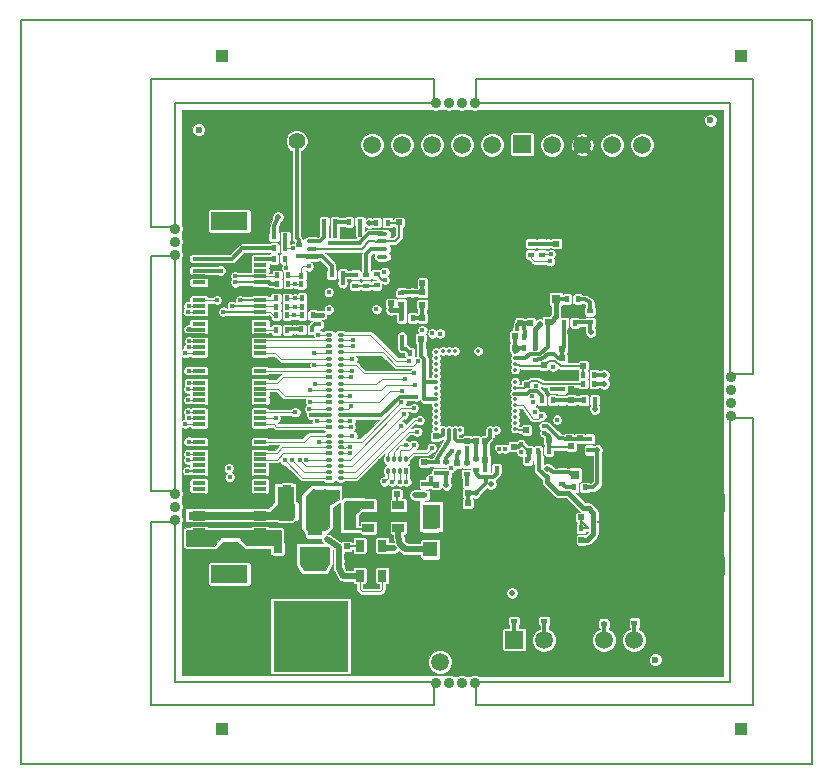
<source format=gbl>
G04 (created by PCBNEW (2013-05-31 BZR 4019)-stable) date 03/03/2014 21:16:57*
%MOIN*%
G04 Gerber Fmt 3.4, Leading zero omitted, Abs format*
%FSLAX34Y34*%
G01*
G70*
G90*
G04 APERTURE LIST*
%ADD10C,0.00590551*%
%ADD11C,0.0077*%
%ADD12C,0.023622*%
%ADD13C,0.0157*%
%ADD14R,0.0432X0.0117*%
%ADD15R,0.0589X0.0275*%
%ADD16R,0.122X0.0629*%
%ADD17C,0.0432*%
%ADD18R,0.0433X0.0118*%
%ADD19C,0.0195*%
%ADD20C,0.0354*%
%ADD21R,0.0392X0.0392*%
%ADD22R,0.0472X0.051*%
%ADD23R,0.0175X0.0195*%
%ADD24R,0.0195X0.0175*%
%ADD25R,0.0314X0.0275*%
%ADD26R,0.0275X0.0314*%
%ADD27R,0.0195X0.0195*%
%ADD28R,0.051X0.0472*%
%ADD29C,0.2165*%
%ADD30R,0.1849X0.0589*%
%ADD31C,0.051*%
%ADD32C,0.055*%
%ADD33C,0.0597*%
%ADD34R,0.0597X0.0597*%
%ADD35R,0.0389X0.0271*%
%ADD36R,0.0271X0.0389*%
%ADD37R,0.0394X0.0138*%
%ADD38O,0.0394X0.0138*%
%ADD39O,0.0394X0.0137*%
%ADD40O,0.0235X0.0117*%
%ADD41R,0.0235X0.0117*%
%ADD42O,0.0117X0.0235*%
%ADD43R,0.0117X0.0235*%
%ADD44C,0.0117*%
%ADD45C,0.0077*%
%ADD46C,0.0196*%
%ADD47C,0.0138*%
%ADD48C,0.0122*%
%ADD49C,0.0117*%
%ADD50C,0.0195*%
%ADD51C,0.0157*%
%ADD52C,0.0039*%
G04 APERTURE END LIST*
G54D10*
G54D11*
X42606Y-52483D02*
X42606Y-27680D01*
X68983Y-52483D02*
X42606Y-52483D01*
X68983Y-27680D02*
X68983Y-52483D01*
X42606Y-27680D02*
X68983Y-27680D01*
X66228Y-30437D02*
X66228Y-39492D01*
X57764Y-30437D02*
X66228Y-30437D01*
X57764Y-29650D02*
X57764Y-30437D01*
X67016Y-29650D02*
X57764Y-29650D01*
X67016Y-39492D02*
X67016Y-29650D01*
X66228Y-39492D02*
X67016Y-39492D01*
X57764Y-50515D02*
X57764Y-49728D01*
X67016Y-50515D02*
X57764Y-50515D01*
X67016Y-40948D02*
X67016Y-50515D01*
X66228Y-40948D02*
X67016Y-40948D01*
X66228Y-49728D02*
X66228Y-40948D01*
X57764Y-49728D02*
X66228Y-49728D01*
X46936Y-50515D02*
X46936Y-44413D01*
X56386Y-50515D02*
X46936Y-50515D01*
X56386Y-49728D02*
X56386Y-50515D01*
X47724Y-49728D02*
X56386Y-49728D01*
X47724Y-44413D02*
X47724Y-49728D01*
X46936Y-44413D02*
X47724Y-44413D01*
X46936Y-43390D02*
X46936Y-35555D01*
X47724Y-43390D02*
X46936Y-43390D01*
X47724Y-35555D02*
X47724Y-43390D01*
X46936Y-35555D02*
X47724Y-35555D01*
X47724Y-30437D02*
X47724Y-34570D01*
X46936Y-34570D02*
X47724Y-34570D01*
X46936Y-29648D02*
X46936Y-34570D01*
X46936Y-29648D02*
X56384Y-29648D01*
X56384Y-29648D02*
X56384Y-30437D01*
X47724Y-30437D02*
X56384Y-30437D01*
G54D12*
X65578Y-31011D03*
X63740Y-49007D03*
G54D13*
X61338Y-33307D03*
X60708Y-32598D03*
X61181Y-32598D03*
X60787Y-33307D03*
X62598Y-33307D03*
X62677Y-32598D03*
X62047Y-32598D03*
X62047Y-33307D03*
X64448Y-30866D03*
X63523Y-31023D03*
X63917Y-31023D03*
X64842Y-30866D03*
X63937Y-33228D03*
X63444Y-32637D03*
X60236Y-32598D03*
X63307Y-33228D03*
X54409Y-33307D03*
X54409Y-32992D03*
X54803Y-32992D03*
X54803Y-33307D03*
X55669Y-33307D03*
X55669Y-32992D03*
X55275Y-32992D03*
X55275Y-33307D03*
X52047Y-32913D03*
X59763Y-33307D03*
X60157Y-33307D03*
X52440Y-32913D03*
X51574Y-32913D03*
X59291Y-33307D03*
X58818Y-33307D03*
X51181Y-32913D03*
X56574Y-31023D03*
X60118Y-31023D03*
X60511Y-31023D03*
X56968Y-31023D03*
X57834Y-31023D03*
X61377Y-31023D03*
X60984Y-31023D03*
X57440Y-31023D03*
X59173Y-31023D03*
X62716Y-31023D03*
X63110Y-31023D03*
X59566Y-31023D03*
X58700Y-31023D03*
X62244Y-31023D03*
X61850Y-31023D03*
X58307Y-31023D03*
X49842Y-30826D03*
X54803Y-31003D03*
X55196Y-31003D03*
X50236Y-30826D03*
X48917Y-31200D03*
X56062Y-31003D03*
X55669Y-31003D03*
X50708Y-30826D03*
X48976Y-30826D03*
X53937Y-31003D03*
X54330Y-31003D03*
X49370Y-30826D03*
X48503Y-30826D03*
X53464Y-31003D03*
X53070Y-31003D03*
X48110Y-30826D03*
X56141Y-33307D03*
X56141Y-32992D03*
X56535Y-32992D03*
X56535Y-33307D03*
X57401Y-33307D03*
X57401Y-32992D03*
X57007Y-32992D03*
X57007Y-33307D03*
X49606Y-33858D03*
X49606Y-33543D03*
X50000Y-33543D03*
X50000Y-33858D03*
X49133Y-33858D03*
X49133Y-33543D03*
X48740Y-33543D03*
X48740Y-33858D03*
X64488Y-49370D03*
X64251Y-46535D03*
X64645Y-46535D03*
X64881Y-49370D03*
X65748Y-49370D03*
X65511Y-46535D03*
X65118Y-46535D03*
X65354Y-49370D03*
X62992Y-47086D03*
X62992Y-46771D03*
X63385Y-46771D03*
X63385Y-47086D03*
X62519Y-47086D03*
X62519Y-46771D03*
X62125Y-46771D03*
X62125Y-47086D03*
X63543Y-46141D03*
X63543Y-45826D03*
X63937Y-45826D03*
X63937Y-46141D03*
X63937Y-43858D03*
X63937Y-43543D03*
X63543Y-43543D03*
X63543Y-43858D03*
X63543Y-34409D03*
X63543Y-34094D03*
X63937Y-34094D03*
X63937Y-34409D03*
X63937Y-36535D03*
X63937Y-36220D03*
X63543Y-36220D03*
X63543Y-36535D03*
X64173Y-33779D03*
X64330Y-36850D03*
X64724Y-36850D03*
X64566Y-33779D03*
X65433Y-33779D03*
X65590Y-36850D03*
X65196Y-36850D03*
X65039Y-33779D03*
X52047Y-33307D03*
X65118Y-43307D03*
X65511Y-43307D03*
X52440Y-33307D03*
X51574Y-33307D03*
X64645Y-43307D03*
X64251Y-43307D03*
X51181Y-33307D03*
X65511Y-46850D03*
X65826Y-46850D03*
X65826Y-46535D03*
X65826Y-47165D03*
X60314Y-49370D03*
X60314Y-49055D03*
X60708Y-49055D03*
X60708Y-49370D03*
X61574Y-49370D03*
X61574Y-49055D03*
X61181Y-49055D03*
X61181Y-49370D03*
X62913Y-49370D03*
X62913Y-49055D03*
X63307Y-49055D03*
X63307Y-49370D03*
X62440Y-49370D03*
X62440Y-49055D03*
X62047Y-49055D03*
X62047Y-49370D03*
X58661Y-49370D03*
X58661Y-49055D03*
X64015Y-49370D03*
X65905Y-48661D03*
X65590Y-49055D03*
X65905Y-49055D03*
X63464Y-47559D03*
X63779Y-47086D03*
X59921Y-49370D03*
X59921Y-49055D03*
X58188Y-49055D03*
X58188Y-49370D03*
X59448Y-49370D03*
X59448Y-49055D03*
X59055Y-49055D03*
X59055Y-49370D03*
X54409Y-48661D03*
X57007Y-46299D03*
X56614Y-46299D03*
X54803Y-48661D03*
X55669Y-48661D03*
X59448Y-46299D03*
X59055Y-46299D03*
X55275Y-48661D03*
X50236Y-49370D03*
X48976Y-49370D03*
X48818Y-49055D03*
X53937Y-48661D03*
X49763Y-49370D03*
X48503Y-49370D03*
X48110Y-49370D03*
X49370Y-49370D03*
X55433Y-46771D03*
X54173Y-48346D03*
X54566Y-48346D03*
X55826Y-46771D03*
X56692Y-46771D03*
X53779Y-47795D03*
X55039Y-48346D03*
X56299Y-46771D03*
X58031Y-46771D03*
X58425Y-46771D03*
X57559Y-46771D03*
X53779Y-47244D03*
X54251Y-47795D03*
X57165Y-46771D03*
X48976Y-35354D03*
X49527Y-36692D03*
X49133Y-36456D03*
X48897Y-35039D03*
X48976Y-43543D03*
X49291Y-43543D03*
X49291Y-43149D03*
X48976Y-43149D03*
X53779Y-37795D03*
X54330Y-37795D03*
X54173Y-39133D03*
X54015Y-41338D03*
X49763Y-43543D03*
X50078Y-43543D03*
X50078Y-43149D03*
X49763Y-43149D03*
X54803Y-44094D03*
X55669Y-44960D03*
X55433Y-43464D03*
X54566Y-42362D03*
X48110Y-34724D03*
X48582Y-34409D03*
X48582Y-34803D03*
X48110Y-35118D03*
X48110Y-45669D03*
X48425Y-45669D03*
X48582Y-35275D03*
X48110Y-35590D03*
X48110Y-47007D03*
X48425Y-47007D03*
X48425Y-47401D03*
X48110Y-47401D03*
X48110Y-46535D03*
X48425Y-46535D03*
X48425Y-46141D03*
X48110Y-46141D03*
X48110Y-33543D03*
X48110Y-31181D03*
X48110Y-31574D03*
X48110Y-33937D03*
X48818Y-33228D03*
X50787Y-32992D03*
X50629Y-31259D03*
X48110Y-34409D03*
X48110Y-32755D03*
X48425Y-32755D03*
X48425Y-33149D03*
X48110Y-33149D03*
X48110Y-32283D03*
X48425Y-32283D03*
X48425Y-31889D03*
X48110Y-31889D03*
X48110Y-47795D03*
X48425Y-47795D03*
X48425Y-48188D03*
X48110Y-48188D03*
X48110Y-49055D03*
X48425Y-49055D03*
X48425Y-48661D03*
X48110Y-48661D03*
X50787Y-48818D03*
X50314Y-46771D03*
X50708Y-47086D03*
X50393Y-49133D03*
X48740Y-47086D03*
X49763Y-46692D03*
X49212Y-46771D03*
X48897Y-46771D03*
X49448Y-39133D03*
X49763Y-39133D03*
X49763Y-39527D03*
X49448Y-39527D03*
X49370Y-38031D03*
X49763Y-38188D03*
X48976Y-38188D03*
X50157Y-38031D03*
X49527Y-40157D03*
X49842Y-40157D03*
X49842Y-40551D03*
X49527Y-40551D03*
X49370Y-41417D03*
X49921Y-41417D03*
X49921Y-41889D03*
X49370Y-41889D03*
X65826Y-33700D03*
X65826Y-33228D03*
X65433Y-33385D03*
X65905Y-31496D03*
X65826Y-38425D03*
X65826Y-41181D03*
X65826Y-40787D03*
X65826Y-38031D03*
X65826Y-39763D03*
X54566Y-33779D03*
X56771Y-33779D03*
X65826Y-40157D03*
X65826Y-39291D03*
X65826Y-42047D03*
X65826Y-41653D03*
X65826Y-38897D03*
X65905Y-36850D03*
X63700Y-33700D03*
X63622Y-40393D03*
X63543Y-38267D03*
X63543Y-38661D03*
X63622Y-40787D03*
X63622Y-41653D03*
X63543Y-39527D03*
X63543Y-39133D03*
X63622Y-41259D03*
X63622Y-42992D03*
X63149Y-42204D03*
X63070Y-39842D03*
X63149Y-42598D03*
X63622Y-42519D03*
X65905Y-43307D03*
X63543Y-40000D03*
X63622Y-42125D03*
X63070Y-40236D03*
X63543Y-37401D03*
X63070Y-37480D03*
X63070Y-37874D03*
X63543Y-37795D03*
X63543Y-36929D03*
X61653Y-33779D03*
X59212Y-33779D03*
X63937Y-36850D03*
X61496Y-46377D03*
X58346Y-47795D03*
X58346Y-48661D03*
X63622Y-46535D03*
X63858Y-46771D03*
X58346Y-48267D03*
G54D14*
X48532Y-35636D03*
X48532Y-35832D03*
X48532Y-36029D03*
X48532Y-36226D03*
X48532Y-36422D03*
X50576Y-36422D03*
X50576Y-36226D03*
X50578Y-36029D03*
X50578Y-35832D03*
X50578Y-35636D03*
X48534Y-37009D03*
X48534Y-37207D03*
X48534Y-37404D03*
X48534Y-37599D03*
X48534Y-37797D03*
X48534Y-37994D03*
X48534Y-38189D03*
X48534Y-38387D03*
X48534Y-38586D03*
X48534Y-38782D03*
X50578Y-38782D03*
X50581Y-38584D03*
X50581Y-38387D03*
X50578Y-38189D03*
X50578Y-37994D03*
X50581Y-37796D03*
X50581Y-37599D03*
X50581Y-37402D03*
X50581Y-37206D03*
X50581Y-37009D03*
X50581Y-39371D03*
X50581Y-39567D03*
X50581Y-39764D03*
X50581Y-39961D03*
X50581Y-40157D03*
X50579Y-40356D03*
X50579Y-40551D03*
X50581Y-40749D03*
X50581Y-40946D03*
X50579Y-41144D03*
X48534Y-41144D03*
X48534Y-40947D03*
X48534Y-40749D03*
X48534Y-40551D03*
X48534Y-40356D03*
X48534Y-40159D03*
X48534Y-39961D03*
X48534Y-39766D03*
X48534Y-39569D03*
X48534Y-39371D03*
X48530Y-41736D03*
X48530Y-41934D03*
X48530Y-42131D03*
X48530Y-42327D03*
X48530Y-42524D03*
X48530Y-42721D03*
X48530Y-42917D03*
X48530Y-43114D03*
X48530Y-43312D03*
X48530Y-43509D03*
X50578Y-44099D03*
X50578Y-44296D03*
X50578Y-44492D03*
X50576Y-44689D03*
X50576Y-44886D03*
G54D15*
X50498Y-39079D03*
X48610Y-39079D03*
X48610Y-41441D03*
X50498Y-41441D03*
X48610Y-36716D03*
X50498Y-36716D03*
X50498Y-43804D03*
G54D16*
X49554Y-34374D03*
G54D17*
X49554Y-45454D03*
X49554Y-35062D03*
G54D16*
X49554Y-46140D03*
G54D15*
X48610Y-43804D03*
G54D14*
X48532Y-44886D03*
G54D18*
X48531Y-44689D03*
G54D14*
X48532Y-44492D03*
X48532Y-44296D03*
X48532Y-44099D03*
X50576Y-43509D03*
X50577Y-43311D03*
X50577Y-43114D03*
X50576Y-42917D03*
X50576Y-42721D03*
X50577Y-42523D03*
X50577Y-42327D03*
X50577Y-42130D03*
X50577Y-41933D03*
X50577Y-41736D03*
G54D19*
X56102Y-43975D03*
G54D13*
X61386Y-35540D03*
X61024Y-35536D03*
X61024Y-35198D03*
X61394Y-35193D03*
G54D20*
X47725Y-34630D03*
X47725Y-35063D03*
X47725Y-35496D03*
X47725Y-44335D03*
X47725Y-43902D03*
X47725Y-43469D03*
X66268Y-39571D03*
X66268Y-40004D03*
X66268Y-40437D03*
X66268Y-40870D03*
G54D21*
X49299Y-51303D03*
X66622Y-51303D03*
X66621Y-28862D03*
G54D13*
X58299Y-40354D03*
X58299Y-39921D03*
X58082Y-40138D03*
X58515Y-40138D03*
X61011Y-37386D03*
X62078Y-44708D03*
X62275Y-44901D03*
X58732Y-40354D03*
X57866Y-40354D03*
X57433Y-40354D03*
X57000Y-40354D03*
X56783Y-40571D03*
X57216Y-40571D03*
X57653Y-40571D03*
X58082Y-40571D03*
X58515Y-40571D03*
X58515Y-41004D03*
X58082Y-41004D03*
X57653Y-41004D03*
X57216Y-41004D03*
X56783Y-41004D03*
X57000Y-40787D03*
X57433Y-40787D03*
X58299Y-40787D03*
X57866Y-40787D03*
X58732Y-40787D03*
X58732Y-39921D03*
X57866Y-39921D03*
X57433Y-39921D03*
X57000Y-39921D03*
X56783Y-40138D03*
X57216Y-40138D03*
X57653Y-40138D03*
X58515Y-39705D03*
X58082Y-39705D03*
X57653Y-39705D03*
X57216Y-39705D03*
X56783Y-39705D03*
X57000Y-39488D03*
X57433Y-39488D03*
X58299Y-39488D03*
X57866Y-39488D03*
X58732Y-39488D03*
X58732Y-39055D03*
X57866Y-39055D03*
X58299Y-39055D03*
X57433Y-39055D03*
X57000Y-39055D03*
X56783Y-39272D03*
X57216Y-39272D03*
X57653Y-39272D03*
X58082Y-39272D03*
X58515Y-39272D03*
G54D19*
X48861Y-45087D03*
X48546Y-45087D03*
X48231Y-45087D03*
X52389Y-43424D03*
X52744Y-43424D03*
X52941Y-43620D03*
X52586Y-43621D03*
X52782Y-45375D03*
X52782Y-45690D03*
X52584Y-45927D03*
X52190Y-45927D03*
X51994Y-45690D03*
X51994Y-45375D03*
G54D22*
X52390Y-44611D03*
X52390Y-45515D03*
X56248Y-44414D03*
X56248Y-45318D03*
G54D23*
X53906Y-34410D03*
X53536Y-34410D03*
X51512Y-36189D03*
X51142Y-36189D03*
X61279Y-44618D03*
X60909Y-44618D03*
X53331Y-36146D03*
X52961Y-36146D03*
G54D24*
X51886Y-35189D03*
X51886Y-35559D03*
G54D23*
X51402Y-35638D03*
X51032Y-35638D03*
X51488Y-38008D03*
X51118Y-38008D03*
G54D24*
X53740Y-36166D03*
X53740Y-36536D03*
G54D23*
X51512Y-36461D03*
X51142Y-36461D03*
X51476Y-37232D03*
X51106Y-37232D03*
X51969Y-37240D03*
X52339Y-37240D03*
X51941Y-36197D03*
X52311Y-36197D03*
G54D24*
X54110Y-36543D03*
X54110Y-36173D03*
G54D23*
X51945Y-37992D03*
X52315Y-37992D03*
X53079Y-34410D03*
X52709Y-34410D03*
G54D24*
X54457Y-36146D03*
X54457Y-36516D03*
G54D23*
X51480Y-37508D03*
X51110Y-37508D03*
X54453Y-34433D03*
X54823Y-34433D03*
G54D24*
X59606Y-35130D03*
X59606Y-35500D03*
X59961Y-35130D03*
X59961Y-35500D03*
X59039Y-47713D03*
X59039Y-47343D03*
X60047Y-47721D03*
X60047Y-47351D03*
X62036Y-47807D03*
X62036Y-47437D03*
X63051Y-47776D03*
X63051Y-47406D03*
X56484Y-42792D03*
X56484Y-42422D03*
G54D23*
X58087Y-42642D03*
X58457Y-42642D03*
X55658Y-37614D03*
X55288Y-37614D03*
G54D24*
X55284Y-36764D03*
X55284Y-37134D03*
G54D23*
X59382Y-38228D03*
X59752Y-38228D03*
X59488Y-42347D03*
X59858Y-42347D03*
X59831Y-42044D03*
X60201Y-42044D03*
X61713Y-39500D03*
X61343Y-39500D03*
X59382Y-38610D03*
X59752Y-38610D03*
G54D24*
X60638Y-39984D03*
X60638Y-40354D03*
G54D23*
X59969Y-40355D03*
X60339Y-40355D03*
X61358Y-40351D03*
X61728Y-40351D03*
G54D24*
X61551Y-41642D03*
X61551Y-42012D03*
X56764Y-42421D03*
X56764Y-42791D03*
G54D23*
X60697Y-37768D03*
X61067Y-37768D03*
X51965Y-36953D03*
X52335Y-36953D03*
G54D24*
X60646Y-42760D03*
X60646Y-43130D03*
G54D23*
X61398Y-43256D03*
X61028Y-43256D03*
X60795Y-36981D03*
X61165Y-36981D03*
G54D24*
X61571Y-37756D03*
X61571Y-37386D03*
X57768Y-42685D03*
X57768Y-42315D03*
G54D23*
X61721Y-39799D03*
X61351Y-39799D03*
X55941Y-38776D03*
X55571Y-38776D03*
G54D24*
X56051Y-43146D03*
X56051Y-43516D03*
G54D23*
X51410Y-34890D03*
X51040Y-34890D03*
X51040Y-35280D03*
X51410Y-35280D03*
X52339Y-37512D03*
X51969Y-37512D03*
X51476Y-36957D03*
X51106Y-36957D03*
X51941Y-36469D03*
X52311Y-36469D03*
X57484Y-43122D03*
X57114Y-43122D03*
G54D24*
X57465Y-42449D03*
X57465Y-42819D03*
G54D25*
X51473Y-43325D03*
X51473Y-42895D03*
G54D26*
X60440Y-36984D03*
X60010Y-36984D03*
X53309Y-48228D03*
X53739Y-48228D03*
X61073Y-42847D03*
X61503Y-42847D03*
G54D25*
X51169Y-45305D03*
X51169Y-45735D03*
G54D27*
X61228Y-41626D03*
X61228Y-41272D03*
X60949Y-40346D03*
X60949Y-39992D03*
X60878Y-41626D03*
X60878Y-41272D03*
X60634Y-38634D03*
X60988Y-38634D03*
X56437Y-41545D03*
X56083Y-41545D03*
X60634Y-38945D03*
X60988Y-38945D03*
X56047Y-42426D03*
X56047Y-42780D03*
X55130Y-43477D03*
X54776Y-43477D03*
X57500Y-43783D03*
X57146Y-43783D03*
X55981Y-37610D03*
X56335Y-37610D03*
X57500Y-43453D03*
X57146Y-43453D03*
X57150Y-42445D03*
X57150Y-42799D03*
X55209Y-34425D03*
X55563Y-34425D03*
X60445Y-35130D03*
X60799Y-35130D03*
X61279Y-44259D03*
X60925Y-44259D03*
X61287Y-45011D03*
X60933Y-45011D03*
X59539Y-42047D03*
X59539Y-41693D03*
X54949Y-37126D03*
X54949Y-36772D03*
X57768Y-41721D03*
X57768Y-41367D03*
X57484Y-41717D03*
X57484Y-41363D03*
X59476Y-39843D03*
X59476Y-39489D03*
X55929Y-38299D03*
X55575Y-38299D03*
X56437Y-43166D03*
X56437Y-43520D03*
X59067Y-38217D03*
X58713Y-38217D03*
X59075Y-38595D03*
X58721Y-38595D03*
X61343Y-39209D03*
X61343Y-38855D03*
X60039Y-39169D03*
X60039Y-39523D03*
X59035Y-41899D03*
X59035Y-41545D03*
X60162Y-37732D03*
X60162Y-37378D03*
X60205Y-41685D03*
X59851Y-41685D03*
X60941Y-41890D03*
X60941Y-42244D03*
X55981Y-37169D03*
X56335Y-37169D03*
X55977Y-36756D03*
X56331Y-36756D03*
X55988Y-36453D03*
X56342Y-36453D03*
X59236Y-37780D03*
X59236Y-37426D03*
X59579Y-37780D03*
X59579Y-37426D03*
X58087Y-42339D03*
X58441Y-42339D03*
X58079Y-41717D03*
X58433Y-41717D03*
X53469Y-45225D03*
X53469Y-45579D03*
X59445Y-41343D03*
X59799Y-41343D03*
G54D28*
X52409Y-44044D03*
X51505Y-44044D03*
G54D29*
X49752Y-32228D03*
X64791Y-32228D03*
X64791Y-47975D03*
X49752Y-47975D03*
G54D19*
X56378Y-43975D03*
X52232Y-43621D03*
X52112Y-49195D03*
X51720Y-49197D03*
X52507Y-49197D03*
X51325Y-49197D03*
X52902Y-49197D03*
X51325Y-48802D03*
X51325Y-48410D03*
X51325Y-48015D03*
X51325Y-47622D03*
X51325Y-47267D03*
X51720Y-47267D03*
X52114Y-47267D03*
X52507Y-47267D03*
X52900Y-47267D03*
X52900Y-47622D03*
X52900Y-48015D03*
X52900Y-48410D03*
X52900Y-48802D03*
G54D21*
X49299Y-28862D03*
G54D20*
X56426Y-49768D03*
X56859Y-49768D03*
X57292Y-49768D03*
X57726Y-49768D03*
X56425Y-30437D03*
X56858Y-30437D03*
X57291Y-30437D03*
X57725Y-30437D03*
G54D30*
X65161Y-45867D03*
X65161Y-43763D03*
X65145Y-36350D03*
X65145Y-34246D03*
G54D31*
X51299Y-32217D03*
X52299Y-32217D03*
X52299Y-31217D03*
X51299Y-31217D03*
G54D32*
X51799Y-31717D03*
G54D33*
X58307Y-31834D03*
X57307Y-31834D03*
X56307Y-31834D03*
X55307Y-31834D03*
G54D34*
X53307Y-31814D03*
G54D33*
X54307Y-31834D03*
G54D34*
X57576Y-49079D03*
G54D33*
X56576Y-49079D03*
G54D35*
X54184Y-44603D03*
X54184Y-43853D03*
X55184Y-44603D03*
X54184Y-44228D03*
X55184Y-43853D03*
G54D36*
X54646Y-46200D03*
X53896Y-46200D03*
X54646Y-45200D03*
X54271Y-46200D03*
X53896Y-45200D03*
G54D37*
X52291Y-35567D03*
G54D38*
X52291Y-35311D03*
X52291Y-35055D03*
X52291Y-34799D03*
G54D39*
X54654Y-35567D03*
G54D38*
X54654Y-35311D03*
X54654Y-35055D03*
X54654Y-34799D03*
G54D33*
X63314Y-31834D03*
X62314Y-31834D03*
X61314Y-31834D03*
G54D34*
X59314Y-31814D03*
G54D33*
X60314Y-31834D03*
X63043Y-48350D03*
X62043Y-48350D03*
X61043Y-48350D03*
G54D34*
X59043Y-48330D03*
G54D33*
X60043Y-48350D03*
G54D40*
X53256Y-38752D03*
X53256Y-38555D03*
X53256Y-38162D03*
X52862Y-38162D03*
G54D41*
X52862Y-38752D03*
G54D40*
X53256Y-38359D03*
X52862Y-38359D03*
X52862Y-38555D03*
X53256Y-39567D03*
X53256Y-39370D03*
X53256Y-38977D03*
X52862Y-38977D03*
G54D41*
X52862Y-39567D03*
G54D40*
X53256Y-39174D03*
X52862Y-39174D03*
X52862Y-39370D03*
X53256Y-40402D03*
X53256Y-40205D03*
X53256Y-39812D03*
X52862Y-39812D03*
G54D41*
X52862Y-40402D03*
G54D40*
X53256Y-40009D03*
X52862Y-40009D03*
X52862Y-40205D03*
X53256Y-41236D03*
X53256Y-41039D03*
X53256Y-40646D03*
X52862Y-40646D03*
G54D41*
X52862Y-41236D03*
G54D40*
X53256Y-40843D03*
X52862Y-40843D03*
X52862Y-41039D03*
X53256Y-42122D03*
X53256Y-41925D03*
X53256Y-41532D03*
X52862Y-41532D03*
G54D41*
X52862Y-42122D03*
G54D40*
X53256Y-41729D03*
X52862Y-41729D03*
X52862Y-41925D03*
X53256Y-42941D03*
X53256Y-42744D03*
X53256Y-42351D03*
X52862Y-42351D03*
G54D41*
X52862Y-42941D03*
G54D40*
X53256Y-42548D03*
X52862Y-42548D03*
X52862Y-42744D03*
G54D42*
X55425Y-42319D03*
X55228Y-42319D03*
X54835Y-42319D03*
X54835Y-42713D03*
G54D43*
X55425Y-42713D03*
G54D42*
X55032Y-42319D03*
X55032Y-42713D03*
X55228Y-42713D03*
G54D12*
X48535Y-31342D03*
G54D44*
X61685Y-43255D03*
G54D19*
X56783Y-43173D03*
X61728Y-40646D03*
X61821Y-42018D03*
X61594Y-38083D03*
X55748Y-43512D03*
X55032Y-45276D03*
G54D45*
X61488Y-45011D03*
G54D19*
X58976Y-46772D03*
G54D13*
X60177Y-35130D03*
G54D19*
X54949Y-37343D03*
G54D13*
X52646Y-37508D03*
G54D19*
X54221Y-34441D03*
X51169Y-34244D03*
X57756Y-43449D03*
G54D13*
X56949Y-42618D03*
G54D19*
X58264Y-43146D03*
X60142Y-42921D03*
G54D13*
X55299Y-38228D03*
G54D19*
X62039Y-39803D03*
X59910Y-37815D03*
X62036Y-39500D03*
G54D13*
X49256Y-36028D03*
X53323Y-36453D03*
G54D45*
X60677Y-34807D03*
X61854Y-44421D03*
X62578Y-44440D03*
X61988Y-45425D03*
G54D19*
X50921Y-43799D03*
X51012Y-36701D03*
G54D13*
X48154Y-36225D03*
X48154Y-35831D03*
G54D19*
X48158Y-36717D03*
X48150Y-39079D03*
X48189Y-41437D03*
G54D13*
X48032Y-37599D03*
X48047Y-38189D03*
X48024Y-39571D03*
X48028Y-40551D03*
X48032Y-41933D03*
X48032Y-42918D03*
X48197Y-43508D03*
G54D19*
X48138Y-43807D03*
G54D13*
X48102Y-44492D03*
X50921Y-44492D03*
G54D19*
X58002Y-47500D03*
G54D13*
X59961Y-44311D03*
X58626Y-44390D03*
X58413Y-43508D03*
X60205Y-43484D03*
X59882Y-37386D03*
X58256Y-36228D03*
X57106Y-36587D03*
G54D19*
X58616Y-45230D03*
G54D13*
X61102Y-40835D03*
G54D19*
X57668Y-44518D03*
G54D13*
X52012Y-34799D03*
X61264Y-40071D03*
X54457Y-43477D03*
G54D19*
X53465Y-45815D03*
G54D13*
X54579Y-44225D03*
G54D19*
X54268Y-46508D03*
X57984Y-48284D03*
G54D13*
X61957Y-34823D03*
X60906Y-36260D03*
X61957Y-35933D03*
X62154Y-36559D03*
X61228Y-42177D03*
X60882Y-38087D03*
X60780Y-39406D03*
X59350Y-37213D03*
G54D46*
X56091Y-35378D03*
X55579Y-35130D03*
G54D13*
X59508Y-36051D03*
X59650Y-35925D03*
X57094Y-35291D03*
X58354Y-35528D03*
X58370Y-36783D03*
X48165Y-37402D03*
X60266Y-35482D03*
X48193Y-37205D03*
X60246Y-35719D03*
X49565Y-42918D03*
X49132Y-37012D03*
G54D45*
X61511Y-44618D03*
G54D19*
X55217Y-44988D03*
G54D13*
X55288Y-40421D03*
X55701Y-40618D03*
X55366Y-40819D03*
X55705Y-41839D03*
G54D47*
X59065Y-40325D03*
G54D13*
X51732Y-36461D03*
X53591Y-41236D03*
G54D47*
X56447Y-41309D03*
G54D13*
X59951Y-40876D03*
X51728Y-36957D03*
G54D47*
X59065Y-40522D03*
G54D13*
X52870Y-37327D03*
X51728Y-37240D03*
X52870Y-36752D03*
X59669Y-40425D03*
X55736Y-39831D03*
X53906Y-34843D03*
X48193Y-37984D03*
X60319Y-39984D03*
X52906Y-35095D03*
X52543Y-37827D03*
G54D47*
X56870Y-38720D03*
G54D13*
X55981Y-37386D03*
G54D47*
X59065Y-38750D03*
G54D13*
X57205Y-42071D03*
X60473Y-41000D03*
G54D47*
X59065Y-40915D03*
X59065Y-39341D03*
G54D13*
X60339Y-39244D03*
X57465Y-41937D03*
G54D47*
X57254Y-41339D03*
G54D19*
X52811Y-44992D03*
X53539Y-43862D03*
X53539Y-44197D03*
G54D13*
X60030Y-41211D03*
G54D47*
X59075Y-41112D03*
G54D13*
X60039Y-41437D03*
X55638Y-36756D03*
G54D47*
X57067Y-38720D03*
G54D13*
X59272Y-41807D03*
X59748Y-39020D03*
G54D47*
X58238Y-41339D03*
X59065Y-39144D03*
X59065Y-38947D03*
X59055Y-40128D03*
X57854Y-38720D03*
G54D13*
X59150Y-37972D03*
G54D47*
X57057Y-41339D03*
G54D13*
X55933Y-38528D03*
G54D47*
X56437Y-39734D03*
X56437Y-40325D03*
G54D13*
X56260Y-42953D03*
G54D47*
X56860Y-41339D03*
G54D19*
X60154Y-42638D03*
G54D47*
X59065Y-41309D03*
X59065Y-39931D03*
G54D13*
X55394Y-39638D03*
X53650Y-41536D03*
G54D47*
X56437Y-41112D03*
G54D13*
X53583Y-40201D03*
G54D47*
X56437Y-39931D03*
G54D13*
X55831Y-39047D03*
G54D47*
X56437Y-40915D03*
G54D13*
X53579Y-41925D03*
X53602Y-40559D03*
G54D47*
X56437Y-40128D03*
G54D13*
X55303Y-40032D03*
X53662Y-38355D03*
G54D47*
X56437Y-38750D03*
G54D13*
X55709Y-39445D03*
X56957Y-42059D03*
G54D47*
X56663Y-41339D03*
G54D13*
X52193Y-35890D03*
X59740Y-40740D03*
X54453Y-37319D03*
X51721Y-37508D03*
X54721Y-36075D03*
X59787Y-39870D03*
X55555Y-39028D03*
G54D47*
X56437Y-38947D03*
G54D13*
X53662Y-38555D03*
X53610Y-39571D03*
G54D47*
X56437Y-39537D03*
G54D13*
X53626Y-39370D03*
G54D47*
X56437Y-39341D03*
G54D13*
X53579Y-42122D03*
G54D47*
X56437Y-40719D03*
G54D13*
X55772Y-40232D03*
X55890Y-41016D03*
X55260Y-41209D03*
X55815Y-41406D03*
X55445Y-41846D03*
X56303Y-41937D03*
X53650Y-38981D03*
G54D47*
X56437Y-39144D03*
G54D13*
X53587Y-41040D03*
G54D47*
X56437Y-40522D03*
G54D13*
X59646Y-40225D03*
X54736Y-36331D03*
X49354Y-37402D03*
X53071Y-34862D03*
X52276Y-40847D03*
X52248Y-40394D03*
X48185Y-39965D03*
X48221Y-38386D03*
X52516Y-38162D03*
X48201Y-39768D03*
X52232Y-40016D03*
X48197Y-39370D03*
X52402Y-39815D03*
X48079Y-38783D03*
X52386Y-39181D03*
X48193Y-38591D03*
X52366Y-38772D03*
G54D47*
X59065Y-39734D03*
G54D13*
X51445Y-35929D03*
X52213Y-40654D03*
X48181Y-40355D03*
X55984Y-38016D03*
X56319Y-38122D03*
X56575Y-38130D03*
G54D47*
X56673Y-38711D03*
G54D13*
X49744Y-36425D03*
X49634Y-37205D03*
X49917Y-37012D03*
X49748Y-36225D03*
X51717Y-37992D03*
X52535Y-41732D03*
X48173Y-42331D03*
X52118Y-42354D03*
X54984Y-43063D03*
X48173Y-40748D03*
X55453Y-43067D03*
X51752Y-40748D03*
X48181Y-42130D03*
X51917Y-42355D03*
X48197Y-41732D03*
X51398Y-42355D03*
X48075Y-41142D03*
X51638Y-42355D03*
X48201Y-40949D03*
X54721Y-43055D03*
X51091Y-40949D03*
X55225Y-43067D03*
G54D47*
X59065Y-40719D03*
G54D13*
X51669Y-35288D03*
G54D47*
X58435Y-41339D03*
G54D13*
X58536Y-41973D03*
X59281Y-42067D03*
X58740Y-41969D03*
X52465Y-41043D03*
X49535Y-42618D03*
X48154Y-42725D03*
G54D19*
X51169Y-44827D03*
X51169Y-45063D03*
G54D48*
X61821Y-42018D02*
X61821Y-43119D01*
X61821Y-43119D02*
X61685Y-43255D01*
X61398Y-43256D02*
X61684Y-43256D01*
X61684Y-43256D02*
X61685Y-43255D01*
X61551Y-42012D02*
X61815Y-42012D01*
X61815Y-42012D02*
X61821Y-42018D01*
X61684Y-43256D02*
X61685Y-43255D01*
G54D49*
X56783Y-43173D02*
X56783Y-42810D01*
X56783Y-42810D02*
X56765Y-42792D01*
X61728Y-40351D02*
X61728Y-40646D01*
X56248Y-44414D02*
X56248Y-44102D01*
X56248Y-44102D02*
X56378Y-43976D01*
X61067Y-37768D02*
X61079Y-37756D01*
X61079Y-37756D02*
X61571Y-37756D01*
X61571Y-38060D02*
X61594Y-38083D01*
X61571Y-37756D02*
X61571Y-38060D01*
X56765Y-42792D02*
X56484Y-42792D01*
G54D50*
X55752Y-43516D02*
X55748Y-43512D01*
X55752Y-43516D02*
X56051Y-43516D01*
X55032Y-45276D02*
X54722Y-45276D01*
X54722Y-45276D02*
X54646Y-45200D01*
G54D51*
X60142Y-42921D02*
X60142Y-43067D01*
X61688Y-44811D02*
X61488Y-45011D01*
X61688Y-44094D02*
X61688Y-44811D01*
X61523Y-43929D02*
X61688Y-44094D01*
X61334Y-43929D02*
X61523Y-43929D01*
X60838Y-43433D02*
X61334Y-43929D01*
X60507Y-43433D02*
X60838Y-43433D01*
X60142Y-43067D02*
X60507Y-43433D01*
X61287Y-45011D02*
X61488Y-45011D01*
G54D49*
X57500Y-43453D02*
X57500Y-43783D01*
X59858Y-42347D02*
X59858Y-42071D01*
X59858Y-42071D02*
X59831Y-42044D01*
X58094Y-42910D02*
X58094Y-43111D01*
X58094Y-43111D02*
X57756Y-43449D01*
X60177Y-35130D02*
X59921Y-35130D01*
X59921Y-35130D02*
X59610Y-35130D01*
G54D51*
X52339Y-37512D02*
X52343Y-37508D01*
X52343Y-37508D02*
X52646Y-37508D01*
G54D49*
X55299Y-38228D02*
X55303Y-38280D01*
X55433Y-38638D02*
X55571Y-38776D01*
X55303Y-38638D02*
X55433Y-38638D01*
X55303Y-38280D02*
X55303Y-38638D01*
X54949Y-37126D02*
X54949Y-37343D01*
X54949Y-37343D02*
X54949Y-37351D01*
G54D51*
X54949Y-37351D02*
X55288Y-37351D01*
G54D49*
X54449Y-34437D02*
X54217Y-34437D01*
X54217Y-34437D02*
X54221Y-34441D01*
X51040Y-34890D02*
X51043Y-34887D01*
X51043Y-34560D02*
X51169Y-34244D01*
X51043Y-34887D02*
X51043Y-34560D01*
X57756Y-43449D02*
X57500Y-43453D01*
X60142Y-42921D02*
X59858Y-42689D01*
G54D51*
X55288Y-37351D02*
X55288Y-37614D01*
X55284Y-37134D02*
X55288Y-37138D01*
X55288Y-37138D02*
X55288Y-37351D01*
G54D49*
X61722Y-39803D02*
X62039Y-39803D01*
G54D51*
X59752Y-38228D02*
X59754Y-38622D01*
X59752Y-38228D02*
X59752Y-38091D01*
X59752Y-37973D02*
X59910Y-37815D01*
X59752Y-38091D02*
X59752Y-37973D01*
G54D49*
X61713Y-39498D02*
X62036Y-39500D01*
X59858Y-42689D02*
X59858Y-42347D01*
X58457Y-42799D02*
X58457Y-42642D01*
X58346Y-42910D02*
X58457Y-42799D01*
X58118Y-42910D02*
X58346Y-42910D01*
X58094Y-42910D02*
X58118Y-42910D01*
X57886Y-42910D02*
X58094Y-42910D01*
X57768Y-42792D02*
X57886Y-42910D01*
X57768Y-42685D02*
X57768Y-42792D01*
X60445Y-35130D02*
X60177Y-35130D01*
X48532Y-44296D02*
X48532Y-44099D01*
X50578Y-44296D02*
X50578Y-44099D01*
X48533Y-36028D02*
X49256Y-36028D01*
X48532Y-36029D02*
X48533Y-36028D01*
X53323Y-36154D02*
X53323Y-36453D01*
X53323Y-36154D02*
X53331Y-36146D01*
X53331Y-36146D02*
X53351Y-36166D01*
X53351Y-36166D02*
X53740Y-36166D01*
G54D51*
X50498Y-43804D02*
X50503Y-43799D01*
X50503Y-43799D02*
X50921Y-43799D01*
X50498Y-36716D02*
X50513Y-36701D01*
X50513Y-36701D02*
X51012Y-36701D01*
G54D11*
X48531Y-36225D02*
X48154Y-36225D01*
X48531Y-35831D02*
X48154Y-35831D01*
G54D51*
X48610Y-36716D02*
X48609Y-36717D01*
X48609Y-36717D02*
X48158Y-36717D01*
X48610Y-39079D02*
X48150Y-39079D01*
X48610Y-41441D02*
X48606Y-41437D01*
X48606Y-41437D02*
X48189Y-41437D01*
G54D49*
X48534Y-37599D02*
X48032Y-37599D01*
X48534Y-38189D02*
X48047Y-38189D01*
X48532Y-39571D02*
X48024Y-39571D01*
X48534Y-40551D02*
X48028Y-40551D01*
X48529Y-41933D02*
X48032Y-41933D01*
X48529Y-42918D02*
X48032Y-42918D01*
X48536Y-43508D02*
X48197Y-43508D01*
G54D51*
X48607Y-43807D02*
X48138Y-43807D01*
G54D49*
X48532Y-44492D02*
X48102Y-44492D01*
X50578Y-44492D02*
X50921Y-44492D01*
X48532Y-44492D02*
X50578Y-44492D01*
X60010Y-36984D02*
X60010Y-37258D01*
X60010Y-37258D02*
X59882Y-37386D01*
X60162Y-37378D02*
X59890Y-37378D01*
X59890Y-37378D02*
X59882Y-37386D01*
G54D11*
X58256Y-36228D02*
X58264Y-36228D01*
G54D49*
X58441Y-42339D02*
X58441Y-42138D01*
X58730Y-41575D02*
X58732Y-40787D01*
X58445Y-41722D02*
X58730Y-41575D01*
X58295Y-41820D02*
X58445Y-41722D01*
X58295Y-41992D02*
X58295Y-41820D01*
X58441Y-42138D02*
X58295Y-41992D01*
X52012Y-34799D02*
X52158Y-34799D01*
X52158Y-34799D02*
X52291Y-34799D01*
X60035Y-39528D02*
X59958Y-39489D01*
X59958Y-39489D02*
X59429Y-39488D01*
X59429Y-39488D02*
X59324Y-39545D01*
X59324Y-39545D02*
X58907Y-39544D01*
X58907Y-39544D02*
X58732Y-39488D01*
X60949Y-39992D02*
X60949Y-40004D01*
X61016Y-40071D02*
X61264Y-40071D01*
X60949Y-40004D02*
X61016Y-40071D01*
G54D11*
X59539Y-41693D02*
X59453Y-41693D01*
X59301Y-41545D02*
X59035Y-41545D01*
X59453Y-41693D02*
X59301Y-41545D01*
G54D49*
X54776Y-43477D02*
X54457Y-43477D01*
X53469Y-45579D02*
X53465Y-45815D01*
G54D51*
X54184Y-44228D02*
X54576Y-44228D01*
X54576Y-44228D02*
X54579Y-44225D01*
G54D50*
X54271Y-46200D02*
X54268Y-46508D01*
G54D11*
X58370Y-36783D02*
X58374Y-36783D01*
G54D52*
X59961Y-35508D02*
X59996Y-35484D01*
X59996Y-35484D02*
X60266Y-35482D01*
X48536Y-37402D02*
X48165Y-37402D01*
X59598Y-35500D02*
X59598Y-35594D01*
X59720Y-35717D02*
X60246Y-35719D01*
X59598Y-35594D02*
X59720Y-35717D01*
X48539Y-37205D02*
X48193Y-37205D01*
X48522Y-37012D02*
X49132Y-37012D01*
G54D11*
X61279Y-44259D02*
X61279Y-44385D01*
X61279Y-44385D02*
X61511Y-44618D01*
X61279Y-44618D02*
X61511Y-44618D01*
X61279Y-44259D02*
X61279Y-44617D01*
X61279Y-44617D02*
X61279Y-44618D01*
G54D50*
X56248Y-45318D02*
X55421Y-45318D01*
X55217Y-45114D02*
X55217Y-44988D01*
X55421Y-45318D02*
X55217Y-45114D01*
X55184Y-44603D02*
X55184Y-44955D01*
X55184Y-44955D02*
X55217Y-44988D01*
G54D52*
X53248Y-41740D02*
X53969Y-41740D01*
X53969Y-41740D02*
X55288Y-40421D01*
X55701Y-40618D02*
X55697Y-40614D01*
X55697Y-40614D02*
X55280Y-40618D01*
X53575Y-42358D02*
X55280Y-40618D01*
X53272Y-42358D02*
X53575Y-42358D01*
X53642Y-42551D02*
X55366Y-40819D01*
X53236Y-42551D02*
X53642Y-42551D01*
X55705Y-41839D02*
X55547Y-41996D01*
X55547Y-41996D02*
X55327Y-41996D01*
X55327Y-41996D02*
X55311Y-41996D01*
X55311Y-41996D02*
X55288Y-41996D01*
X55288Y-41996D02*
X55276Y-41996D01*
X55276Y-41996D02*
X55230Y-42055D01*
X55230Y-42055D02*
X55228Y-42346D01*
X51512Y-36461D02*
X51732Y-36461D01*
X51732Y-36461D02*
X51941Y-36469D01*
X53591Y-41236D02*
X53264Y-41236D01*
X59951Y-40876D02*
X59950Y-40876D01*
X59682Y-40974D02*
X59350Y-40522D01*
X59350Y-40522D02*
X59065Y-40522D01*
X59852Y-40974D02*
X59682Y-40974D01*
X59950Y-40876D02*
X59852Y-40974D01*
X51965Y-36953D02*
X51961Y-36957D01*
X51961Y-36957D02*
X51728Y-36957D01*
X51728Y-36957D02*
X51476Y-36957D01*
X51476Y-37232D02*
X51484Y-37240D01*
X51484Y-37240D02*
X51728Y-37240D01*
X51728Y-37240D02*
X51969Y-37240D01*
X54764Y-39835D02*
X54768Y-39831D01*
X54768Y-39831D02*
X55736Y-39831D01*
X54591Y-40008D02*
X54764Y-39835D01*
X54764Y-39835D02*
X54768Y-39831D01*
X53248Y-40008D02*
X54591Y-40008D01*
G54D49*
X51032Y-35638D02*
X51030Y-35636D01*
X51030Y-35636D02*
X50578Y-35636D01*
X53906Y-34410D02*
X53906Y-34843D01*
X48532Y-37996D02*
X48534Y-37994D01*
X48184Y-37996D02*
X48193Y-37984D01*
X48532Y-37996D02*
X48184Y-37996D01*
X51040Y-35280D02*
X49988Y-35280D01*
X49632Y-35636D02*
X48532Y-35636D01*
X49988Y-35280D02*
X49632Y-35636D01*
G54D52*
X51118Y-38008D02*
X51104Y-37994D01*
X51104Y-37994D02*
X50578Y-37994D01*
G54D49*
X61575Y-37382D02*
X61575Y-37079D01*
X61575Y-37079D02*
X61421Y-36988D01*
X61421Y-36988D02*
X61169Y-36988D01*
X60638Y-39984D02*
X60319Y-39984D01*
X60319Y-39984D02*
X60319Y-39984D01*
X61028Y-43256D02*
X60772Y-43256D01*
X60772Y-43256D02*
X60646Y-43130D01*
X51878Y-35024D02*
X51878Y-35181D01*
X51799Y-34945D02*
X51799Y-34512D01*
X51878Y-35024D02*
X51799Y-34945D01*
X51878Y-35024D02*
X51878Y-35024D01*
X51799Y-31717D02*
X51799Y-34512D01*
X51886Y-35559D02*
X52283Y-35559D01*
X52961Y-35870D02*
X52961Y-36146D01*
X52650Y-35559D02*
X52961Y-35870D01*
X52283Y-35559D02*
X52650Y-35559D01*
X53908Y-35093D02*
X53906Y-35095D01*
X53906Y-35095D02*
X52906Y-35095D01*
X54647Y-34792D02*
X54654Y-34799D01*
X54209Y-34792D02*
X53908Y-35093D01*
X54228Y-34792D02*
X54209Y-34792D01*
X54647Y-34792D02*
X54228Y-34792D01*
X52315Y-37992D02*
X52315Y-37898D01*
X52390Y-37827D02*
X52543Y-37827D01*
X52315Y-37898D02*
X52390Y-37827D01*
G54D11*
X54654Y-35055D02*
X55056Y-35055D01*
X55209Y-34902D02*
X55209Y-34425D01*
X55056Y-35055D02*
X55209Y-34902D01*
X55209Y-34425D02*
X55201Y-34433D01*
X55201Y-34433D02*
X54823Y-34433D01*
X52291Y-35311D02*
X53957Y-35311D01*
X54634Y-35063D02*
X54654Y-35055D01*
X54209Y-35059D02*
X53957Y-35311D01*
X54634Y-35063D02*
X54209Y-35059D01*
X54102Y-36543D02*
X54430Y-36543D01*
X54110Y-36543D02*
X53747Y-36543D01*
X53747Y-36543D02*
X53740Y-36536D01*
X54430Y-36543D02*
X54457Y-36516D01*
G54D49*
X55658Y-37614D02*
X55662Y-37610D01*
X55662Y-37610D02*
X55981Y-37610D01*
X55981Y-37169D02*
X55981Y-37386D01*
X55981Y-37386D02*
X55981Y-37610D01*
X54650Y-35315D02*
X54283Y-35315D01*
X54650Y-35315D02*
X54654Y-35311D01*
X54283Y-35315D02*
X54110Y-35488D01*
X54110Y-36173D02*
X54110Y-35488D01*
X52295Y-35059D02*
X52567Y-35059D01*
X52295Y-35059D02*
X52291Y-35055D01*
X52567Y-35059D02*
X52709Y-34906D01*
X52709Y-34410D02*
X52709Y-34906D01*
X59225Y-38595D02*
X59367Y-38595D01*
X59225Y-38595D02*
X59228Y-38598D01*
X59228Y-38598D02*
X59065Y-38750D01*
X59075Y-38209D02*
X59075Y-38595D01*
X59075Y-38595D02*
X59225Y-38595D01*
X57205Y-42071D02*
X57150Y-42169D01*
X57150Y-42169D02*
X57150Y-42449D01*
X57476Y-43134D02*
X57476Y-42815D01*
X57465Y-42465D02*
X57465Y-41937D01*
G54D52*
X54578Y-46725D02*
X53977Y-46725D01*
X54646Y-46657D02*
X54578Y-46725D01*
X54646Y-46200D02*
X54646Y-46657D01*
X53896Y-46644D02*
X53896Y-46200D01*
X53977Y-46725D02*
X53896Y-46644D01*
G54D50*
X53330Y-46200D02*
X53201Y-45957D01*
X53896Y-46200D02*
X53330Y-46200D01*
X53201Y-45256D02*
X52811Y-44992D01*
X53201Y-45957D02*
X53201Y-45256D01*
X52811Y-44992D02*
X52811Y-44992D01*
G54D11*
X54189Y-44631D02*
X53709Y-44630D01*
X53709Y-44630D02*
X53539Y-44197D01*
G54D49*
X61551Y-41642D02*
X61244Y-41642D01*
X61244Y-41642D02*
X60870Y-41642D01*
X60870Y-41642D02*
X60535Y-41606D01*
X60535Y-41606D02*
X60142Y-41213D01*
X60142Y-41213D02*
X60030Y-41211D01*
G54D11*
X60209Y-41898D02*
X60933Y-41898D01*
X60933Y-41898D02*
X60941Y-41890D01*
G54D49*
X60209Y-41673D02*
X60209Y-41559D01*
X60209Y-41559D02*
X60039Y-41437D01*
X60209Y-41669D02*
X60209Y-41835D01*
X60209Y-41835D02*
X60209Y-41898D01*
X60209Y-41898D02*
X60209Y-42047D01*
X55662Y-36756D02*
X55638Y-36756D01*
X55662Y-36756D02*
X55736Y-36756D01*
X55284Y-36764D02*
X55292Y-36756D01*
X55292Y-36756D02*
X55638Y-36756D01*
X55977Y-36756D02*
X55988Y-36745D01*
X55988Y-36745D02*
X55988Y-36421D01*
X55736Y-36756D02*
X55977Y-36756D01*
X59539Y-42047D02*
X59539Y-42296D01*
X59539Y-42296D02*
X59488Y-42347D01*
X59035Y-41909D02*
X59193Y-41909D01*
X59193Y-41909D02*
X59272Y-41807D01*
G54D11*
X59539Y-42047D02*
X59512Y-42047D01*
X59512Y-42047D02*
X59272Y-41807D01*
G54D49*
X60634Y-38945D02*
X60634Y-38634D01*
X60634Y-38634D02*
X60697Y-38571D01*
X60697Y-38571D02*
X60697Y-37768D01*
X60634Y-38945D02*
X60508Y-38945D01*
X60508Y-38945D02*
X60386Y-38819D01*
X60386Y-38819D02*
X60157Y-38819D01*
X60157Y-38819D02*
X59992Y-38953D01*
X59992Y-38953D02*
X59890Y-38984D01*
X59890Y-38984D02*
X59748Y-39020D01*
X58240Y-41595D02*
X58238Y-41339D01*
X58087Y-41748D02*
X58240Y-41595D01*
X58087Y-41748D02*
X58087Y-42358D01*
X58087Y-42339D02*
X58087Y-42642D01*
G54D11*
X59280Y-39201D02*
X60020Y-39201D01*
X59280Y-39201D02*
X59065Y-39144D01*
X60602Y-39205D02*
X60394Y-39028D01*
X60205Y-39028D02*
X60028Y-39205D01*
X60394Y-39028D02*
X60205Y-39028D01*
X61343Y-39500D02*
X61343Y-39209D01*
X61343Y-39209D02*
X60602Y-39205D01*
G54D49*
X53309Y-48228D02*
X53082Y-48228D01*
X53082Y-48228D02*
X52900Y-48410D01*
G54D11*
X53469Y-45225D02*
X53871Y-45225D01*
X53871Y-45225D02*
X53896Y-45200D01*
G54D49*
X60161Y-38543D02*
X60161Y-38571D01*
X60161Y-38571D02*
X59921Y-38807D01*
X59921Y-38807D02*
X59572Y-38806D01*
X59572Y-38806D02*
X59390Y-38949D01*
X59390Y-38949D02*
X59065Y-38947D01*
X60161Y-38543D02*
X60162Y-37732D01*
G54D51*
X60162Y-37732D02*
X60260Y-37732D01*
X60440Y-37552D02*
X60440Y-36984D01*
X60260Y-37732D02*
X60440Y-37552D01*
G54D49*
X60440Y-36984D02*
X60443Y-36981D01*
X60443Y-36981D02*
X60795Y-36981D01*
X59480Y-40130D02*
X59563Y-40047D01*
X59563Y-40047D02*
X59819Y-40047D01*
X59819Y-40047D02*
X59969Y-40197D01*
X59969Y-40197D02*
X59969Y-40355D01*
X59055Y-40128D02*
X59480Y-40130D01*
X59390Y-38228D02*
X59386Y-37780D01*
X59236Y-37780D02*
X59386Y-37780D01*
X59386Y-37780D02*
X59579Y-37780D01*
X59236Y-37780D02*
X59154Y-37835D01*
X59154Y-37835D02*
X59150Y-37972D01*
X57134Y-41717D02*
X57059Y-41642D01*
X57059Y-41642D02*
X57057Y-41339D01*
X57484Y-41717D02*
X57134Y-41717D01*
X57768Y-41721D02*
X57764Y-41717D01*
X57768Y-41721D02*
X57772Y-41725D01*
X57772Y-41725D02*
X57772Y-42331D01*
X57764Y-41717D02*
X57484Y-41717D01*
X55941Y-38776D02*
X55941Y-38536D01*
X55941Y-38536D02*
X55933Y-38528D01*
X55933Y-38528D02*
X55933Y-38292D01*
X56051Y-39736D02*
X56437Y-39734D01*
X55941Y-38776D02*
X55941Y-38878D01*
X56051Y-40327D02*
X56437Y-40325D01*
X56051Y-38988D02*
X56051Y-39736D01*
X56051Y-39736D02*
X56051Y-40327D01*
X55941Y-38878D02*
X56051Y-38988D01*
X56264Y-42933D02*
X56264Y-43146D01*
G54D11*
X56260Y-42953D02*
X56264Y-42953D01*
X56264Y-42953D02*
X56264Y-42933D01*
G54D49*
X56051Y-43146D02*
X56264Y-43146D01*
X56264Y-43146D02*
X56437Y-43146D01*
X56480Y-42426D02*
X56047Y-42426D01*
X56858Y-41662D02*
X56860Y-41339D01*
X56480Y-42426D02*
X56480Y-42311D01*
X56480Y-42311D02*
X56858Y-41662D01*
X60338Y-42760D02*
X60216Y-42638D01*
X60216Y-42638D02*
X60154Y-42638D01*
X60646Y-42760D02*
X60338Y-42760D01*
G54D11*
X59469Y-41343D02*
X59260Y-41343D01*
X59260Y-41343D02*
X59065Y-41309D01*
G54D49*
X61073Y-42847D02*
X60969Y-42847D01*
X60882Y-42760D02*
X60646Y-42760D01*
X60969Y-42847D02*
X60882Y-42760D01*
G54D11*
X59622Y-39697D02*
X59386Y-39933D01*
X59386Y-39933D02*
X59065Y-39931D01*
X59803Y-39697D02*
X59622Y-39697D01*
X59992Y-39799D02*
X59803Y-39697D01*
X59992Y-39799D02*
X61351Y-39799D01*
X55130Y-43477D02*
X55130Y-43799D01*
X55130Y-43799D02*
X55184Y-43853D01*
G54D52*
X54626Y-39638D02*
X55394Y-39638D01*
X53240Y-39815D02*
X54449Y-39815D01*
X54449Y-39815D02*
X54626Y-39638D01*
X53648Y-41534D02*
X53650Y-41536D01*
X53264Y-41535D02*
X53648Y-41534D01*
X53232Y-40201D02*
X53583Y-40201D01*
X55831Y-39047D02*
X55827Y-39047D01*
X54664Y-38751D02*
X53244Y-38748D01*
X55110Y-39197D02*
X54664Y-38751D01*
X55673Y-39197D02*
X55110Y-39197D01*
X55827Y-39047D02*
X55673Y-39197D01*
X53236Y-41929D02*
X53353Y-41924D01*
X53236Y-41929D02*
X53579Y-41925D01*
X53232Y-40646D02*
X53511Y-40650D01*
X53511Y-40650D02*
X53602Y-40559D01*
X54902Y-40032D02*
X55303Y-40032D01*
X53240Y-40409D02*
X54528Y-40406D01*
X54528Y-40406D02*
X54902Y-40032D01*
X53240Y-38366D02*
X53256Y-38358D01*
X53256Y-38358D02*
X53662Y-38355D01*
X54028Y-39441D02*
X54032Y-39445D01*
X53244Y-39173D02*
X53355Y-39173D01*
X53760Y-39173D02*
X54028Y-39441D01*
X53355Y-39173D02*
X53760Y-39173D01*
X54032Y-39445D02*
X55709Y-39445D01*
G54D49*
X56768Y-42429D02*
X56768Y-42272D01*
X56768Y-42272D02*
X56957Y-42059D01*
X56447Y-41545D02*
X56614Y-41545D01*
X56614Y-41545D02*
X56663Y-41496D01*
X56663Y-41496D02*
X56663Y-41339D01*
G54D52*
X51941Y-36197D02*
X51941Y-35945D01*
X51996Y-35890D02*
X52193Y-35890D01*
X51941Y-35945D02*
X51996Y-35890D01*
X51512Y-36189D02*
X51520Y-36197D01*
X51520Y-36197D02*
X51941Y-36197D01*
X51969Y-37512D02*
X51965Y-37508D01*
X51965Y-37508D02*
X51721Y-37508D01*
X51721Y-37508D02*
X51480Y-37508D01*
X55110Y-39028D02*
X55555Y-39028D01*
X53232Y-38165D02*
X54245Y-38166D01*
X54245Y-38166D02*
X55110Y-39028D01*
X53232Y-38165D02*
X53352Y-38164D01*
G54D49*
X60949Y-40346D02*
X60646Y-40346D01*
X60637Y-40355D02*
X60339Y-40355D01*
X60646Y-40346D02*
X60637Y-40355D01*
X61370Y-40347D02*
X60949Y-40350D01*
G54D52*
X53240Y-38551D02*
X53353Y-38554D01*
X53240Y-38551D02*
X53662Y-38555D01*
X53244Y-39571D02*
X53610Y-39571D01*
X53354Y-39370D02*
X53626Y-39370D01*
X53240Y-39370D02*
X53354Y-39370D01*
X53244Y-42126D02*
X53579Y-42122D01*
G54D49*
X55772Y-40232D02*
X55228Y-40229D01*
X54613Y-40844D02*
X53248Y-40843D01*
X55228Y-40229D02*
X54613Y-40844D01*
G54D52*
X53248Y-42941D02*
X53760Y-42940D01*
X55732Y-41016D02*
X55890Y-41016D01*
X55339Y-41409D02*
X55732Y-41016D01*
X55291Y-41409D02*
X55339Y-41409D01*
X53760Y-42940D02*
X55291Y-41409D01*
X53729Y-42740D02*
X55260Y-41209D01*
X53244Y-42740D02*
X53729Y-42740D01*
X55358Y-41575D02*
X55527Y-41406D01*
X54835Y-42354D02*
X54835Y-42098D01*
X54835Y-42098D02*
X55295Y-41638D01*
X55295Y-41638D02*
X55358Y-41575D01*
X54835Y-42354D02*
X54837Y-42223D01*
X55527Y-41406D02*
X55815Y-41406D01*
X55031Y-42350D02*
X55033Y-42062D01*
X55248Y-41847D02*
X55445Y-41846D01*
X55033Y-42062D02*
X55248Y-41847D01*
X55445Y-41846D02*
X55497Y-41858D01*
X55425Y-42339D02*
X55661Y-42098D01*
X56142Y-42098D02*
X56303Y-41937D01*
X55661Y-42098D02*
X56142Y-42098D01*
X53354Y-38981D02*
X53650Y-38981D01*
X53244Y-38980D02*
X53354Y-38981D01*
X53236Y-41043D02*
X53587Y-41040D01*
G54D11*
X54642Y-36331D02*
X54457Y-36146D01*
X54642Y-36331D02*
X54736Y-36331D01*
X50581Y-37402D02*
X49354Y-37402D01*
G54D52*
X51110Y-37508D02*
X51012Y-37508D01*
X50906Y-37402D02*
X50581Y-37402D01*
X51012Y-37508D02*
X50906Y-37402D01*
G54D49*
X53079Y-34410D02*
X53067Y-34422D01*
X53067Y-34422D02*
X53071Y-34862D01*
X53079Y-34410D02*
X53536Y-34410D01*
X52882Y-40843D02*
X52765Y-40844D01*
X52882Y-40843D02*
X52276Y-40847D01*
G54D52*
X52870Y-40406D02*
X52758Y-40394D01*
X52758Y-40394D02*
X52248Y-40394D01*
X48185Y-39965D02*
X48530Y-39965D01*
X51391Y-40204D02*
X52866Y-40209D01*
X51160Y-39973D02*
X51391Y-40204D01*
X50593Y-39973D02*
X51160Y-39973D01*
X48533Y-38386D02*
X48221Y-38386D01*
X52882Y-38161D02*
X52516Y-38162D01*
X52882Y-38161D02*
X52765Y-38163D01*
X50581Y-38387D02*
X50608Y-38360D01*
X50608Y-38360D02*
X52886Y-38358D01*
X48532Y-39768D02*
X48201Y-39768D01*
X52866Y-40012D02*
X52232Y-40016D01*
X52866Y-40012D02*
X52765Y-40010D01*
X51350Y-39567D02*
X51351Y-39566D01*
X50585Y-39768D02*
X51149Y-39768D01*
X51149Y-39768D02*
X51350Y-39567D01*
X50581Y-39764D02*
X50585Y-39768D01*
X51351Y-39566D02*
X52878Y-39567D01*
X48533Y-39370D02*
X48197Y-39370D01*
X52886Y-39815D02*
X52402Y-39815D01*
X52886Y-39815D02*
X52765Y-39813D01*
X52882Y-39374D02*
X52763Y-39371D01*
X52763Y-39371D02*
X50581Y-39371D01*
X48532Y-38784D02*
X48079Y-38783D01*
X52890Y-39181D02*
X52386Y-39181D01*
X52890Y-39181D02*
X52765Y-39175D01*
X51276Y-38977D02*
X51277Y-38978D01*
X50584Y-38788D02*
X51087Y-38788D01*
X51087Y-38788D02*
X51276Y-38977D01*
X50578Y-38782D02*
X50584Y-38788D01*
X51277Y-38978D02*
X52870Y-38980D01*
X48529Y-38591D02*
X48193Y-38591D01*
X52831Y-38772D02*
X52366Y-38772D01*
X52831Y-38772D02*
X52870Y-38756D01*
X52866Y-38551D02*
X52831Y-38583D01*
X52831Y-38583D02*
X50581Y-38584D01*
X51445Y-35929D02*
X51445Y-35618D01*
X52870Y-40654D02*
X52213Y-40654D01*
X48181Y-40355D02*
X48533Y-40355D01*
G54D11*
X50576Y-36422D02*
X50573Y-36425D01*
X50573Y-36425D02*
X49744Y-36425D01*
G54D49*
X50576Y-36422D02*
X50882Y-36422D01*
X50921Y-36461D02*
X51142Y-36461D01*
X50882Y-36422D02*
X50921Y-36461D01*
G54D11*
X50581Y-37206D02*
X50580Y-37205D01*
X50580Y-37205D02*
X49634Y-37205D01*
G54D52*
X51106Y-37232D02*
X51080Y-37206D01*
X51080Y-37206D02*
X50581Y-37206D01*
G54D11*
X50581Y-37009D02*
X50578Y-37012D01*
X50578Y-37012D02*
X49917Y-37012D01*
G54D52*
X51106Y-36957D02*
X51054Y-37009D01*
X51054Y-37009D02*
X50581Y-37009D01*
G54D11*
X50576Y-36226D02*
X50575Y-36225D01*
X50575Y-36225D02*
X49748Y-36225D01*
G54D52*
X51142Y-36189D02*
X51105Y-36226D01*
X51105Y-36226D02*
X50576Y-36226D01*
G54D49*
X51717Y-37992D02*
X51945Y-37992D01*
G54D52*
X52763Y-41732D02*
X52535Y-41732D01*
X52890Y-41732D02*
X52763Y-41732D01*
G54D49*
X51488Y-38008D02*
X51504Y-37992D01*
X51504Y-37992D02*
X51717Y-37992D01*
G54D52*
X48526Y-42331D02*
X48173Y-42331D01*
X52762Y-42355D02*
X52878Y-42354D01*
X52762Y-42355D02*
X52118Y-42354D01*
X51343Y-42122D02*
X51344Y-42121D01*
X50585Y-42335D02*
X51114Y-42335D01*
X51114Y-42335D02*
X51130Y-42335D01*
X51130Y-42335D02*
X51343Y-42122D01*
X50577Y-42327D02*
X50585Y-42335D01*
X51344Y-42121D02*
X52882Y-42118D01*
X55031Y-42693D02*
X55032Y-42811D01*
X55032Y-43015D02*
X54984Y-43063D01*
X55032Y-42811D02*
X55032Y-43015D01*
X48173Y-40748D02*
X48533Y-40748D01*
X55425Y-42693D02*
X55453Y-42839D01*
X55453Y-42839D02*
X55453Y-43067D01*
X51747Y-40749D02*
X51752Y-40748D01*
X51747Y-40749D02*
X50581Y-40749D01*
X48529Y-42130D02*
X48181Y-42130D01*
X52882Y-42547D02*
X52109Y-42547D01*
X52109Y-42547D02*
X51917Y-42355D01*
X52882Y-42547D02*
X52765Y-42549D01*
X50577Y-42130D02*
X50597Y-42110D01*
X52759Y-41918D02*
X52874Y-41937D01*
X51315Y-41918D02*
X52759Y-41918D01*
X51123Y-42110D02*
X51315Y-41918D01*
X51118Y-42110D02*
X51123Y-42110D01*
X50597Y-42110D02*
X51118Y-42110D01*
X48526Y-41732D02*
X48197Y-41732D01*
X52754Y-42929D02*
X51973Y-42929D01*
X51973Y-42929D02*
X51398Y-42355D01*
X52754Y-42929D02*
X52878Y-42945D01*
X50577Y-41736D02*
X52028Y-41736D01*
X52886Y-41531D02*
X52232Y-41532D01*
X52232Y-41532D02*
X52028Y-41736D01*
X52886Y-41531D02*
X52765Y-41533D01*
X48532Y-41142D02*
X48075Y-41142D01*
X52890Y-42744D02*
X52024Y-42744D01*
X52024Y-42744D02*
X51638Y-42355D01*
X52890Y-42744D02*
X52765Y-42743D01*
X51122Y-41236D02*
X51123Y-41235D01*
X50581Y-41146D02*
X51020Y-41146D01*
X51020Y-41146D02*
X51032Y-41146D01*
X51032Y-41146D02*
X51122Y-41236D01*
X50579Y-41144D02*
X50581Y-41146D01*
X51123Y-41235D02*
X52866Y-41236D01*
X48532Y-40949D02*
X48201Y-40949D01*
X54835Y-42673D02*
X54835Y-42941D01*
X54835Y-42941D02*
X54721Y-43055D01*
X54835Y-42673D02*
X54836Y-42810D01*
X50584Y-40949D02*
X51091Y-40949D01*
X50581Y-40946D02*
X50584Y-40949D01*
X55228Y-42681D02*
X55225Y-43067D01*
X55228Y-42681D02*
X55227Y-42810D01*
X51418Y-35288D02*
X51410Y-35280D01*
X51418Y-35288D02*
X51669Y-35288D01*
G54D49*
X51410Y-34890D02*
X51410Y-35280D01*
X59039Y-47713D02*
X59039Y-48326D01*
X59039Y-48326D02*
X59043Y-48330D01*
X60047Y-47721D02*
X60047Y-48346D01*
X60047Y-48346D02*
X60043Y-48350D01*
X63047Y-47807D02*
X63047Y-48256D01*
X63047Y-48256D02*
X63043Y-48350D01*
X62047Y-47792D02*
X62043Y-48248D01*
X62043Y-48248D02*
X62043Y-48350D01*
G54D52*
X52870Y-41043D02*
X52772Y-41043D01*
X52772Y-41043D02*
X52465Y-41043D01*
G54D11*
X48526Y-42725D02*
X48154Y-42725D01*
X48526Y-42725D02*
X48530Y-42721D01*
G54D51*
X51169Y-45305D02*
X51169Y-44827D01*
G54D10*
G36*
X53472Y-49374D02*
X51031Y-49374D01*
X51031Y-47051D01*
X53472Y-47051D01*
X53472Y-49374D01*
X53472Y-49374D01*
G37*
G54D52*
X53472Y-49374D02*
X51031Y-49374D01*
X51031Y-47051D01*
X53472Y-47051D01*
X53472Y-49374D01*
G54D10*
G36*
X56527Y-43839D02*
X56526Y-44592D01*
X55991Y-44592D01*
X55992Y-43839D01*
X56527Y-43839D01*
X56527Y-43839D01*
G37*
G54D52*
X56527Y-43839D02*
X56526Y-44592D01*
X55991Y-44592D01*
X55992Y-43839D01*
X56527Y-43839D01*
G54D10*
G36*
X54260Y-43941D02*
X53956Y-43941D01*
X53748Y-44149D01*
X53748Y-44649D01*
X53369Y-44649D01*
X53369Y-43783D01*
X53425Y-43727D01*
X53949Y-43727D01*
X53949Y-43799D01*
X53999Y-43822D01*
X54260Y-43822D01*
X54260Y-43941D01*
X54260Y-43941D01*
G37*
G54D52*
X54260Y-43941D02*
X53956Y-43941D01*
X53748Y-44149D01*
X53748Y-44649D01*
X53369Y-44649D01*
X53369Y-43783D01*
X53425Y-43727D01*
X53949Y-43727D01*
X53949Y-43799D01*
X53999Y-43822D01*
X54260Y-43822D01*
X54260Y-43941D01*
G54D10*
G36*
X53197Y-43635D02*
X52866Y-43855D01*
X52866Y-44566D01*
X52751Y-44681D01*
X52147Y-44681D01*
X52094Y-44607D01*
X52094Y-43536D01*
X52299Y-43330D01*
X53149Y-43330D01*
X53197Y-43378D01*
X53197Y-43635D01*
X53197Y-43635D01*
G37*
G54D52*
X53197Y-43635D02*
X52866Y-43855D01*
X52866Y-44566D01*
X52751Y-44681D01*
X52147Y-44681D01*
X52094Y-44607D01*
X52094Y-43536D01*
X52299Y-43330D01*
X53149Y-43330D01*
X53197Y-43378D01*
X53197Y-43635D01*
G54D10*
G36*
X52882Y-45766D02*
X52732Y-46027D01*
X52046Y-46027D01*
X51897Y-45797D01*
X51897Y-45240D01*
X52831Y-45240D01*
X52882Y-45274D01*
X52882Y-45766D01*
X52882Y-45766D01*
G37*
G54D52*
X52882Y-45766D02*
X52732Y-46027D01*
X52046Y-46027D01*
X51897Y-45797D01*
X51897Y-45240D01*
X52831Y-45240D01*
X52882Y-45274D01*
X52882Y-45766D01*
G54D10*
G36*
X54546Y-40998D02*
X53920Y-41624D01*
X53802Y-41624D01*
X53824Y-41570D01*
X53825Y-41501D01*
X53798Y-41437D01*
X53749Y-41387D01*
X53705Y-41369D01*
X53739Y-41335D01*
X53765Y-41270D01*
X53766Y-41201D01*
X53739Y-41137D01*
X53737Y-41134D01*
X53761Y-41074D01*
X53762Y-41005D01*
X53758Y-40998D01*
X54546Y-40998D01*
X54546Y-40998D01*
G37*
G54D52*
X54546Y-40998D02*
X53920Y-41624D01*
X53802Y-41624D01*
X53824Y-41570D01*
X53825Y-41501D01*
X53798Y-41437D01*
X53749Y-41387D01*
X53705Y-41369D01*
X53739Y-41335D01*
X53765Y-41270D01*
X53766Y-41201D01*
X53739Y-41137D01*
X53737Y-41134D01*
X53761Y-41074D01*
X53762Y-41005D01*
X53758Y-40998D01*
X54546Y-40998D01*
G54D10*
G36*
X55593Y-39313D02*
X55577Y-39329D01*
X54080Y-39329D01*
X53842Y-39090D01*
X53804Y-39065D01*
X53804Y-39065D01*
X53824Y-39015D01*
X53825Y-38946D01*
X53798Y-38882D01*
X53781Y-38864D01*
X54615Y-38866D01*
X55027Y-39279D01*
X55027Y-39279D01*
X55065Y-39304D01*
X55110Y-39313D01*
X55593Y-39313D01*
X55593Y-39313D01*
G37*
G54D52*
X55593Y-39313D02*
X55577Y-39329D01*
X54080Y-39329D01*
X53842Y-39090D01*
X53804Y-39065D01*
X53804Y-39065D01*
X53824Y-39015D01*
X53825Y-38946D01*
X53798Y-38882D01*
X53781Y-38864D01*
X54615Y-38866D01*
X55027Y-39279D01*
X55027Y-39279D01*
X55065Y-39304D01*
X55110Y-39313D01*
X55593Y-39313D01*
G54D10*
G36*
X66004Y-49547D02*
X65795Y-49547D01*
X65795Y-30968D01*
X65762Y-30889D01*
X65701Y-30828D01*
X65621Y-30795D01*
X65535Y-30795D01*
X65456Y-30828D01*
X65395Y-30889D01*
X65362Y-30968D01*
X65362Y-31054D01*
X65395Y-31134D01*
X65456Y-31195D01*
X65535Y-31228D01*
X65621Y-31228D01*
X65701Y-31195D01*
X65762Y-31134D01*
X65795Y-31055D01*
X65795Y-30968D01*
X65795Y-49547D01*
X63956Y-49543D01*
X63956Y-48965D01*
X63923Y-48885D01*
X63862Y-48824D01*
X63783Y-48791D01*
X63709Y-48791D01*
X63709Y-31755D01*
X63649Y-31610D01*
X63538Y-31499D01*
X63392Y-31439D01*
X63235Y-31438D01*
X63090Y-31498D01*
X62979Y-31609D01*
X62919Y-31755D01*
X62918Y-31912D01*
X62978Y-32057D01*
X63089Y-32168D01*
X63235Y-32228D01*
X63392Y-32229D01*
X63537Y-32169D01*
X63648Y-32058D01*
X63708Y-31912D01*
X63709Y-31755D01*
X63709Y-48791D01*
X63697Y-48791D01*
X63617Y-48824D01*
X63556Y-48885D01*
X63523Y-48964D01*
X63523Y-49050D01*
X63556Y-49130D01*
X63617Y-49191D01*
X63696Y-49224D01*
X63783Y-49224D01*
X63862Y-49191D01*
X63923Y-49130D01*
X63956Y-49051D01*
X63956Y-48965D01*
X63956Y-49543D01*
X63438Y-49541D01*
X63438Y-48271D01*
X63378Y-48126D01*
X63267Y-48015D01*
X63202Y-47988D01*
X63202Y-47945D01*
X63203Y-47945D01*
X63230Y-47918D01*
X63244Y-47882D01*
X63245Y-47844D01*
X63245Y-47669D01*
X63230Y-47633D01*
X63203Y-47606D01*
X63167Y-47592D01*
X63129Y-47591D01*
X62934Y-47591D01*
X62898Y-47606D01*
X62871Y-47633D01*
X62857Y-47669D01*
X62856Y-47707D01*
X62856Y-47882D01*
X62871Y-47918D01*
X62892Y-47938D01*
X62892Y-47985D01*
X62819Y-48014D01*
X62709Y-48125D01*
X62709Y-31755D01*
X62649Y-31610D01*
X62538Y-31499D01*
X62392Y-31439D01*
X62235Y-31438D01*
X62090Y-31498D01*
X61979Y-31609D01*
X61919Y-31755D01*
X61918Y-31912D01*
X61978Y-32057D01*
X62089Y-32168D01*
X62235Y-32228D01*
X62392Y-32229D01*
X62537Y-32169D01*
X62648Y-32058D01*
X62708Y-31912D01*
X62709Y-31755D01*
X62709Y-48125D01*
X62708Y-48125D01*
X62648Y-48271D01*
X62647Y-48428D01*
X62707Y-48573D01*
X62818Y-48684D01*
X62964Y-48744D01*
X63121Y-48745D01*
X63266Y-48685D01*
X63377Y-48574D01*
X63437Y-48428D01*
X63438Y-48271D01*
X63438Y-49541D01*
X62438Y-49539D01*
X62438Y-48271D01*
X62378Y-48126D01*
X62267Y-48015D01*
X62233Y-48001D01*
X62233Y-39764D01*
X62203Y-39693D01*
X62160Y-39649D01*
X62200Y-39610D01*
X62229Y-39538D01*
X62230Y-39461D01*
X62200Y-39390D01*
X62146Y-39335D01*
X62074Y-39306D01*
X61997Y-39305D01*
X61926Y-39335D01*
X61917Y-39344D01*
X61878Y-39344D01*
X61855Y-39320D01*
X61819Y-39306D01*
X61788Y-39305D01*
X61788Y-38044D01*
X61758Y-37973D01*
X61726Y-37940D01*
X61726Y-37922D01*
X61750Y-37898D01*
X61764Y-37862D01*
X61765Y-37824D01*
X61765Y-37649D01*
X61765Y-37454D01*
X61765Y-37279D01*
X61750Y-37243D01*
X61730Y-37223D01*
X61730Y-37079D01*
X61726Y-37059D01*
X61725Y-37040D01*
X61720Y-37030D01*
X61718Y-37019D01*
X61707Y-37003D01*
X61698Y-36985D01*
X61698Y-36985D01*
X61698Y-31849D01*
X61674Y-31700D01*
X61663Y-31673D01*
X61619Y-31634D01*
X61513Y-31740D01*
X61513Y-31528D01*
X61474Y-31484D01*
X61329Y-31449D01*
X61180Y-31473D01*
X61153Y-31484D01*
X61114Y-31528D01*
X61314Y-31727D01*
X61513Y-31528D01*
X61513Y-31740D01*
X61420Y-31834D01*
X61619Y-32033D01*
X61663Y-31994D01*
X61698Y-31849D01*
X61698Y-36985D01*
X61690Y-36978D01*
X61684Y-36969D01*
X61668Y-36958D01*
X61653Y-36945D01*
X61513Y-36862D01*
X61513Y-32139D01*
X61314Y-31940D01*
X61207Y-32046D01*
X61207Y-31834D01*
X61008Y-31634D01*
X60964Y-31673D01*
X60929Y-31818D01*
X60953Y-31967D01*
X60964Y-31994D01*
X61008Y-32033D01*
X61207Y-31834D01*
X61207Y-32046D01*
X61114Y-32139D01*
X61153Y-32183D01*
X61298Y-32218D01*
X61447Y-32194D01*
X61474Y-32183D01*
X61513Y-32139D01*
X61513Y-36862D01*
X61499Y-36854D01*
X61489Y-36850D01*
X61480Y-36844D01*
X61461Y-36840D01*
X61442Y-36834D01*
X61431Y-36835D01*
X61421Y-36833D01*
X61336Y-36833D01*
X61334Y-36828D01*
X61307Y-36801D01*
X61271Y-36787D01*
X61233Y-36786D01*
X61058Y-36786D01*
X61022Y-36801D01*
X60995Y-36828D01*
X60981Y-36864D01*
X60980Y-36902D01*
X60980Y-37097D01*
X60995Y-37133D01*
X61022Y-37160D01*
X61058Y-37174D01*
X61096Y-37175D01*
X61271Y-37175D01*
X61307Y-37160D01*
X61324Y-37143D01*
X61378Y-37143D01*
X61420Y-37167D01*
X61420Y-37216D01*
X61418Y-37216D01*
X61391Y-37243D01*
X61377Y-37279D01*
X61376Y-37317D01*
X61376Y-37492D01*
X61391Y-37528D01*
X61418Y-37555D01*
X61454Y-37569D01*
X61492Y-37570D01*
X61687Y-37570D01*
X61723Y-37555D01*
X61750Y-37528D01*
X61764Y-37492D01*
X61765Y-37454D01*
X61765Y-37649D01*
X61750Y-37613D01*
X61723Y-37586D01*
X61687Y-37572D01*
X61649Y-37571D01*
X61454Y-37571D01*
X61418Y-37586D01*
X61404Y-37601D01*
X61221Y-37601D01*
X61209Y-37588D01*
X61173Y-37574D01*
X61135Y-37573D01*
X60960Y-37573D01*
X60924Y-37588D01*
X60897Y-37615D01*
X60883Y-37651D01*
X60882Y-37689D01*
X60882Y-37884D01*
X60897Y-37920D01*
X60924Y-37947D01*
X60960Y-37961D01*
X60998Y-37962D01*
X61173Y-37962D01*
X61209Y-37947D01*
X61236Y-37920D01*
X61240Y-37911D01*
X61404Y-37911D01*
X61416Y-37922D01*
X61416Y-38005D01*
X61400Y-38044D01*
X61399Y-38121D01*
X61429Y-38192D01*
X61483Y-38247D01*
X61555Y-38276D01*
X61632Y-38277D01*
X61703Y-38247D01*
X61758Y-38193D01*
X61787Y-38121D01*
X61788Y-38044D01*
X61788Y-39305D01*
X61781Y-39305D01*
X61606Y-39305D01*
X61570Y-39320D01*
X61543Y-39347D01*
X61529Y-39383D01*
X61528Y-39421D01*
X61528Y-39616D01*
X61543Y-39652D01*
X61547Y-39656D01*
X61537Y-39682D01*
X61536Y-39720D01*
X61536Y-39915D01*
X61551Y-39951D01*
X61578Y-39978D01*
X61614Y-39992D01*
X61652Y-39993D01*
X61827Y-39993D01*
X61863Y-39978D01*
X61883Y-39958D01*
X61919Y-39958D01*
X61928Y-39967D01*
X62000Y-39996D01*
X62077Y-39997D01*
X62148Y-39967D01*
X62203Y-39913D01*
X62232Y-39841D01*
X62233Y-39764D01*
X62233Y-48001D01*
X62200Y-47987D01*
X62200Y-47963D01*
X62215Y-47949D01*
X62229Y-47913D01*
X62230Y-47875D01*
X62230Y-47700D01*
X62215Y-47664D01*
X62188Y-47637D01*
X62152Y-47623D01*
X62114Y-47622D01*
X62015Y-47622D01*
X62015Y-41979D01*
X61985Y-41908D01*
X61931Y-41853D01*
X61922Y-41849D01*
X61922Y-40607D01*
X61892Y-40536D01*
X61883Y-40526D01*
X61883Y-40517D01*
X61897Y-40503D01*
X61911Y-40467D01*
X61912Y-40429D01*
X61912Y-40234D01*
X61897Y-40198D01*
X61870Y-40171D01*
X61834Y-40157D01*
X61796Y-40156D01*
X61621Y-40156D01*
X61585Y-40171D01*
X61558Y-40198D01*
X61544Y-40234D01*
X61543Y-40272D01*
X61543Y-40467D01*
X61558Y-40503D01*
X61573Y-40517D01*
X61573Y-40526D01*
X61563Y-40535D01*
X61542Y-40588D01*
X61542Y-40429D01*
X61542Y-40234D01*
X61527Y-40198D01*
X61500Y-40171D01*
X61464Y-40157D01*
X61426Y-40156D01*
X61251Y-40156D01*
X61215Y-40171D01*
X61194Y-40193D01*
X61128Y-40193D01*
X61101Y-40166D01*
X61065Y-40152D01*
X61027Y-40151D01*
X60832Y-40151D01*
X60796Y-40166D01*
X60782Y-40181D01*
X60754Y-40170D01*
X60716Y-40169D01*
X60521Y-40169D01*
X60488Y-40183D01*
X60481Y-40175D01*
X60445Y-40161D01*
X60407Y-40160D01*
X60232Y-40160D01*
X60196Y-40175D01*
X60169Y-40202D01*
X60155Y-40238D01*
X60154Y-40276D01*
X60154Y-40471D01*
X60169Y-40507D01*
X60196Y-40534D01*
X60232Y-40548D01*
X60270Y-40549D01*
X60445Y-40549D01*
X60481Y-40534D01*
X60490Y-40525D01*
X60521Y-40537D01*
X60559Y-40538D01*
X60754Y-40538D01*
X60790Y-40523D01*
X60792Y-40520D01*
X60796Y-40525D01*
X60832Y-40539D01*
X60870Y-40540D01*
X61065Y-40540D01*
X61101Y-40525D01*
X61122Y-40503D01*
X61188Y-40503D01*
X61215Y-40530D01*
X61251Y-40544D01*
X61289Y-40545D01*
X61464Y-40545D01*
X61500Y-40530D01*
X61527Y-40503D01*
X61541Y-40467D01*
X61542Y-40429D01*
X61542Y-40588D01*
X61534Y-40607D01*
X61533Y-40684D01*
X61563Y-40755D01*
X61617Y-40810D01*
X61689Y-40839D01*
X61766Y-40840D01*
X61837Y-40810D01*
X61892Y-40756D01*
X61921Y-40684D01*
X61922Y-40607D01*
X61922Y-41849D01*
X61859Y-41824D01*
X61782Y-41823D01*
X61745Y-41839D01*
X61745Y-41710D01*
X61745Y-41535D01*
X61730Y-41499D01*
X61703Y-41472D01*
X61667Y-41458D01*
X61629Y-41457D01*
X61434Y-41457D01*
X61403Y-41470D01*
X61380Y-41446D01*
X61344Y-41432D01*
X61306Y-41431D01*
X61111Y-41431D01*
X61075Y-41446D01*
X61052Y-41469D01*
X61030Y-41446D01*
X60994Y-41432D01*
X60956Y-41431D01*
X60761Y-41431D01*
X60725Y-41446D01*
X60704Y-41468D01*
X60648Y-41462D01*
X60648Y-40965D01*
X60621Y-40901D01*
X60572Y-40851D01*
X60507Y-40825D01*
X60438Y-40824D01*
X60374Y-40851D01*
X60324Y-40900D01*
X60298Y-40965D01*
X60297Y-41034D01*
X60324Y-41099D01*
X60373Y-41148D01*
X60438Y-41174D01*
X60507Y-41175D01*
X60572Y-41148D01*
X60621Y-41099D01*
X60647Y-41034D01*
X60648Y-40965D01*
X60648Y-41462D01*
X60605Y-41457D01*
X60253Y-41105D01*
X60253Y-41105D01*
X60253Y-41105D01*
X60251Y-41103D01*
X60229Y-41088D01*
X60203Y-41070D01*
X60202Y-41070D01*
X60201Y-41069D01*
X60175Y-41064D01*
X60144Y-41057D01*
X60116Y-41057D01*
X60064Y-41036D01*
X60022Y-41035D01*
X60050Y-41024D01*
X60099Y-40975D01*
X60125Y-40910D01*
X60126Y-40841D01*
X60099Y-40777D01*
X60050Y-40727D01*
X59985Y-40701D01*
X59916Y-40700D01*
X59913Y-40702D01*
X59888Y-40641D01*
X59839Y-40591D01*
X59775Y-40565D01*
X59817Y-40524D01*
X59826Y-40534D01*
X59862Y-40548D01*
X59900Y-40549D01*
X60075Y-40549D01*
X60111Y-40534D01*
X60138Y-40507D01*
X60152Y-40471D01*
X60153Y-40433D01*
X60153Y-40238D01*
X60138Y-40202D01*
X60121Y-40186D01*
X60112Y-40137D01*
X60112Y-40137D01*
X60078Y-40087D01*
X59942Y-39951D01*
X59953Y-39926D01*
X59957Y-39927D01*
X59978Y-39933D01*
X59985Y-39932D01*
X59992Y-39934D01*
X60150Y-39934D01*
X60144Y-39949D01*
X60143Y-40018D01*
X60170Y-40083D01*
X60219Y-40132D01*
X60284Y-40158D01*
X60353Y-40159D01*
X60402Y-40139D01*
X60471Y-40139D01*
X60485Y-40153D01*
X60521Y-40167D01*
X60559Y-40168D01*
X60754Y-40168D01*
X60790Y-40153D01*
X60817Y-40126D01*
X60831Y-40090D01*
X60832Y-40052D01*
X60832Y-39934D01*
X61174Y-39934D01*
X61181Y-39951D01*
X61208Y-39978D01*
X61244Y-39992D01*
X61282Y-39993D01*
X61457Y-39993D01*
X61493Y-39978D01*
X61520Y-39951D01*
X61534Y-39915D01*
X61535Y-39877D01*
X61535Y-39682D01*
X61520Y-39646D01*
X61516Y-39642D01*
X61526Y-39616D01*
X61527Y-39578D01*
X61527Y-39383D01*
X61519Y-39364D01*
X61522Y-39361D01*
X61536Y-39325D01*
X61537Y-39287D01*
X61537Y-39092D01*
X61522Y-39056D01*
X61495Y-39029D01*
X61459Y-39015D01*
X61421Y-39014D01*
X61226Y-39014D01*
X61190Y-39029D01*
X61163Y-39056D01*
X61157Y-39072D01*
X60824Y-39071D01*
X60827Y-39061D01*
X60828Y-39023D01*
X60828Y-38828D01*
X60813Y-38792D01*
X60809Y-38789D01*
X60813Y-38786D01*
X60827Y-38750D01*
X60828Y-38712D01*
X60828Y-38648D01*
X60840Y-38630D01*
X60840Y-38630D01*
X60852Y-38571D01*
X60852Y-37934D01*
X60866Y-37920D01*
X60880Y-37884D01*
X60881Y-37846D01*
X60881Y-37651D01*
X60866Y-37615D01*
X60839Y-37588D01*
X60803Y-37574D01*
X60765Y-37573D01*
X60610Y-37573D01*
X60615Y-37552D01*
X60615Y-37229D01*
X60632Y-37222D01*
X60659Y-37195D01*
X60670Y-37167D01*
X60688Y-37174D01*
X60726Y-37175D01*
X60901Y-37175D01*
X60937Y-37160D01*
X60964Y-37133D01*
X60978Y-37097D01*
X60979Y-37059D01*
X60979Y-36864D01*
X60964Y-36828D01*
X60937Y-36801D01*
X60901Y-36787D01*
X60863Y-36786D01*
X60709Y-36786D01*
X60709Y-31755D01*
X60649Y-31610D01*
X60538Y-31499D01*
X60392Y-31439D01*
X60235Y-31438D01*
X60090Y-31498D01*
X59979Y-31609D01*
X59919Y-31755D01*
X59918Y-31912D01*
X59978Y-32057D01*
X60089Y-32168D01*
X60235Y-32228D01*
X60392Y-32229D01*
X60537Y-32169D01*
X60648Y-32058D01*
X60708Y-31912D01*
X60709Y-31755D01*
X60709Y-36786D01*
X60688Y-36786D01*
X60668Y-36795D01*
X60659Y-36772D01*
X60639Y-36752D01*
X60639Y-35208D01*
X60639Y-35013D01*
X60624Y-34977D01*
X60597Y-34950D01*
X60561Y-34936D01*
X60523Y-34935D01*
X60328Y-34935D01*
X60292Y-34950D01*
X60268Y-34975D01*
X60260Y-34975D01*
X60211Y-34955D01*
X60142Y-34954D01*
X60117Y-34965D01*
X60113Y-34960D01*
X60077Y-34946D01*
X60039Y-34945D01*
X59844Y-34945D01*
X59808Y-34960D01*
X59794Y-34975D01*
X59772Y-34975D01*
X59758Y-34960D01*
X59722Y-34946D01*
X59709Y-34946D01*
X59709Y-32093D01*
X59709Y-31496D01*
X59694Y-31460D01*
X59667Y-31433D01*
X59631Y-31419D01*
X59593Y-31418D01*
X58996Y-31418D01*
X58960Y-31433D01*
X58933Y-31460D01*
X58919Y-31496D01*
X58918Y-31534D01*
X58918Y-32131D01*
X58933Y-32167D01*
X58960Y-32194D01*
X58996Y-32208D01*
X59034Y-32209D01*
X59631Y-32209D01*
X59667Y-32194D01*
X59694Y-32167D01*
X59708Y-32131D01*
X59709Y-32093D01*
X59709Y-34946D01*
X59684Y-34945D01*
X59489Y-34945D01*
X59453Y-34960D01*
X59426Y-34987D01*
X59412Y-35023D01*
X59411Y-35061D01*
X59411Y-35236D01*
X59426Y-35272D01*
X59453Y-35299D01*
X59489Y-35313D01*
X59527Y-35314D01*
X59722Y-35314D01*
X59758Y-35299D01*
X59772Y-35285D01*
X59794Y-35285D01*
X59808Y-35299D01*
X59844Y-35313D01*
X59882Y-35314D01*
X60077Y-35314D01*
X60113Y-35299D01*
X60117Y-35294D01*
X60142Y-35304D01*
X60211Y-35305D01*
X60260Y-35285D01*
X60268Y-35285D01*
X60290Y-35307D01*
X60231Y-35306D01*
X60167Y-35333D01*
X60141Y-35359D01*
X60140Y-35357D01*
X60113Y-35330D01*
X60077Y-35316D01*
X60039Y-35315D01*
X59844Y-35315D01*
X59808Y-35330D01*
X59783Y-35356D01*
X59758Y-35330D01*
X59722Y-35316D01*
X59684Y-35315D01*
X59489Y-35315D01*
X59453Y-35330D01*
X59426Y-35357D01*
X59412Y-35393D01*
X59411Y-35431D01*
X59411Y-35606D01*
X59426Y-35642D01*
X59453Y-35669D01*
X59489Y-35683D01*
X59523Y-35684D01*
X59637Y-35798D01*
X59637Y-35798D01*
X59675Y-35824D01*
X59719Y-35832D01*
X60113Y-35834D01*
X60146Y-35867D01*
X60211Y-35893D01*
X60280Y-35894D01*
X60345Y-35867D01*
X60394Y-35818D01*
X60420Y-35753D01*
X60421Y-35684D01*
X60394Y-35620D01*
X60384Y-35610D01*
X60414Y-35581D01*
X60440Y-35516D01*
X60441Y-35447D01*
X60414Y-35383D01*
X60365Y-35333D01*
X60341Y-35323D01*
X60366Y-35324D01*
X60561Y-35324D01*
X60597Y-35309D01*
X60624Y-35282D01*
X60638Y-35246D01*
X60639Y-35208D01*
X60639Y-36752D01*
X60632Y-36745D01*
X60596Y-36730D01*
X60558Y-36730D01*
X60283Y-36730D01*
X60247Y-36745D01*
X60220Y-36772D01*
X60206Y-36807D01*
X60205Y-36846D01*
X60205Y-37160D01*
X60220Y-37195D01*
X60247Y-37222D01*
X60265Y-37229D01*
X60265Y-37479D01*
X60206Y-37537D01*
X60045Y-37537D01*
X60009Y-37552D01*
X59982Y-37579D01*
X59968Y-37615D01*
X59968Y-37629D01*
X59948Y-37621D01*
X59871Y-37620D01*
X59800Y-37650D01*
X59773Y-37677D01*
X59773Y-37663D01*
X59758Y-37627D01*
X59731Y-37600D01*
X59695Y-37586D01*
X59657Y-37585D01*
X59462Y-37585D01*
X59426Y-37600D01*
X59407Y-37620D01*
X59388Y-37600D01*
X59352Y-37586D01*
X59314Y-37585D01*
X59119Y-37585D01*
X59083Y-37600D01*
X59056Y-37627D01*
X59042Y-37663D01*
X59041Y-37701D01*
X59041Y-37730D01*
X59037Y-37736D01*
X59024Y-37749D01*
X59019Y-37761D01*
X59012Y-37771D01*
X59008Y-37788D01*
X59001Y-37805D01*
X59001Y-37818D01*
X58999Y-37830D01*
X58997Y-37882D01*
X58975Y-37937D01*
X58974Y-38006D01*
X58981Y-38022D01*
X58950Y-38022D01*
X58914Y-38037D01*
X58887Y-38064D01*
X58873Y-38100D01*
X58872Y-38138D01*
X58872Y-38333D01*
X58887Y-38369D01*
X58914Y-38396D01*
X58920Y-38398D01*
X58920Y-38418D01*
X58895Y-38442D01*
X58881Y-38478D01*
X58880Y-38516D01*
X58880Y-38711D01*
X58895Y-38747D01*
X58899Y-38750D01*
X58899Y-38782D01*
X58924Y-38843D01*
X58929Y-38848D01*
X58924Y-38853D01*
X58899Y-38913D01*
X58899Y-38979D01*
X58924Y-39040D01*
X58929Y-39045D01*
X58924Y-39050D01*
X58899Y-39110D01*
X58899Y-39176D01*
X58924Y-39237D01*
X58929Y-39242D01*
X58924Y-39247D01*
X58899Y-39307D01*
X58899Y-39373D01*
X58924Y-39434D01*
X58971Y-39481D01*
X59031Y-39506D01*
X59097Y-39506D01*
X59158Y-39481D01*
X59205Y-39434D01*
X59230Y-39374D01*
X59230Y-39327D01*
X59245Y-39331D01*
X59261Y-39332D01*
X59280Y-39336D01*
X59874Y-39336D01*
X59886Y-39348D01*
X59922Y-39362D01*
X59960Y-39363D01*
X60155Y-39363D01*
X60191Y-39348D01*
X60193Y-39345D01*
X60239Y-39392D01*
X60304Y-39418D01*
X60373Y-39419D01*
X60438Y-39392D01*
X60487Y-39343D01*
X60505Y-39299D01*
X60514Y-39307D01*
X60532Y-39317D01*
X60549Y-39329D01*
X60555Y-39330D01*
X60560Y-39333D01*
X60581Y-39335D01*
X60601Y-39339D01*
X61156Y-39342D01*
X61163Y-39361D01*
X61166Y-39364D01*
X61159Y-39383D01*
X61158Y-39421D01*
X61158Y-39616D01*
X61173Y-39652D01*
X61177Y-39656D01*
X61174Y-39664D01*
X60025Y-39664D01*
X59867Y-39578D01*
X59860Y-39576D01*
X59854Y-39572D01*
X59835Y-39568D01*
X59816Y-39562D01*
X59809Y-39563D01*
X59803Y-39562D01*
X59622Y-39562D01*
X59570Y-39572D01*
X59526Y-39601D01*
X59479Y-39648D01*
X59359Y-39648D01*
X59323Y-39663D01*
X59296Y-39690D01*
X59282Y-39726D01*
X59281Y-39764D01*
X59281Y-39797D01*
X59218Y-39797D01*
X59230Y-39767D01*
X59230Y-39701D01*
X59205Y-39640D01*
X59158Y-39593D01*
X59098Y-39568D01*
X59032Y-39568D01*
X58971Y-39593D01*
X58924Y-39640D01*
X58899Y-39700D01*
X58899Y-39766D01*
X58924Y-39827D01*
X58929Y-39832D01*
X58924Y-39837D01*
X58899Y-39897D01*
X58899Y-39963D01*
X58924Y-40024D01*
X58914Y-40034D01*
X58889Y-40094D01*
X58889Y-40160D01*
X58914Y-40221D01*
X58924Y-40231D01*
X58899Y-40291D01*
X58899Y-40357D01*
X58924Y-40418D01*
X58929Y-40423D01*
X58924Y-40428D01*
X58899Y-40488D01*
X58899Y-40554D01*
X58924Y-40615D01*
X58929Y-40620D01*
X58924Y-40625D01*
X58899Y-40685D01*
X58899Y-40751D01*
X58924Y-40812D01*
X58928Y-40816D01*
X58924Y-40821D01*
X58899Y-40881D01*
X58899Y-40947D01*
X58924Y-41008D01*
X58934Y-41018D01*
X58909Y-41078D01*
X58909Y-41144D01*
X58934Y-41205D01*
X58924Y-41215D01*
X58899Y-41275D01*
X58899Y-41341D01*
X58924Y-41402D01*
X58971Y-41449D01*
X59031Y-41474D01*
X59097Y-41474D01*
X59136Y-41458D01*
X59236Y-41476D01*
X59248Y-41475D01*
X59258Y-41477D01*
X59265Y-41495D01*
X59292Y-41522D01*
X59328Y-41536D01*
X59366Y-41537D01*
X59561Y-41537D01*
X59597Y-41522D01*
X59624Y-41495D01*
X59638Y-41459D01*
X59639Y-41421D01*
X59639Y-41226D01*
X59624Y-41190D01*
X59597Y-41163D01*
X59561Y-41149D01*
X59523Y-41148D01*
X59328Y-41148D01*
X59292Y-41163D01*
X59265Y-41190D01*
X59259Y-41205D01*
X59218Y-41198D01*
X59240Y-41145D01*
X59240Y-41079D01*
X59215Y-41018D01*
X59205Y-41008D01*
X59230Y-40948D01*
X59230Y-40882D01*
X59205Y-40821D01*
X59201Y-40817D01*
X59205Y-40812D01*
X59230Y-40752D01*
X59230Y-40686D01*
X59210Y-40638D01*
X59291Y-40638D01*
X59588Y-41042D01*
X59595Y-41048D01*
X59599Y-41056D01*
X59611Y-41063D01*
X59621Y-41073D01*
X59630Y-41076D01*
X59637Y-41081D01*
X59651Y-41083D01*
X59664Y-41088D01*
X59673Y-41088D01*
X59682Y-41090D01*
X59852Y-41090D01*
X59896Y-41081D01*
X59934Y-41056D01*
X59939Y-41050D01*
X59958Y-41051D01*
X59931Y-41062D01*
X59881Y-41111D01*
X59855Y-41176D01*
X59854Y-41245D01*
X59881Y-41310D01*
X59900Y-41328D01*
X59890Y-41337D01*
X59864Y-41402D01*
X59863Y-41471D01*
X59890Y-41536D01*
X59939Y-41585D01*
X60004Y-41611D01*
X60010Y-41611D01*
X60010Y-41801D01*
X60025Y-41837D01*
X60052Y-41864D01*
X60054Y-41864D01*
X60054Y-41869D01*
X60031Y-41891D01*
X60017Y-41927D01*
X60016Y-41965D01*
X60016Y-42160D01*
X60031Y-42196D01*
X60058Y-42223D01*
X60094Y-42237D01*
X60132Y-42238D01*
X60307Y-42238D01*
X60343Y-42223D01*
X60370Y-42196D01*
X60384Y-42160D01*
X60385Y-42122D01*
X60385Y-42033D01*
X60757Y-42033D01*
X60761Y-42042D01*
X60788Y-42069D01*
X60824Y-42083D01*
X60862Y-42084D01*
X61057Y-42084D01*
X61093Y-42069D01*
X61120Y-42042D01*
X61134Y-42006D01*
X61135Y-41968D01*
X61135Y-41820D01*
X61149Y-41820D01*
X61344Y-41820D01*
X61380Y-41805D01*
X61386Y-41798D01*
X61398Y-41811D01*
X61434Y-41825D01*
X61472Y-41826D01*
X61667Y-41826D01*
X61703Y-41811D01*
X61730Y-41784D01*
X61744Y-41748D01*
X61745Y-41710D01*
X61745Y-41839D01*
X61713Y-41852D01*
X61703Y-41842D01*
X61667Y-41828D01*
X61629Y-41827D01*
X61434Y-41827D01*
X61398Y-41842D01*
X61371Y-41869D01*
X61357Y-41905D01*
X61356Y-41943D01*
X61356Y-42118D01*
X61371Y-42154D01*
X61398Y-42181D01*
X61434Y-42195D01*
X61472Y-42196D01*
X61663Y-42196D01*
X61663Y-43054D01*
X61619Y-43098D01*
X61561Y-43098D01*
X61540Y-43076D01*
X61504Y-43062D01*
X61466Y-43061D01*
X61291Y-43061D01*
X61287Y-43063D01*
X61292Y-43058D01*
X61306Y-43023D01*
X61307Y-42984D01*
X61307Y-42670D01*
X61292Y-42635D01*
X61265Y-42608D01*
X61229Y-42593D01*
X61191Y-42593D01*
X60916Y-42593D01*
X60886Y-42605D01*
X60882Y-42605D01*
X60812Y-42605D01*
X60798Y-42590D01*
X60762Y-42576D01*
X60724Y-42575D01*
X60529Y-42575D01*
X60493Y-42590D01*
X60479Y-42605D01*
X60402Y-42605D01*
X60325Y-42528D01*
X60304Y-42514D01*
X60304Y-42514D01*
X60264Y-42473D01*
X60192Y-42444D01*
X60115Y-42443D01*
X60044Y-42473D01*
X60033Y-42484D01*
X60041Y-42463D01*
X60042Y-42425D01*
X60042Y-42230D01*
X60027Y-42194D01*
X60013Y-42180D01*
X60013Y-42165D01*
X60014Y-42160D01*
X60015Y-42122D01*
X60015Y-41927D01*
X60000Y-41891D01*
X59973Y-41864D01*
X59937Y-41850D01*
X59899Y-41849D01*
X59724Y-41849D01*
X59688Y-41864D01*
X59687Y-41866D01*
X59655Y-41853D01*
X59617Y-41852D01*
X59508Y-41852D01*
X59447Y-41791D01*
X59447Y-41772D01*
X59420Y-41708D01*
X59371Y-41658D01*
X59306Y-41632D01*
X59237Y-41631D01*
X59173Y-41658D01*
X59126Y-41704D01*
X59113Y-41704D01*
X58918Y-41704D01*
X58882Y-41719D01*
X58855Y-41746D01*
X58841Y-41782D01*
X58840Y-41820D01*
X58840Y-41822D01*
X58839Y-41820D01*
X58774Y-41794D01*
X58705Y-41793D01*
X58702Y-41795D01*
X58702Y-31755D01*
X58642Y-31610D01*
X58531Y-31499D01*
X58385Y-31439D01*
X58228Y-31438D01*
X58083Y-31498D01*
X57972Y-31609D01*
X57912Y-31755D01*
X57911Y-31912D01*
X57971Y-32057D01*
X58082Y-32168D01*
X58228Y-32228D01*
X58385Y-32229D01*
X58530Y-32169D01*
X58641Y-32058D01*
X58701Y-31912D01*
X58702Y-31755D01*
X58702Y-41795D01*
X58641Y-41820D01*
X58636Y-41825D01*
X58635Y-41824D01*
X58570Y-41798D01*
X58501Y-41797D01*
X58437Y-41824D01*
X58387Y-41873D01*
X58361Y-41938D01*
X58360Y-42007D01*
X58387Y-42072D01*
X58436Y-42121D01*
X58501Y-42147D01*
X58570Y-42148D01*
X58635Y-42121D01*
X58639Y-42116D01*
X58640Y-42117D01*
X58705Y-42143D01*
X58774Y-42144D01*
X58839Y-42117D01*
X58880Y-42076D01*
X58882Y-42078D01*
X58918Y-42092D01*
X58956Y-42093D01*
X59105Y-42093D01*
X59105Y-42101D01*
X59132Y-42166D01*
X59181Y-42215D01*
X59246Y-42241D01*
X59304Y-42242D01*
X59303Y-42268D01*
X59303Y-42463D01*
X59318Y-42499D01*
X59345Y-42526D01*
X59381Y-42540D01*
X59419Y-42541D01*
X59594Y-42541D01*
X59630Y-42526D01*
X59657Y-42499D01*
X59671Y-42463D01*
X59672Y-42425D01*
X59672Y-42370D01*
X59672Y-42370D01*
X59673Y-42367D01*
X59673Y-42463D01*
X59688Y-42499D01*
X59703Y-42513D01*
X59703Y-42689D01*
X59704Y-42696D01*
X59703Y-42704D01*
X59710Y-42726D01*
X59714Y-42748D01*
X59719Y-42754D01*
X59721Y-42762D01*
X59735Y-42779D01*
X59748Y-42798D01*
X59754Y-42803D01*
X59760Y-42809D01*
X59949Y-42963D01*
X59967Y-43005D01*
X59967Y-43067D01*
X59980Y-43134D01*
X60018Y-43190D01*
X60384Y-43556D01*
X60384Y-43556D01*
X60440Y-43594D01*
X60507Y-43608D01*
X60507Y-43608D01*
X60766Y-43608D01*
X61210Y-44052D01*
X61230Y-44065D01*
X61162Y-44065D01*
X61127Y-44080D01*
X61100Y-44107D01*
X61085Y-44143D01*
X61085Y-44181D01*
X61085Y-44376D01*
X61100Y-44411D01*
X61127Y-44439D01*
X61134Y-44442D01*
X61110Y-44465D01*
X61095Y-44501D01*
X61095Y-44539D01*
X61095Y-44734D01*
X61110Y-44770D01*
X61137Y-44797D01*
X61172Y-44812D01*
X61211Y-44812D01*
X61386Y-44812D01*
X61421Y-44797D01*
X61448Y-44770D01*
X61455Y-44753D01*
X61499Y-44753D01*
X61425Y-44826D01*
X61404Y-44817D01*
X61365Y-44817D01*
X61170Y-44817D01*
X61135Y-44832D01*
X61107Y-44859D01*
X61093Y-44895D01*
X61093Y-44933D01*
X61093Y-45128D01*
X61107Y-45163D01*
X61135Y-45191D01*
X61170Y-45205D01*
X61208Y-45205D01*
X61403Y-45205D01*
X61439Y-45191D01*
X61443Y-45186D01*
X61488Y-45186D01*
X61555Y-45173D01*
X61555Y-45173D01*
X61611Y-45135D01*
X61812Y-44934D01*
X61812Y-44934D01*
X61812Y-44934D01*
X61850Y-44877D01*
X61863Y-44811D01*
X61863Y-44811D01*
X61863Y-44094D01*
X61850Y-44027D01*
X61812Y-43970D01*
X61812Y-43970D01*
X61647Y-43805D01*
X61590Y-43767D01*
X61523Y-43754D01*
X61407Y-43754D01*
X61103Y-43450D01*
X61134Y-43450D01*
X61170Y-43435D01*
X61197Y-43408D01*
X61211Y-43372D01*
X61212Y-43334D01*
X61212Y-43139D01*
X61197Y-43103D01*
X61193Y-43100D01*
X61229Y-43100D01*
X61233Y-43098D01*
X61228Y-43103D01*
X61214Y-43139D01*
X61213Y-43177D01*
X61213Y-43372D01*
X61228Y-43408D01*
X61255Y-43435D01*
X61291Y-43449D01*
X61329Y-43450D01*
X61504Y-43450D01*
X61540Y-43435D01*
X61561Y-43413D01*
X61684Y-43413D01*
X61697Y-43410D01*
X61715Y-43410D01*
X61732Y-43404D01*
X61732Y-43404D01*
X61745Y-43401D01*
X61745Y-43401D01*
X61756Y-43394D01*
X61756Y-43394D01*
X61772Y-43387D01*
X61785Y-43374D01*
X61796Y-43367D01*
X61796Y-43367D01*
X61932Y-43231D01*
X61966Y-43180D01*
X61978Y-43119D01*
X61978Y-42134D01*
X61985Y-42128D01*
X62014Y-42056D01*
X62015Y-41979D01*
X62015Y-47622D01*
X61919Y-47622D01*
X61883Y-47637D01*
X61856Y-47664D01*
X61842Y-47700D01*
X61841Y-47738D01*
X61841Y-47913D01*
X61856Y-47949D01*
X61883Y-47976D01*
X61890Y-47978D01*
X61890Y-47985D01*
X61819Y-48014D01*
X61708Y-48125D01*
X61648Y-48271D01*
X61647Y-48428D01*
X61707Y-48573D01*
X61818Y-48684D01*
X61964Y-48744D01*
X62121Y-48745D01*
X62266Y-48685D01*
X62377Y-48574D01*
X62437Y-48428D01*
X62438Y-48271D01*
X62438Y-49539D01*
X60438Y-49535D01*
X60438Y-48271D01*
X60378Y-48126D01*
X60267Y-48015D01*
X60202Y-47988D01*
X60202Y-47887D01*
X60226Y-47863D01*
X60240Y-47827D01*
X60241Y-47789D01*
X60241Y-47614D01*
X60226Y-47578D01*
X60199Y-47551D01*
X60163Y-47537D01*
X60125Y-47536D01*
X59930Y-47536D01*
X59894Y-47551D01*
X59867Y-47578D01*
X59853Y-47614D01*
X59852Y-47652D01*
X59852Y-47827D01*
X59867Y-47863D01*
X59892Y-47887D01*
X59892Y-47985D01*
X59819Y-48014D01*
X59708Y-48125D01*
X59648Y-48271D01*
X59647Y-48428D01*
X59707Y-48573D01*
X59818Y-48684D01*
X59964Y-48744D01*
X60121Y-48745D01*
X60266Y-48685D01*
X60377Y-48574D01*
X60437Y-48428D01*
X60438Y-48271D01*
X60438Y-49535D01*
X59438Y-49533D01*
X59438Y-48609D01*
X59438Y-48012D01*
X59423Y-47976D01*
X59396Y-47949D01*
X59360Y-47935D01*
X59322Y-47934D01*
X59194Y-47934D01*
X59194Y-47879D01*
X59218Y-47855D01*
X59232Y-47819D01*
X59233Y-47781D01*
X59233Y-47606D01*
X59218Y-47570D01*
X59191Y-47543D01*
X59170Y-47534D01*
X59170Y-46733D01*
X59140Y-46662D01*
X59086Y-46607D01*
X59014Y-46578D01*
X58937Y-46577D01*
X58866Y-46607D01*
X58811Y-46661D01*
X58782Y-46733D01*
X58781Y-46810D01*
X58811Y-46881D01*
X58865Y-46936D01*
X58937Y-46965D01*
X59014Y-46966D01*
X59085Y-46936D01*
X59140Y-46882D01*
X59169Y-46810D01*
X59170Y-46733D01*
X59170Y-47534D01*
X59155Y-47529D01*
X59117Y-47528D01*
X58922Y-47528D01*
X58886Y-47543D01*
X58859Y-47570D01*
X58845Y-47606D01*
X58844Y-47644D01*
X58844Y-47819D01*
X58859Y-47855D01*
X58884Y-47879D01*
X58884Y-47934D01*
X58725Y-47934D01*
X58689Y-47949D01*
X58662Y-47976D01*
X58648Y-48012D01*
X58647Y-48050D01*
X58647Y-48647D01*
X58662Y-48683D01*
X58689Y-48710D01*
X58725Y-48724D01*
X58763Y-48725D01*
X59360Y-48725D01*
X59396Y-48710D01*
X59423Y-48683D01*
X59437Y-48647D01*
X59438Y-48609D01*
X59438Y-49533D01*
X58641Y-49531D01*
X58641Y-42720D01*
X58641Y-42525D01*
X58626Y-42489D01*
X58599Y-42462D01*
X58563Y-42448D01*
X58525Y-42447D01*
X58350Y-42447D01*
X58314Y-42462D01*
X58287Y-42489D01*
X58273Y-42525D01*
X58272Y-42563D01*
X58272Y-42755D01*
X58270Y-42755D01*
X58271Y-42720D01*
X58271Y-42525D01*
X58259Y-42497D01*
X58266Y-42491D01*
X58280Y-42455D01*
X58281Y-42417D01*
X58281Y-42222D01*
X58266Y-42186D01*
X58242Y-42162D01*
X58242Y-41885D01*
X58258Y-41869D01*
X58272Y-41833D01*
X58273Y-41795D01*
X58273Y-41781D01*
X58349Y-41704D01*
X58350Y-41703D01*
X58350Y-41703D01*
X58352Y-41700D01*
X58383Y-41654D01*
X58395Y-41595D01*
X58394Y-41593D01*
X58394Y-41501D01*
X58401Y-41504D01*
X58467Y-41504D01*
X58528Y-41479D01*
X58575Y-41432D01*
X58600Y-41372D01*
X58600Y-41306D01*
X58575Y-41245D01*
X58528Y-41198D01*
X58468Y-41173D01*
X58402Y-41173D01*
X58341Y-41198D01*
X58336Y-41203D01*
X58331Y-41198D01*
X58271Y-41173D01*
X58205Y-41173D01*
X58144Y-41198D01*
X58097Y-41245D01*
X58072Y-41305D01*
X58072Y-41371D01*
X58083Y-41398D01*
X58084Y-41522D01*
X58019Y-41522D01*
X58019Y-38687D01*
X57994Y-38626D01*
X57947Y-38579D01*
X57887Y-38554D01*
X57821Y-38554D01*
X57760Y-38579D01*
X57713Y-38626D01*
X57702Y-38654D01*
X57702Y-31755D01*
X57642Y-31610D01*
X57531Y-31499D01*
X57385Y-31439D01*
X57228Y-31438D01*
X57083Y-31498D01*
X56972Y-31609D01*
X56912Y-31755D01*
X56911Y-31912D01*
X56971Y-32057D01*
X57082Y-32168D01*
X57228Y-32228D01*
X57385Y-32229D01*
X57530Y-32169D01*
X57641Y-32058D01*
X57701Y-31912D01*
X57702Y-31755D01*
X57702Y-38654D01*
X57688Y-38686D01*
X57688Y-38752D01*
X57713Y-38813D01*
X57760Y-38860D01*
X57820Y-38885D01*
X57886Y-38885D01*
X57947Y-38860D01*
X57994Y-38813D01*
X58019Y-38753D01*
X58019Y-38687D01*
X58019Y-41522D01*
X57962Y-41522D01*
X57926Y-41537D01*
X57921Y-41543D01*
X57920Y-41541D01*
X57884Y-41527D01*
X57846Y-41526D01*
X57651Y-41526D01*
X57630Y-41535D01*
X57600Y-41523D01*
X57562Y-41522D01*
X57367Y-41522D01*
X57331Y-41537D01*
X57307Y-41562D01*
X57213Y-41562D01*
X57213Y-41501D01*
X57220Y-41504D01*
X57286Y-41504D01*
X57347Y-41479D01*
X57394Y-41432D01*
X57419Y-41372D01*
X57419Y-41306D01*
X57394Y-41245D01*
X57347Y-41198D01*
X57287Y-41173D01*
X57221Y-41173D01*
X57160Y-41198D01*
X57155Y-41203D01*
X57150Y-41198D01*
X57090Y-41173D01*
X57024Y-41173D01*
X56963Y-41198D01*
X56958Y-41203D01*
X56953Y-41198D01*
X56893Y-41173D01*
X56827Y-41173D01*
X56766Y-41198D01*
X56761Y-41203D01*
X56756Y-41198D01*
X56696Y-41173D01*
X56630Y-41173D01*
X56582Y-41193D01*
X56602Y-41145D01*
X56602Y-41079D01*
X56577Y-41018D01*
X56572Y-41013D01*
X56577Y-41008D01*
X56602Y-40948D01*
X56602Y-40882D01*
X56577Y-40821D01*
X56573Y-40817D01*
X56577Y-40812D01*
X56602Y-40752D01*
X56602Y-40686D01*
X56577Y-40625D01*
X56572Y-40620D01*
X56577Y-40615D01*
X56602Y-40555D01*
X56602Y-40489D01*
X56577Y-40428D01*
X56572Y-40423D01*
X56577Y-40418D01*
X56602Y-40358D01*
X56602Y-40292D01*
X56577Y-40231D01*
X56572Y-40226D01*
X56577Y-40221D01*
X56602Y-40161D01*
X56602Y-40095D01*
X56577Y-40034D01*
X56572Y-40029D01*
X56577Y-40024D01*
X56602Y-39964D01*
X56602Y-39898D01*
X56577Y-39837D01*
X56572Y-39832D01*
X56577Y-39827D01*
X56602Y-39767D01*
X56602Y-39701D01*
X56577Y-39640D01*
X56572Y-39635D01*
X56577Y-39630D01*
X56602Y-39570D01*
X56602Y-39504D01*
X56577Y-39443D01*
X56573Y-39439D01*
X56577Y-39434D01*
X56602Y-39374D01*
X56602Y-39308D01*
X56577Y-39247D01*
X56572Y-39242D01*
X56577Y-39237D01*
X56602Y-39177D01*
X56602Y-39111D01*
X56577Y-39050D01*
X56572Y-39045D01*
X56577Y-39040D01*
X56602Y-38980D01*
X56602Y-38914D01*
X56577Y-38853D01*
X56572Y-38848D01*
X56574Y-38846D01*
X56579Y-38851D01*
X56639Y-38876D01*
X56705Y-38876D01*
X56766Y-38851D01*
X56766Y-38851D01*
X56776Y-38860D01*
X56836Y-38885D01*
X56902Y-38885D01*
X56963Y-38860D01*
X56968Y-38855D01*
X56973Y-38860D01*
X57033Y-38885D01*
X57099Y-38885D01*
X57160Y-38860D01*
X57207Y-38813D01*
X57232Y-38753D01*
X57232Y-38687D01*
X57207Y-38626D01*
X57160Y-38579D01*
X57100Y-38554D01*
X57034Y-38554D01*
X56973Y-38579D01*
X56968Y-38584D01*
X56963Y-38579D01*
X56903Y-38554D01*
X56837Y-38554D01*
X56776Y-38579D01*
X56776Y-38579D01*
X56766Y-38570D01*
X56750Y-38563D01*
X56750Y-38095D01*
X56723Y-38031D01*
X56702Y-38009D01*
X56702Y-31755D01*
X56642Y-31610D01*
X56531Y-31499D01*
X56385Y-31439D01*
X56228Y-31438D01*
X56083Y-31498D01*
X55972Y-31609D01*
X55912Y-31755D01*
X55911Y-31912D01*
X55971Y-32057D01*
X56082Y-32168D01*
X56228Y-32228D01*
X56385Y-32229D01*
X56530Y-32169D01*
X56641Y-32058D01*
X56701Y-31912D01*
X56702Y-31755D01*
X56702Y-38009D01*
X56674Y-37981D01*
X56609Y-37955D01*
X56540Y-37954D01*
X56476Y-37981D01*
X56450Y-38006D01*
X56418Y-37973D01*
X56353Y-37947D01*
X56284Y-37946D01*
X56220Y-37973D01*
X56182Y-38011D01*
X56182Y-36531D01*
X56182Y-36336D01*
X56167Y-36300D01*
X56140Y-36273D01*
X56104Y-36259D01*
X56066Y-36258D01*
X55871Y-36258D01*
X55835Y-36273D01*
X55808Y-36300D01*
X55794Y-36336D01*
X55793Y-36374D01*
X55793Y-36569D01*
X55805Y-36596D01*
X55800Y-36601D01*
X55736Y-36601D01*
X55721Y-36601D01*
X55702Y-36593D01*
X55702Y-31755D01*
X55642Y-31610D01*
X55531Y-31499D01*
X55385Y-31439D01*
X55228Y-31438D01*
X55083Y-31498D01*
X54972Y-31609D01*
X54912Y-31755D01*
X54911Y-31912D01*
X54971Y-32057D01*
X55082Y-32168D01*
X55228Y-32228D01*
X55385Y-32229D01*
X55530Y-32169D01*
X55641Y-32058D01*
X55701Y-31912D01*
X55702Y-31755D01*
X55702Y-36593D01*
X55672Y-36581D01*
X55603Y-36580D01*
X55554Y-36601D01*
X55442Y-36601D01*
X55436Y-36594D01*
X55403Y-36580D01*
X55403Y-34503D01*
X55403Y-34308D01*
X55388Y-34272D01*
X55361Y-34245D01*
X55325Y-34231D01*
X55287Y-34230D01*
X55092Y-34230D01*
X55056Y-34245D01*
X55029Y-34272D01*
X55019Y-34298D01*
X54999Y-34298D01*
X54992Y-34280D01*
X54965Y-34253D01*
X54929Y-34239D01*
X54891Y-34238D01*
X54716Y-34238D01*
X54702Y-34244D01*
X54702Y-31755D01*
X54642Y-31610D01*
X54531Y-31499D01*
X54385Y-31439D01*
X54228Y-31438D01*
X54083Y-31498D01*
X53972Y-31609D01*
X53912Y-31755D01*
X53911Y-31912D01*
X53971Y-32057D01*
X54082Y-32168D01*
X54228Y-32228D01*
X54385Y-32229D01*
X54530Y-32169D01*
X54641Y-32058D01*
X54701Y-31912D01*
X54702Y-31755D01*
X54702Y-34244D01*
X54680Y-34253D01*
X54653Y-34280D01*
X54639Y-34316D01*
X54638Y-34354D01*
X54638Y-34549D01*
X54653Y-34585D01*
X54680Y-34612D01*
X54716Y-34626D01*
X54754Y-34627D01*
X54929Y-34627D01*
X54965Y-34612D01*
X54992Y-34585D01*
X54999Y-34568D01*
X55025Y-34568D01*
X55029Y-34577D01*
X55056Y-34604D01*
X55074Y-34611D01*
X55074Y-34846D01*
X55000Y-34920D01*
X54898Y-34920D01*
X54904Y-34916D01*
X54940Y-34862D01*
X54953Y-34799D01*
X54940Y-34735D01*
X54904Y-34681D01*
X54851Y-34646D01*
X54787Y-34633D01*
X54520Y-34633D01*
X54502Y-34637D01*
X54228Y-34637D01*
X54209Y-34637D01*
X54149Y-34648D01*
X54099Y-34682D01*
X54099Y-34682D01*
X54099Y-34682D01*
X54061Y-34720D01*
X54061Y-34576D01*
X54071Y-34565D01*
X54110Y-34605D01*
X54182Y-34634D01*
X54259Y-34635D01*
X54312Y-34613D01*
X54346Y-34626D01*
X54384Y-34627D01*
X54559Y-34627D01*
X54595Y-34612D01*
X54622Y-34585D01*
X54636Y-34549D01*
X54637Y-34511D01*
X54637Y-34316D01*
X54622Y-34280D01*
X54595Y-34253D01*
X54559Y-34239D01*
X54521Y-34238D01*
X54346Y-34238D01*
X54310Y-34253D01*
X54300Y-34263D01*
X54259Y-34247D01*
X54182Y-34246D01*
X54111Y-34276D01*
X54090Y-34297D01*
X54090Y-34293D01*
X54075Y-34257D01*
X54048Y-34230D01*
X54012Y-34216D01*
X53974Y-34215D01*
X53799Y-34215D01*
X53763Y-34230D01*
X53736Y-34257D01*
X53722Y-34293D01*
X53721Y-34331D01*
X53721Y-34526D01*
X53736Y-34562D01*
X53751Y-34576D01*
X53751Y-34759D01*
X53731Y-34808D01*
X53730Y-34877D01*
X53756Y-34940D01*
X53228Y-34940D01*
X53245Y-34896D01*
X53246Y-34827D01*
X53225Y-34776D01*
X53223Y-34587D01*
X53245Y-34565D01*
X53369Y-34565D01*
X53393Y-34589D01*
X53429Y-34603D01*
X53467Y-34604D01*
X53642Y-34604D01*
X53678Y-34589D01*
X53705Y-34562D01*
X53719Y-34526D01*
X53720Y-34488D01*
X53720Y-34293D01*
X53705Y-34257D01*
X53678Y-34230D01*
X53642Y-34216D01*
X53604Y-34215D01*
X53429Y-34215D01*
X53393Y-34230D01*
X53369Y-34255D01*
X53245Y-34255D01*
X53221Y-34230D01*
X53185Y-34216D01*
X53147Y-34215D01*
X52972Y-34215D01*
X52936Y-34230D01*
X52909Y-34257D01*
X52895Y-34293D01*
X52894Y-34331D01*
X52894Y-34526D01*
X52909Y-34562D01*
X52913Y-34565D01*
X52915Y-34781D01*
X52896Y-34827D01*
X52895Y-34896D01*
X52905Y-34919D01*
X52871Y-34919D01*
X52860Y-34924D01*
X52864Y-34906D01*
X52864Y-34576D01*
X52878Y-34562D01*
X52892Y-34526D01*
X52893Y-34488D01*
X52893Y-34293D01*
X52878Y-34257D01*
X52851Y-34230D01*
X52815Y-34216D01*
X52777Y-34215D01*
X52602Y-34215D01*
X52566Y-34230D01*
X52539Y-34257D01*
X52525Y-34293D01*
X52524Y-34331D01*
X52524Y-34526D01*
X52539Y-34562D01*
X52554Y-34576D01*
X52554Y-34845D01*
X52499Y-34904D01*
X52490Y-34904D01*
X52488Y-34902D01*
X52424Y-34889D01*
X52157Y-34889D01*
X52093Y-34902D01*
X52040Y-34937D01*
X52021Y-34966D01*
X52021Y-34964D01*
X52021Y-34964D01*
X51987Y-34914D01*
X51954Y-34880D01*
X51954Y-34512D01*
X51954Y-32054D01*
X52009Y-32032D01*
X52113Y-31927D01*
X52170Y-31791D01*
X52170Y-31643D01*
X52114Y-31506D01*
X52009Y-31402D01*
X51873Y-31345D01*
X51725Y-31345D01*
X51588Y-31401D01*
X51484Y-31506D01*
X51427Y-31642D01*
X51427Y-31790D01*
X51483Y-31927D01*
X51588Y-32031D01*
X51644Y-32054D01*
X51644Y-34512D01*
X51644Y-34945D01*
X51655Y-35004D01*
X51689Y-35054D01*
X51699Y-35064D01*
X51692Y-35082D01*
X51691Y-35113D01*
X51634Y-35112D01*
X51582Y-35134D01*
X51579Y-35127D01*
X51565Y-35113D01*
X51565Y-35056D01*
X51579Y-35042D01*
X51593Y-35006D01*
X51594Y-34968D01*
X51594Y-34773D01*
X51579Y-34737D01*
X51552Y-34710D01*
X51516Y-34696D01*
X51478Y-34695D01*
X51363Y-34695D01*
X51363Y-34205D01*
X51333Y-34134D01*
X51279Y-34079D01*
X51207Y-34050D01*
X51130Y-34049D01*
X51059Y-34079D01*
X51004Y-34133D01*
X50975Y-34205D01*
X50974Y-34282D01*
X50980Y-34296D01*
X50898Y-34502D01*
X50893Y-34531D01*
X50888Y-34560D01*
X50888Y-34720D01*
X50870Y-34737D01*
X50856Y-34773D01*
X50855Y-34811D01*
X50855Y-35006D01*
X50870Y-35042D01*
X50897Y-35069D01*
X50933Y-35083D01*
X50971Y-35084D01*
X51146Y-35084D01*
X51182Y-35069D01*
X51209Y-35042D01*
X51223Y-35006D01*
X51224Y-34968D01*
X51224Y-34773D01*
X51209Y-34737D01*
X51198Y-34726D01*
X51198Y-34589D01*
X51268Y-34412D01*
X51278Y-34408D01*
X51333Y-34354D01*
X51362Y-34282D01*
X51363Y-34205D01*
X51363Y-34695D01*
X51303Y-34695D01*
X51267Y-34710D01*
X51240Y-34737D01*
X51226Y-34773D01*
X51225Y-34811D01*
X51225Y-35006D01*
X51240Y-35042D01*
X51255Y-35056D01*
X51255Y-35113D01*
X51240Y-35127D01*
X51226Y-35163D01*
X51225Y-35201D01*
X51225Y-35396D01*
X51240Y-35432D01*
X51265Y-35456D01*
X51259Y-35458D01*
X51232Y-35485D01*
X51218Y-35521D01*
X51217Y-35559D01*
X51217Y-35754D01*
X51232Y-35790D01*
X51259Y-35817D01*
X51295Y-35831D01*
X51295Y-35831D01*
X51270Y-35894D01*
X51269Y-35963D01*
X51292Y-36017D01*
X51284Y-36009D01*
X51248Y-35995D01*
X51210Y-35994D01*
X51035Y-35994D01*
X50999Y-36009D01*
X50972Y-36036D01*
X50958Y-36072D01*
X50957Y-36110D01*
X50889Y-36110D01*
X50890Y-36106D01*
X50890Y-36068D01*
X50890Y-35951D01*
X50881Y-35930D01*
X50890Y-35909D01*
X50890Y-35871D01*
X50890Y-35817D01*
X50925Y-35831D01*
X50963Y-35832D01*
X51138Y-35832D01*
X51174Y-35817D01*
X51201Y-35790D01*
X51215Y-35754D01*
X51216Y-35716D01*
X51216Y-35521D01*
X51201Y-35485D01*
X51176Y-35461D01*
X51182Y-35459D01*
X51209Y-35432D01*
X51223Y-35396D01*
X51224Y-35358D01*
X51224Y-35163D01*
X51209Y-35127D01*
X51182Y-35100D01*
X51146Y-35086D01*
X51108Y-35085D01*
X50933Y-35085D01*
X50897Y-35100D01*
X50873Y-35125D01*
X50260Y-35125D01*
X50260Y-34669D01*
X50260Y-34040D01*
X50245Y-34004D01*
X50218Y-33977D01*
X50183Y-33963D01*
X50144Y-33962D01*
X48924Y-33962D01*
X48889Y-33977D01*
X48862Y-34004D01*
X48847Y-34040D01*
X48847Y-34078D01*
X48847Y-34707D01*
X48862Y-34743D01*
X48889Y-34770D01*
X48924Y-34784D01*
X48963Y-34785D01*
X50183Y-34785D01*
X50218Y-34770D01*
X50245Y-34743D01*
X50260Y-34707D01*
X50260Y-34669D01*
X50260Y-35125D01*
X49988Y-35125D01*
X49928Y-35136D01*
X49878Y-35170D01*
X49567Y-35481D01*
X48751Y-35481D01*
X48751Y-31299D01*
X48718Y-31220D01*
X48658Y-31159D01*
X48578Y-31126D01*
X48492Y-31126D01*
X48413Y-31159D01*
X48352Y-31219D01*
X48319Y-31299D01*
X48319Y-31385D01*
X48351Y-31464D01*
X48412Y-31525D01*
X48492Y-31558D01*
X48578Y-31558D01*
X48657Y-31526D01*
X48718Y-31465D01*
X48751Y-31385D01*
X48751Y-31299D01*
X48751Y-35481D01*
X48747Y-35481D01*
X48728Y-35480D01*
X48296Y-35480D01*
X48261Y-35495D01*
X48234Y-35522D01*
X48219Y-35558D01*
X48219Y-35596D01*
X48219Y-35713D01*
X48234Y-35749D01*
X48261Y-35776D01*
X48296Y-35790D01*
X48335Y-35791D01*
X48767Y-35791D01*
X48767Y-35791D01*
X49632Y-35791D01*
X49691Y-35779D01*
X49691Y-35779D01*
X49741Y-35745D01*
X50052Y-35435D01*
X50873Y-35435D01*
X50895Y-35456D01*
X50889Y-35458D01*
X50867Y-35481D01*
X50793Y-35481D01*
X50774Y-35480D01*
X50342Y-35480D01*
X50307Y-35495D01*
X50280Y-35522D01*
X50265Y-35558D01*
X50265Y-35596D01*
X50265Y-35713D01*
X50273Y-35734D01*
X50265Y-35754D01*
X50265Y-35792D01*
X50265Y-35909D01*
X50274Y-35930D01*
X50265Y-35951D01*
X50265Y-35989D01*
X50265Y-36090D01*
X49860Y-36090D01*
X49847Y-36076D01*
X49782Y-36050D01*
X49713Y-36049D01*
X49649Y-36076D01*
X49599Y-36125D01*
X49573Y-36190D01*
X49572Y-36259D01*
X49598Y-36322D01*
X49595Y-36325D01*
X49569Y-36390D01*
X49568Y-36459D01*
X49595Y-36524D01*
X49644Y-36573D01*
X49709Y-36599D01*
X49778Y-36600D01*
X49843Y-36573D01*
X49856Y-36560D01*
X50303Y-36560D01*
X50305Y-36562D01*
X50340Y-36576D01*
X50379Y-36577D01*
X50811Y-36577D01*
X50811Y-36577D01*
X50820Y-36577D01*
X50861Y-36604D01*
X50861Y-36604D01*
X50920Y-36615D01*
X50921Y-36616D01*
X50975Y-36616D01*
X50999Y-36640D01*
X51035Y-36654D01*
X51073Y-36655D01*
X51248Y-36655D01*
X51284Y-36640D01*
X51311Y-36613D01*
X51325Y-36577D01*
X51326Y-36539D01*
X51326Y-36344D01*
X51318Y-36324D01*
X51325Y-36305D01*
X51326Y-36267D01*
X51326Y-36072D01*
X51315Y-36047D01*
X51331Y-36063D01*
X51328Y-36072D01*
X51327Y-36110D01*
X51327Y-36305D01*
X51335Y-36325D01*
X51328Y-36344D01*
X51327Y-36382D01*
X51327Y-36577D01*
X51342Y-36613D01*
X51369Y-36640D01*
X51405Y-36654D01*
X51443Y-36655D01*
X51618Y-36655D01*
X51654Y-36640D01*
X51669Y-36624D01*
X51697Y-36635D01*
X51766Y-36636D01*
X51780Y-36630D01*
X51798Y-36648D01*
X51834Y-36662D01*
X51872Y-36663D01*
X52047Y-36663D01*
X52083Y-36648D01*
X52110Y-36621D01*
X52124Y-36585D01*
X52125Y-36547D01*
X52125Y-36352D01*
X52117Y-36332D01*
X52124Y-36313D01*
X52125Y-36275D01*
X52125Y-36080D01*
X52110Y-36045D01*
X52158Y-36064D01*
X52227Y-36065D01*
X52292Y-36038D01*
X52341Y-35989D01*
X52367Y-35924D01*
X52368Y-35855D01*
X52341Y-35791D01*
X52292Y-35741D01*
X52270Y-35732D01*
X52507Y-35732D01*
X52542Y-35717D01*
X52546Y-35714D01*
X52585Y-35714D01*
X52806Y-35934D01*
X52806Y-35979D01*
X52791Y-35993D01*
X52777Y-36029D01*
X52776Y-36067D01*
X52776Y-36262D01*
X52791Y-36298D01*
X52818Y-36325D01*
X52854Y-36339D01*
X52892Y-36340D01*
X53067Y-36340D01*
X53103Y-36325D01*
X53130Y-36298D01*
X53144Y-36262D01*
X53145Y-36224D01*
X53145Y-36029D01*
X53130Y-35993D01*
X53116Y-35979D01*
X53116Y-35870D01*
X53115Y-35869D01*
X53104Y-35810D01*
X53104Y-35810D01*
X53070Y-35760D01*
X53070Y-35760D01*
X52759Y-35449D01*
X52754Y-35446D01*
X53957Y-35446D01*
X53963Y-35444D01*
X53955Y-35488D01*
X53955Y-36006D01*
X53930Y-36030D01*
X53926Y-36041D01*
X53919Y-36023D01*
X53892Y-35996D01*
X53856Y-35982D01*
X53818Y-35981D01*
X53623Y-35981D01*
X53587Y-35996D01*
X53573Y-36011D01*
X53507Y-36011D01*
X53500Y-35993D01*
X53473Y-35966D01*
X53437Y-35952D01*
X53399Y-35951D01*
X53224Y-35951D01*
X53188Y-35966D01*
X53161Y-35993D01*
X53147Y-36029D01*
X53146Y-36067D01*
X53146Y-36262D01*
X53161Y-36298D01*
X53168Y-36304D01*
X53168Y-36369D01*
X53148Y-36418D01*
X53147Y-36487D01*
X53174Y-36552D01*
X53223Y-36601D01*
X53288Y-36627D01*
X53357Y-36628D01*
X53422Y-36601D01*
X53471Y-36552D01*
X53497Y-36487D01*
X53498Y-36418D01*
X53478Y-36369D01*
X53478Y-36321D01*
X53573Y-36321D01*
X53587Y-36335D01*
X53623Y-36349D01*
X53661Y-36350D01*
X53856Y-36350D01*
X53892Y-36335D01*
X53919Y-36308D01*
X53923Y-36297D01*
X53930Y-36315D01*
X53957Y-36342D01*
X53993Y-36356D01*
X54031Y-36357D01*
X54226Y-36357D01*
X54262Y-36342D01*
X54289Y-36315D01*
X54293Y-36304D01*
X54304Y-36315D01*
X54340Y-36329D01*
X54378Y-36330D01*
X54450Y-36330D01*
X54452Y-36331D01*
X54340Y-36331D01*
X54304Y-36346D01*
X54277Y-36373D01*
X54273Y-36384D01*
X54262Y-36373D01*
X54226Y-36359D01*
X54188Y-36358D01*
X53993Y-36358D01*
X53957Y-36373D01*
X53930Y-36400D01*
X53927Y-36408D01*
X53925Y-36408D01*
X53919Y-36393D01*
X53892Y-36366D01*
X53856Y-36352D01*
X53818Y-36351D01*
X53623Y-36351D01*
X53587Y-36366D01*
X53560Y-36393D01*
X53546Y-36429D01*
X53545Y-36467D01*
X53545Y-36642D01*
X53560Y-36678D01*
X53587Y-36705D01*
X53623Y-36719D01*
X53661Y-36720D01*
X53856Y-36720D01*
X53892Y-36705D01*
X53919Y-36678D01*
X53919Y-36678D01*
X53927Y-36678D01*
X53930Y-36685D01*
X53957Y-36712D01*
X53993Y-36726D01*
X54031Y-36727D01*
X54226Y-36727D01*
X54262Y-36712D01*
X54289Y-36685D01*
X54292Y-36678D01*
X54297Y-36678D01*
X54304Y-36685D01*
X54340Y-36699D01*
X54378Y-36700D01*
X54573Y-36700D01*
X54609Y-36685D01*
X54636Y-36658D01*
X54650Y-36622D01*
X54651Y-36584D01*
X54651Y-36485D01*
X54701Y-36505D01*
X54770Y-36506D01*
X54835Y-36479D01*
X54884Y-36430D01*
X54910Y-36365D01*
X54911Y-36296D01*
X54884Y-36232D01*
X54848Y-36195D01*
X54869Y-36174D01*
X54895Y-36109D01*
X54896Y-36040D01*
X54869Y-35976D01*
X54820Y-35926D01*
X54755Y-35900D01*
X54686Y-35899D01*
X54622Y-35926D01*
X54582Y-35965D01*
X54573Y-35962D01*
X54535Y-35961D01*
X54340Y-35961D01*
X54304Y-35976D01*
X54277Y-36003D01*
X54273Y-36014D01*
X54265Y-36006D01*
X54265Y-35552D01*
X54347Y-35470D01*
X54389Y-35470D01*
X54367Y-35503D01*
X54354Y-35567D01*
X54367Y-35630D01*
X54403Y-35683D01*
X54456Y-35719D01*
X54519Y-35732D01*
X54788Y-35732D01*
X54851Y-35719D01*
X54904Y-35683D01*
X54940Y-35630D01*
X54953Y-35567D01*
X54940Y-35503D01*
X54904Y-35450D01*
X54888Y-35439D01*
X54904Y-35428D01*
X54940Y-35374D01*
X54953Y-35311D01*
X54940Y-35247D01*
X54904Y-35193D01*
X54898Y-35190D01*
X55056Y-35190D01*
X55107Y-35179D01*
X55151Y-35150D01*
X55304Y-34997D01*
X55304Y-34997D01*
X55304Y-34997D01*
X55322Y-34971D01*
X55333Y-34953D01*
X55333Y-34953D01*
X55344Y-34902D01*
X55344Y-34611D01*
X55361Y-34604D01*
X55388Y-34577D01*
X55402Y-34541D01*
X55403Y-34503D01*
X55403Y-36580D01*
X55400Y-36580D01*
X55362Y-36579D01*
X55167Y-36579D01*
X55131Y-36594D01*
X55104Y-36621D01*
X55090Y-36657D01*
X55089Y-36695D01*
X55089Y-36870D01*
X55104Y-36906D01*
X55131Y-36933D01*
X55167Y-36947D01*
X55205Y-36948D01*
X55400Y-36948D01*
X55436Y-36933D01*
X55458Y-36911D01*
X55554Y-36911D01*
X55603Y-36930D01*
X55672Y-36931D01*
X55721Y-36911D01*
X55736Y-36911D01*
X55800Y-36911D01*
X55824Y-36935D01*
X55860Y-36949D01*
X55898Y-36950D01*
X56093Y-36950D01*
X56129Y-36935D01*
X56156Y-36908D01*
X56170Y-36872D01*
X56171Y-36834D01*
X56171Y-36639D01*
X56159Y-36612D01*
X56167Y-36605D01*
X56181Y-36569D01*
X56182Y-36531D01*
X56182Y-38011D01*
X56175Y-38018D01*
X56175Y-37688D01*
X56175Y-37493D01*
X56160Y-37457D01*
X56146Y-37443D01*
X56155Y-37420D01*
X56156Y-37351D01*
X56148Y-37333D01*
X56160Y-37321D01*
X56174Y-37285D01*
X56175Y-37247D01*
X56175Y-37052D01*
X56160Y-37016D01*
X56133Y-36989D01*
X56097Y-36975D01*
X56059Y-36974D01*
X55864Y-36974D01*
X55828Y-36989D01*
X55801Y-37016D01*
X55787Y-37052D01*
X55786Y-37090D01*
X55786Y-37285D01*
X55801Y-37321D01*
X55813Y-37332D01*
X55806Y-37351D01*
X55805Y-37420D01*
X55815Y-37443D01*
X55812Y-37447D01*
X55800Y-37434D01*
X55764Y-37420D01*
X55726Y-37419D01*
X55551Y-37419D01*
X55515Y-37434D01*
X55488Y-37461D01*
X55478Y-37487D01*
X55478Y-37202D01*
X55478Y-37027D01*
X55463Y-36991D01*
X55436Y-36964D01*
X55400Y-36950D01*
X55362Y-36949D01*
X55167Y-36949D01*
X55131Y-36964D01*
X55125Y-36971D01*
X55101Y-36946D01*
X55065Y-36932D01*
X55027Y-36931D01*
X54832Y-36931D01*
X54796Y-36946D01*
X54769Y-36973D01*
X54755Y-37009D01*
X54754Y-37047D01*
X54754Y-37242D01*
X54767Y-37273D01*
X54755Y-37304D01*
X54754Y-37381D01*
X54784Y-37452D01*
X54838Y-37507D01*
X54910Y-37536D01*
X54987Y-37537D01*
X55014Y-37526D01*
X55103Y-37526D01*
X55103Y-37535D01*
X55103Y-37730D01*
X55118Y-37766D01*
X55145Y-37793D01*
X55181Y-37807D01*
X55219Y-37808D01*
X55394Y-37808D01*
X55430Y-37793D01*
X55457Y-37766D01*
X55471Y-37730D01*
X55472Y-37692D01*
X55472Y-37497D01*
X55463Y-37475D01*
X55463Y-37351D01*
X55463Y-37276D01*
X55463Y-37276D01*
X55477Y-37240D01*
X55478Y-37202D01*
X55478Y-37487D01*
X55474Y-37497D01*
X55473Y-37535D01*
X55473Y-37730D01*
X55488Y-37766D01*
X55515Y-37793D01*
X55551Y-37807D01*
X55589Y-37808D01*
X55764Y-37808D01*
X55800Y-37793D01*
X55816Y-37776D01*
X55828Y-37789D01*
X55864Y-37803D01*
X55902Y-37804D01*
X56097Y-37804D01*
X56133Y-37789D01*
X56160Y-37762D01*
X56174Y-37726D01*
X56175Y-37688D01*
X56175Y-38018D01*
X56170Y-38022D01*
X56144Y-38087D01*
X56143Y-38156D01*
X56170Y-38221D01*
X56219Y-38270D01*
X56284Y-38296D01*
X56353Y-38297D01*
X56418Y-38270D01*
X56443Y-38245D01*
X56475Y-38278D01*
X56540Y-38304D01*
X56609Y-38305D01*
X56674Y-38278D01*
X56723Y-38229D01*
X56749Y-38164D01*
X56750Y-38095D01*
X56750Y-38563D01*
X56706Y-38545D01*
X56640Y-38545D01*
X56579Y-38570D01*
X56535Y-38614D01*
X56530Y-38609D01*
X56470Y-38584D01*
X56404Y-38584D01*
X56343Y-38609D01*
X56296Y-38656D01*
X56271Y-38716D01*
X56271Y-38782D01*
X56296Y-38843D01*
X56301Y-38848D01*
X56296Y-38853D01*
X56271Y-38913D01*
X56271Y-38979D01*
X56296Y-39040D01*
X56301Y-39045D01*
X56296Y-39050D01*
X56271Y-39110D01*
X56271Y-39176D01*
X56296Y-39237D01*
X56301Y-39242D01*
X56296Y-39247D01*
X56271Y-39307D01*
X56271Y-39373D01*
X56296Y-39434D01*
X56300Y-39438D01*
X56296Y-39443D01*
X56271Y-39503D01*
X56271Y-39569D01*
X56275Y-39579D01*
X56206Y-39580D01*
X56206Y-38988D01*
X56194Y-38928D01*
X56194Y-38928D01*
X56160Y-38878D01*
X56125Y-38842D01*
X56125Y-38659D01*
X56110Y-38623D01*
X56096Y-38609D01*
X56096Y-38591D01*
X56107Y-38562D01*
X56108Y-38493D01*
X56095Y-38463D01*
X56108Y-38451D01*
X56122Y-38415D01*
X56123Y-38377D01*
X56123Y-38182D01*
X56108Y-38146D01*
X56104Y-38143D01*
X56132Y-38115D01*
X56158Y-38050D01*
X56159Y-37981D01*
X56132Y-37917D01*
X56083Y-37867D01*
X56018Y-37841D01*
X55949Y-37840D01*
X55885Y-37867D01*
X55835Y-37916D01*
X55809Y-37981D01*
X55808Y-38050D01*
X55831Y-38104D01*
X55812Y-38104D01*
X55776Y-38119D01*
X55749Y-38146D01*
X55735Y-38182D01*
X55734Y-38220D01*
X55734Y-38415D01*
X55749Y-38451D01*
X55767Y-38469D01*
X55758Y-38493D01*
X55757Y-38562D01*
X55779Y-38615D01*
X55771Y-38623D01*
X55757Y-38659D01*
X55756Y-38697D01*
X55756Y-38888D01*
X55754Y-38889D01*
X55755Y-38854D01*
X55755Y-38659D01*
X55740Y-38623D01*
X55713Y-38596D01*
X55677Y-38582D01*
X55639Y-38581D01*
X55596Y-38581D01*
X55542Y-38528D01*
X55492Y-38494D01*
X55458Y-38487D01*
X55458Y-38301D01*
X55473Y-38262D01*
X55474Y-38193D01*
X55447Y-38129D01*
X55398Y-38079D01*
X55333Y-38053D01*
X55264Y-38052D01*
X55200Y-38079D01*
X55150Y-38128D01*
X55124Y-38193D01*
X55123Y-38262D01*
X55148Y-38320D01*
X55148Y-38638D01*
X55159Y-38697D01*
X55193Y-38747D01*
X55243Y-38781D01*
X55303Y-38793D01*
X55368Y-38793D01*
X55386Y-38811D01*
X55386Y-38892D01*
X55394Y-38912D01*
X55157Y-38912D01*
X54628Y-38383D01*
X54628Y-37284D01*
X54601Y-37220D01*
X54552Y-37170D01*
X54487Y-37144D01*
X54418Y-37143D01*
X54354Y-37170D01*
X54304Y-37219D01*
X54278Y-37284D01*
X54277Y-37353D01*
X54304Y-37418D01*
X54353Y-37467D01*
X54418Y-37493D01*
X54487Y-37494D01*
X54552Y-37467D01*
X54601Y-37418D01*
X54627Y-37353D01*
X54628Y-37284D01*
X54628Y-38383D01*
X54326Y-38083D01*
X54289Y-38058D01*
X54244Y-38050D01*
X54241Y-38050D01*
X53424Y-38049D01*
X53378Y-38018D01*
X53319Y-38007D01*
X53192Y-38007D01*
X53133Y-38018D01*
X53083Y-38052D01*
X53059Y-38088D01*
X53034Y-38052D01*
X52984Y-38018D01*
X52925Y-38007D01*
X52798Y-38007D01*
X52739Y-38018D01*
X52699Y-38045D01*
X52647Y-38045D01*
X52615Y-38013D01*
X52582Y-38000D01*
X52642Y-37975D01*
X52691Y-37926D01*
X52717Y-37861D01*
X52718Y-37792D01*
X52691Y-37728D01*
X52646Y-37683D01*
X52680Y-37683D01*
X52712Y-37669D01*
X52745Y-37656D01*
X52769Y-37631D01*
X52769Y-37631D01*
X52769Y-37631D01*
X52794Y-37607D01*
X52807Y-37574D01*
X52820Y-37542D01*
X52820Y-37508D01*
X52821Y-37508D01*
X52820Y-37507D01*
X52821Y-37496D01*
X52835Y-37501D01*
X52904Y-37502D01*
X52969Y-37475D01*
X53018Y-37426D01*
X53044Y-37361D01*
X53045Y-37292D01*
X53045Y-36717D01*
X53018Y-36653D01*
X52969Y-36603D01*
X52904Y-36577D01*
X52835Y-36576D01*
X52771Y-36603D01*
X52721Y-36652D01*
X52695Y-36717D01*
X52694Y-36786D01*
X52721Y-36851D01*
X52770Y-36900D01*
X52835Y-36926D01*
X52904Y-36927D01*
X52969Y-36900D01*
X53018Y-36851D01*
X53044Y-36786D01*
X53045Y-36717D01*
X53045Y-37292D01*
X53018Y-37228D01*
X52969Y-37178D01*
X52904Y-37152D01*
X52835Y-37151D01*
X52771Y-37178D01*
X52721Y-37227D01*
X52695Y-37292D01*
X52694Y-37338D01*
X52680Y-37333D01*
X52646Y-37333D01*
X52645Y-37333D01*
X52611Y-37332D01*
X52611Y-37333D01*
X52481Y-37333D01*
X52481Y-37332D01*
X52445Y-37318D01*
X52407Y-37317D01*
X52232Y-37317D01*
X52196Y-37332D01*
X52169Y-37359D01*
X52155Y-37395D01*
X52154Y-37433D01*
X52154Y-37628D01*
X52169Y-37664D01*
X52196Y-37691D01*
X52232Y-37705D01*
X52270Y-37706D01*
X52296Y-37706D01*
X52283Y-37714D01*
X52208Y-37785D01*
X52207Y-37787D01*
X52205Y-37788D01*
X52195Y-37803D01*
X52172Y-37812D01*
X52153Y-37832D01*
X52153Y-37590D01*
X52153Y-37395D01*
X52145Y-37375D01*
X52152Y-37356D01*
X52153Y-37318D01*
X52153Y-37123D01*
X52139Y-37091D01*
X52148Y-37069D01*
X52149Y-37031D01*
X52149Y-36836D01*
X52134Y-36800D01*
X52107Y-36773D01*
X52071Y-36759D01*
X52033Y-36758D01*
X51858Y-36758D01*
X51822Y-36773D01*
X51799Y-36797D01*
X51762Y-36782D01*
X51693Y-36781D01*
X51643Y-36802D01*
X51618Y-36777D01*
X51582Y-36763D01*
X51544Y-36762D01*
X51369Y-36762D01*
X51333Y-36777D01*
X51306Y-36804D01*
X51292Y-36840D01*
X51291Y-36878D01*
X51291Y-37073D01*
X51300Y-37094D01*
X51292Y-37115D01*
X51291Y-37153D01*
X51291Y-37348D01*
X51302Y-37374D01*
X51296Y-37391D01*
X51295Y-37429D01*
X51295Y-37624D01*
X51310Y-37660D01*
X51337Y-37687D01*
X51373Y-37701D01*
X51411Y-37702D01*
X51586Y-37702D01*
X51622Y-37687D01*
X51643Y-37665D01*
X51686Y-37682D01*
X51755Y-37683D01*
X51800Y-37664D01*
X51826Y-37691D01*
X51862Y-37705D01*
X51900Y-37706D01*
X52075Y-37706D01*
X52111Y-37691D01*
X52138Y-37664D01*
X52152Y-37628D01*
X52153Y-37590D01*
X52153Y-37832D01*
X52145Y-37839D01*
X52131Y-37875D01*
X52130Y-37913D01*
X52130Y-38108D01*
X52145Y-38144D01*
X52172Y-38171D01*
X52208Y-38185D01*
X52246Y-38186D01*
X52340Y-38186D01*
X52340Y-38196D01*
X52359Y-38240D01*
X52129Y-38241D01*
X52129Y-38070D01*
X52129Y-37875D01*
X52114Y-37839D01*
X52087Y-37812D01*
X52051Y-37798D01*
X52013Y-37797D01*
X51838Y-37797D01*
X51802Y-37812D01*
X51784Y-37830D01*
X51751Y-37817D01*
X51682Y-37816D01*
X51637Y-37835D01*
X51630Y-37828D01*
X51594Y-37814D01*
X51556Y-37813D01*
X51381Y-37813D01*
X51345Y-37828D01*
X51318Y-37855D01*
X51304Y-37891D01*
X51303Y-37929D01*
X51303Y-38124D01*
X51318Y-38160D01*
X51345Y-38187D01*
X51381Y-38201D01*
X51419Y-38202D01*
X51594Y-38202D01*
X51630Y-38187D01*
X51657Y-38160D01*
X51658Y-38157D01*
X51682Y-38166D01*
X51751Y-38167D01*
X51784Y-38153D01*
X51802Y-38171D01*
X51838Y-38185D01*
X51876Y-38186D01*
X52051Y-38186D01*
X52087Y-38171D01*
X52114Y-38144D01*
X52128Y-38108D01*
X52129Y-38070D01*
X52129Y-38241D01*
X51302Y-38242D01*
X51302Y-38086D01*
X51302Y-37891D01*
X51294Y-37872D01*
X51294Y-37586D01*
X51294Y-37391D01*
X51283Y-37365D01*
X51289Y-37348D01*
X51290Y-37310D01*
X51290Y-37115D01*
X51281Y-37094D01*
X51289Y-37073D01*
X51290Y-37035D01*
X51290Y-36840D01*
X51275Y-36804D01*
X51248Y-36777D01*
X51212Y-36763D01*
X51174Y-36762D01*
X50999Y-36762D01*
X50963Y-36777D01*
X50936Y-36804D01*
X50922Y-36840D01*
X50921Y-36878D01*
X50921Y-36893D01*
X50875Y-36893D01*
X50851Y-36868D01*
X50816Y-36854D01*
X50777Y-36853D01*
X50345Y-36853D01*
X50310Y-36868D01*
X50302Y-36877D01*
X50029Y-36877D01*
X50016Y-36863D01*
X49951Y-36837D01*
X49882Y-36836D01*
X49818Y-36863D01*
X49768Y-36912D01*
X49742Y-36977D01*
X49741Y-37046D01*
X49751Y-37070D01*
X49746Y-37070D01*
X49733Y-37056D01*
X49668Y-37030D01*
X49599Y-37029D01*
X49535Y-37056D01*
X49485Y-37105D01*
X49459Y-37170D01*
X49458Y-37239D01*
X49470Y-37267D01*
X49466Y-37267D01*
X49453Y-37253D01*
X49431Y-37244D01*
X49431Y-35993D01*
X49404Y-35929D01*
X49355Y-35879D01*
X49290Y-35853D01*
X49221Y-35852D01*
X49172Y-35873D01*
X48533Y-35873D01*
X48528Y-35873D01*
X48296Y-35873D01*
X48261Y-35888D01*
X48234Y-35915D01*
X48219Y-35951D01*
X48219Y-35989D01*
X48219Y-36106D01*
X48234Y-36142D01*
X48261Y-36169D01*
X48296Y-36183D01*
X48335Y-36184D01*
X48767Y-36184D01*
X48769Y-36183D01*
X49172Y-36183D01*
X49221Y-36202D01*
X49290Y-36203D01*
X49355Y-36176D01*
X49404Y-36127D01*
X49430Y-36062D01*
X49431Y-35993D01*
X49431Y-37244D01*
X49388Y-37227D01*
X49319Y-37226D01*
X49307Y-37232D01*
X49307Y-36977D01*
X49280Y-36913D01*
X49231Y-36863D01*
X49166Y-36837D01*
X49097Y-36836D01*
X49033Y-36863D01*
X49000Y-36896D01*
X48844Y-36896D01*
X48844Y-36461D01*
X48844Y-36344D01*
X48829Y-36308D01*
X48802Y-36281D01*
X48767Y-36267D01*
X48728Y-36266D01*
X48296Y-36266D01*
X48261Y-36281D01*
X48234Y-36308D01*
X48219Y-36344D01*
X48219Y-36382D01*
X48219Y-36499D01*
X48234Y-36535D01*
X48261Y-36562D01*
X48296Y-36576D01*
X48335Y-36577D01*
X48767Y-36577D01*
X48802Y-36562D01*
X48829Y-36535D01*
X48844Y-36499D01*
X48844Y-36461D01*
X48844Y-36896D01*
X48831Y-36896D01*
X48831Y-36895D01*
X48804Y-36868D01*
X48769Y-36854D01*
X48730Y-36853D01*
X48298Y-36853D01*
X48263Y-36868D01*
X48236Y-36895D01*
X48221Y-36931D01*
X48221Y-36969D01*
X48221Y-37030D01*
X48158Y-37029D01*
X48094Y-37056D01*
X48044Y-37105D01*
X48018Y-37170D01*
X48017Y-37239D01*
X48036Y-37283D01*
X48016Y-37302D01*
X47990Y-37367D01*
X47989Y-37436D01*
X48016Y-37501D01*
X48065Y-37550D01*
X48130Y-37576D01*
X48199Y-37577D01*
X48264Y-37550D01*
X48268Y-37546D01*
X48298Y-37558D01*
X48337Y-37559D01*
X48769Y-37559D01*
X48804Y-37544D01*
X48831Y-37517D01*
X48846Y-37481D01*
X48846Y-37443D01*
X48846Y-37326D01*
X48837Y-37305D01*
X48846Y-37284D01*
X48846Y-37246D01*
X48846Y-37129D01*
X48845Y-37128D01*
X49000Y-37128D01*
X49032Y-37160D01*
X49097Y-37186D01*
X49166Y-37187D01*
X49231Y-37160D01*
X49280Y-37111D01*
X49306Y-37046D01*
X49307Y-36977D01*
X49307Y-37232D01*
X49255Y-37253D01*
X49205Y-37302D01*
X49179Y-37367D01*
X49178Y-37436D01*
X49205Y-37501D01*
X49254Y-37550D01*
X49319Y-37576D01*
X49388Y-37577D01*
X49453Y-37550D01*
X49466Y-37537D01*
X50305Y-37537D01*
X50310Y-37542D01*
X50345Y-37556D01*
X50384Y-37557D01*
X50816Y-37557D01*
X50851Y-37542D01*
X50866Y-37527D01*
X50925Y-37586D01*
X50925Y-37624D01*
X50940Y-37660D01*
X50967Y-37687D01*
X51003Y-37701D01*
X51041Y-37702D01*
X51216Y-37702D01*
X51252Y-37687D01*
X51279Y-37660D01*
X51293Y-37624D01*
X51294Y-37586D01*
X51294Y-37872D01*
X51287Y-37855D01*
X51260Y-37828D01*
X51224Y-37814D01*
X51186Y-37813D01*
X51011Y-37813D01*
X50975Y-37828D01*
X50948Y-37855D01*
X50939Y-37878D01*
X50891Y-37878D01*
X50893Y-37873D01*
X50893Y-37835D01*
X50893Y-37718D01*
X50878Y-37682D01*
X50851Y-37655D01*
X50816Y-37641D01*
X50777Y-37640D01*
X50345Y-37640D01*
X50310Y-37655D01*
X50283Y-37682D01*
X50268Y-37718D01*
X50268Y-37756D01*
X50268Y-37873D01*
X50275Y-37891D01*
X50265Y-37916D01*
X50265Y-37954D01*
X50265Y-38071D01*
X50280Y-38107D01*
X50307Y-38134D01*
X50342Y-38148D01*
X50381Y-38149D01*
X50813Y-38149D01*
X50848Y-38134D01*
X50872Y-38110D01*
X50933Y-38110D01*
X50933Y-38124D01*
X50948Y-38160D01*
X50975Y-38187D01*
X51011Y-38201D01*
X51049Y-38202D01*
X51224Y-38202D01*
X51260Y-38187D01*
X51287Y-38160D01*
X51301Y-38124D01*
X51302Y-38086D01*
X51302Y-38242D01*
X50844Y-38243D01*
X50816Y-38232D01*
X50777Y-38231D01*
X50345Y-38231D01*
X50310Y-38246D01*
X50283Y-38273D01*
X50268Y-38309D01*
X50268Y-38347D01*
X50268Y-38464D01*
X50277Y-38485D01*
X50268Y-38506D01*
X50268Y-38544D01*
X50268Y-38661D01*
X50275Y-38679D01*
X50265Y-38704D01*
X50265Y-38742D01*
X50265Y-38859D01*
X50280Y-38895D01*
X50307Y-38922D01*
X50342Y-38936D01*
X50381Y-38937D01*
X50813Y-38937D01*
X50848Y-38922D01*
X50866Y-38904D01*
X51038Y-38904D01*
X51193Y-39059D01*
X51194Y-39060D01*
X51213Y-39072D01*
X51232Y-39085D01*
X51232Y-39085D01*
X51232Y-39085D01*
X51254Y-39089D01*
X51276Y-39094D01*
X51277Y-39094D01*
X52231Y-39095D01*
X52211Y-39146D01*
X52210Y-39215D01*
X52227Y-39255D01*
X50875Y-39255D01*
X50851Y-39230D01*
X50816Y-39216D01*
X50777Y-39215D01*
X50345Y-39215D01*
X50310Y-39230D01*
X50283Y-39257D01*
X50268Y-39293D01*
X50268Y-39331D01*
X50268Y-39448D01*
X50283Y-39484D01*
X50310Y-39511D01*
X50345Y-39525D01*
X50384Y-39526D01*
X50816Y-39526D01*
X50851Y-39511D01*
X50875Y-39487D01*
X51265Y-39487D01*
X51100Y-39652D01*
X50879Y-39652D01*
X50878Y-39650D01*
X50851Y-39623D01*
X50816Y-39609D01*
X50777Y-39608D01*
X50345Y-39608D01*
X50310Y-39623D01*
X50283Y-39650D01*
X50268Y-39686D01*
X50268Y-39724D01*
X50268Y-39841D01*
X50277Y-39862D01*
X50268Y-39883D01*
X50268Y-39921D01*
X50268Y-40038D01*
X50276Y-40059D01*
X50268Y-40079D01*
X50268Y-40117D01*
X50268Y-40234D01*
X50276Y-40254D01*
X50266Y-40278D01*
X50266Y-40316D01*
X50266Y-40433D01*
X50281Y-40469D01*
X50308Y-40496D01*
X50343Y-40510D01*
X50382Y-40511D01*
X50814Y-40511D01*
X50849Y-40496D01*
X50876Y-40469D01*
X50891Y-40433D01*
X50891Y-40395D01*
X50891Y-40278D01*
X50883Y-40258D01*
X50893Y-40234D01*
X50893Y-40196D01*
X50893Y-40089D01*
X51111Y-40089D01*
X51308Y-40286D01*
X51327Y-40298D01*
X51346Y-40311D01*
X51346Y-40311D01*
X51346Y-40311D01*
X51368Y-40315D01*
X51390Y-40319D01*
X52088Y-40322D01*
X52073Y-40359D01*
X52072Y-40428D01*
X52099Y-40493D01*
X52113Y-40506D01*
X52064Y-40554D01*
X52038Y-40619D01*
X52037Y-40688D01*
X52064Y-40753D01*
X52107Y-40796D01*
X52101Y-40812D01*
X52100Y-40881D01*
X52127Y-40946D01*
X52176Y-40995D01*
X52241Y-41021D01*
X52290Y-41022D01*
X52289Y-41077D01*
X52307Y-41119D01*
X51169Y-41119D01*
X51159Y-41109D01*
X51190Y-41097D01*
X51239Y-41048D01*
X51265Y-40983D01*
X51266Y-40914D01*
X51245Y-40865D01*
X51621Y-40865D01*
X51652Y-40896D01*
X51717Y-40922D01*
X51786Y-40923D01*
X51851Y-40896D01*
X51900Y-40847D01*
X51926Y-40782D01*
X51927Y-40713D01*
X51900Y-40649D01*
X51851Y-40599D01*
X51786Y-40573D01*
X51717Y-40572D01*
X51653Y-40599D01*
X51619Y-40633D01*
X50875Y-40633D01*
X50851Y-40608D01*
X50816Y-40594D01*
X50777Y-40593D01*
X50345Y-40593D01*
X50310Y-40608D01*
X50283Y-40635D01*
X50268Y-40671D01*
X50268Y-40709D01*
X50268Y-40826D01*
X50277Y-40847D01*
X50268Y-40868D01*
X50268Y-40906D01*
X50268Y-41023D01*
X50276Y-41042D01*
X50266Y-41066D01*
X50266Y-41104D01*
X50266Y-41221D01*
X50281Y-41257D01*
X50308Y-41284D01*
X50343Y-41298D01*
X50382Y-41299D01*
X50814Y-41299D01*
X50849Y-41284D01*
X50871Y-41262D01*
X50983Y-41262D01*
X51039Y-41318D01*
X51077Y-41343D01*
X51122Y-41352D01*
X51127Y-41351D01*
X52664Y-41351D01*
X52689Y-41376D01*
X52725Y-41390D01*
X52736Y-41390D01*
X52700Y-41415D01*
X52231Y-41416D01*
X52209Y-41420D01*
X52187Y-41424D01*
X52187Y-41424D01*
X52187Y-41424D01*
X52168Y-41437D01*
X52149Y-41449D01*
X51979Y-41620D01*
X50871Y-41620D01*
X50847Y-41595D01*
X50812Y-41581D01*
X50773Y-41580D01*
X50341Y-41580D01*
X50306Y-41595D01*
X50279Y-41622D01*
X50264Y-41658D01*
X50264Y-41696D01*
X50264Y-41813D01*
X50279Y-41849D01*
X50306Y-41876D01*
X50341Y-41890D01*
X50380Y-41891D01*
X50812Y-41891D01*
X50847Y-41876D01*
X50871Y-41852D01*
X51216Y-41852D01*
X51074Y-41994D01*
X50851Y-41994D01*
X50847Y-41989D01*
X50812Y-41975D01*
X50773Y-41974D01*
X50341Y-41974D01*
X50306Y-41989D01*
X50279Y-42016D01*
X50264Y-42052D01*
X50264Y-42090D01*
X50264Y-42207D01*
X50273Y-42228D01*
X50264Y-42249D01*
X50264Y-42287D01*
X50264Y-42404D01*
X50272Y-42425D01*
X50264Y-42445D01*
X50264Y-42483D01*
X50264Y-42600D01*
X50272Y-42620D01*
X50263Y-42643D01*
X50263Y-42681D01*
X50263Y-42798D01*
X50278Y-42834D01*
X50305Y-42861D01*
X50340Y-42875D01*
X50379Y-42876D01*
X50811Y-42876D01*
X50846Y-42861D01*
X50873Y-42834D01*
X50888Y-42798D01*
X50888Y-42760D01*
X50888Y-42643D01*
X50880Y-42623D01*
X50889Y-42600D01*
X50889Y-42562D01*
X50889Y-42451D01*
X51114Y-42451D01*
X51130Y-42451D01*
X51174Y-42442D01*
X51212Y-42417D01*
X51227Y-42401D01*
X51249Y-42454D01*
X51298Y-42503D01*
X51363Y-42529D01*
X51408Y-42530D01*
X51890Y-43011D01*
X51928Y-43036D01*
X51972Y-43045D01*
X51975Y-43045D01*
X52658Y-43045D01*
X52662Y-43054D01*
X52689Y-43081D01*
X52725Y-43095D01*
X52763Y-43096D01*
X52998Y-43096D01*
X53034Y-43081D01*
X53061Y-43054D01*
X53070Y-43031D01*
X53083Y-43050D01*
X53133Y-43084D01*
X53192Y-43096D01*
X53319Y-43096D01*
X53378Y-43084D01*
X53419Y-43056D01*
X53760Y-43056D01*
X53804Y-43047D01*
X53842Y-43021D01*
X53842Y-43021D01*
X54719Y-42145D01*
X54719Y-42155D01*
X54691Y-42196D01*
X54680Y-42255D01*
X54680Y-42382D01*
X54691Y-42441D01*
X54725Y-42491D01*
X54761Y-42516D01*
X54725Y-42540D01*
X54691Y-42590D01*
X54680Y-42649D01*
X54680Y-42776D01*
X54691Y-42835D01*
X54719Y-42876D01*
X54719Y-42879D01*
X54686Y-42879D01*
X54622Y-42906D01*
X54572Y-42955D01*
X54546Y-43020D01*
X54545Y-43089D01*
X54572Y-43154D01*
X54621Y-43203D01*
X54686Y-43229D01*
X54755Y-43230D01*
X54820Y-43203D01*
X54848Y-43174D01*
X54884Y-43211D01*
X54949Y-43237D01*
X55018Y-43238D01*
X55083Y-43211D01*
X55102Y-43191D01*
X55125Y-43215D01*
X55190Y-43241D01*
X55259Y-43242D01*
X55324Y-43215D01*
X55338Y-43200D01*
X55353Y-43215D01*
X55418Y-43241D01*
X55487Y-43242D01*
X55552Y-43215D01*
X55601Y-43166D01*
X55627Y-43101D01*
X55628Y-43032D01*
X55601Y-42968D01*
X55569Y-42935D01*
X55569Y-42876D01*
X55579Y-42849D01*
X55580Y-42811D01*
X55580Y-42576D01*
X55565Y-42540D01*
X55538Y-42513D01*
X55515Y-42504D01*
X55534Y-42491D01*
X55568Y-42441D01*
X55580Y-42382D01*
X55580Y-42346D01*
X55709Y-42214D01*
X56142Y-42214D01*
X56186Y-42205D01*
X56224Y-42180D01*
X56292Y-42111D01*
X56337Y-42112D01*
X56402Y-42085D01*
X56451Y-42036D01*
X56477Y-41971D01*
X56478Y-41902D01*
X56451Y-41838D01*
X56402Y-41788D01*
X56337Y-41762D01*
X56268Y-41761D01*
X56204Y-41788D01*
X56154Y-41837D01*
X56128Y-41902D01*
X56127Y-41947D01*
X56093Y-41982D01*
X55809Y-41982D01*
X55853Y-41938D01*
X55879Y-41873D01*
X55880Y-41804D01*
X55853Y-41740D01*
X55804Y-41690D01*
X55739Y-41664D01*
X55670Y-41663D01*
X55606Y-41690D01*
X55571Y-41725D01*
X55544Y-41697D01*
X55479Y-41671D01*
X55426Y-41670D01*
X55440Y-41657D01*
X55575Y-41522D01*
X55683Y-41522D01*
X55715Y-41554D01*
X55780Y-41580D01*
X55849Y-41581D01*
X55914Y-41554D01*
X55963Y-41505D01*
X55989Y-41440D01*
X55990Y-41371D01*
X55963Y-41307D01*
X55914Y-41257D01*
X55849Y-41231D01*
X55780Y-41230D01*
X55716Y-41257D01*
X55683Y-41290D01*
X55622Y-41290D01*
X55769Y-41142D01*
X55790Y-41164D01*
X55855Y-41190D01*
X55924Y-41191D01*
X55989Y-41164D01*
X56038Y-41115D01*
X56064Y-41050D01*
X56065Y-40981D01*
X56038Y-40917D01*
X55989Y-40867D01*
X55924Y-40841D01*
X55855Y-40840D01*
X55791Y-40867D01*
X55758Y-40900D01*
X55732Y-40900D01*
X55687Y-40908D01*
X55649Y-40933D01*
X55427Y-41156D01*
X55408Y-41110D01*
X55359Y-41060D01*
X55310Y-41040D01*
X55357Y-40993D01*
X55400Y-40994D01*
X55465Y-40967D01*
X55514Y-40918D01*
X55540Y-40853D01*
X55541Y-40784D01*
X55519Y-40731D01*
X55567Y-40731D01*
X55601Y-40766D01*
X55666Y-40792D01*
X55735Y-40793D01*
X55800Y-40766D01*
X55849Y-40717D01*
X55875Y-40652D01*
X55876Y-40583D01*
X55849Y-40519D01*
X55800Y-40469D01*
X55735Y-40443D01*
X55666Y-40442D01*
X55602Y-40469D01*
X55572Y-40499D01*
X55444Y-40500D01*
X55462Y-40455D01*
X55463Y-40386D01*
X55462Y-40385D01*
X55687Y-40386D01*
X55737Y-40406D01*
X55806Y-40407D01*
X55871Y-40380D01*
X55900Y-40350D01*
X55901Y-40357D01*
X55907Y-40386D01*
X55908Y-40386D01*
X55908Y-40387D01*
X55924Y-40411D01*
X55941Y-40436D01*
X55941Y-40436D01*
X55941Y-40437D01*
X55966Y-40453D01*
X55991Y-40470D01*
X55992Y-40470D01*
X55992Y-40470D01*
X56021Y-40476D01*
X56051Y-40482D01*
X56051Y-40481D01*
X56051Y-40481D01*
X56274Y-40480D01*
X56271Y-40488D01*
X56271Y-40554D01*
X56296Y-40615D01*
X56301Y-40620D01*
X56296Y-40625D01*
X56271Y-40685D01*
X56271Y-40751D01*
X56296Y-40812D01*
X56300Y-40816D01*
X56296Y-40821D01*
X56271Y-40881D01*
X56271Y-40947D01*
X56296Y-41008D01*
X56301Y-41013D01*
X56296Y-41018D01*
X56271Y-41078D01*
X56271Y-41144D01*
X56296Y-41205D01*
X56306Y-41215D01*
X56281Y-41275D01*
X56281Y-41341D01*
X56290Y-41363D01*
X56284Y-41365D01*
X56257Y-41392D01*
X56243Y-41428D01*
X56242Y-41466D01*
X56242Y-41661D01*
X56257Y-41697D01*
X56284Y-41724D01*
X56320Y-41738D01*
X56358Y-41739D01*
X56553Y-41739D01*
X56589Y-41724D01*
X56613Y-41700D01*
X56614Y-41700D01*
X56661Y-41690D01*
X56346Y-42233D01*
X56342Y-42242D01*
X56337Y-42250D01*
X56331Y-42252D01*
X56313Y-42271D01*
X56223Y-42271D01*
X56199Y-42246D01*
X56163Y-42232D01*
X56125Y-42231D01*
X55930Y-42231D01*
X55894Y-42246D01*
X55867Y-42273D01*
X55853Y-42309D01*
X55852Y-42347D01*
X55852Y-42542D01*
X55867Y-42578D01*
X55894Y-42605D01*
X55930Y-42619D01*
X55968Y-42620D01*
X56163Y-42620D01*
X56199Y-42605D01*
X56223Y-42581D01*
X56321Y-42581D01*
X56331Y-42591D01*
X56367Y-42605D01*
X56405Y-42606D01*
X56600Y-42606D01*
X56625Y-42595D01*
X56647Y-42604D01*
X56685Y-42605D01*
X56774Y-42605D01*
X56774Y-42606D01*
X56647Y-42606D01*
X56622Y-42617D01*
X56600Y-42608D01*
X56562Y-42607D01*
X56367Y-42607D01*
X56331Y-42622D01*
X56304Y-42649D01*
X56290Y-42685D01*
X56289Y-42723D01*
X56289Y-42778D01*
X56264Y-42778D01*
X56264Y-42778D01*
X56263Y-42778D01*
X56225Y-42777D01*
X56161Y-42804D01*
X56111Y-42853D01*
X56085Y-42918D01*
X56084Y-42961D01*
X55934Y-42961D01*
X55898Y-42976D01*
X55871Y-43003D01*
X55857Y-43039D01*
X55856Y-43077D01*
X55856Y-43252D01*
X55871Y-43288D01*
X55898Y-43315D01*
X55914Y-43322D01*
X55796Y-43322D01*
X55786Y-43318D01*
X55709Y-43317D01*
X55638Y-43347D01*
X55583Y-43401D01*
X55554Y-43473D01*
X55553Y-43550D01*
X55583Y-43621D01*
X55610Y-43649D01*
X55637Y-43676D01*
X55668Y-43689D01*
X55677Y-43695D01*
X55677Y-43695D01*
X55688Y-43697D01*
X55709Y-43705D01*
X55731Y-43705D01*
X55752Y-43710D01*
X55874Y-43710D01*
X55874Y-44728D01*
X55935Y-44728D01*
X55957Y-44750D01*
X55992Y-44765D01*
X56031Y-44765D01*
X56503Y-44765D01*
X56538Y-44750D01*
X56560Y-44728D01*
X56661Y-44728D01*
X56661Y-43705D01*
X56073Y-43705D01*
X56101Y-43700D01*
X56167Y-43700D01*
X56203Y-43685D01*
X56230Y-43658D01*
X56244Y-43622D01*
X56245Y-43584D01*
X56245Y-43409D01*
X56230Y-43373D01*
X56203Y-43346D01*
X56167Y-43332D01*
X56129Y-43331D01*
X56101Y-43331D01*
X56091Y-43330D01*
X56167Y-43330D01*
X56203Y-43315D01*
X56217Y-43301D01*
X56250Y-43301D01*
X56257Y-43318D01*
X56284Y-43345D01*
X56320Y-43359D01*
X56358Y-43360D01*
X56553Y-43360D01*
X56589Y-43345D01*
X56616Y-43318D01*
X56627Y-43291D01*
X56672Y-43337D01*
X56744Y-43366D01*
X56821Y-43367D01*
X56892Y-43337D01*
X56947Y-43283D01*
X56976Y-43211D01*
X56977Y-43134D01*
X56947Y-43063D01*
X56938Y-43053D01*
X56938Y-42938D01*
X56943Y-42933D01*
X56957Y-42897D01*
X56958Y-42859D01*
X56958Y-42793D01*
X56983Y-42793D01*
X57048Y-42766D01*
X57097Y-42717D01*
X57123Y-42652D01*
X57123Y-42639D01*
X57266Y-42639D01*
X57302Y-42624D01*
X57310Y-42615D01*
X57312Y-42618D01*
X57348Y-42632D01*
X57386Y-42633D01*
X57573Y-42633D01*
X57573Y-42635D01*
X57543Y-42634D01*
X57348Y-42634D01*
X57312Y-42649D01*
X57285Y-42676D01*
X57271Y-42712D01*
X57270Y-42750D01*
X57270Y-42925D01*
X57285Y-42961D01*
X57308Y-42984D01*
X57300Y-43005D01*
X57299Y-43043D01*
X57299Y-43238D01*
X57314Y-43274D01*
X57331Y-43290D01*
X57320Y-43300D01*
X57306Y-43336D01*
X57305Y-43374D01*
X57305Y-43569D01*
X57320Y-43605D01*
X57333Y-43617D01*
X57320Y-43630D01*
X57306Y-43666D01*
X57305Y-43704D01*
X57305Y-43899D01*
X57320Y-43935D01*
X57347Y-43962D01*
X57383Y-43976D01*
X57421Y-43977D01*
X57616Y-43977D01*
X57652Y-43962D01*
X57679Y-43935D01*
X57693Y-43899D01*
X57694Y-43861D01*
X57694Y-43666D01*
X57679Y-43630D01*
X57673Y-43624D01*
X57717Y-43642D01*
X57794Y-43643D01*
X57865Y-43613D01*
X57920Y-43559D01*
X57949Y-43487D01*
X57949Y-43474D01*
X58133Y-43290D01*
X58153Y-43310D01*
X58225Y-43339D01*
X58302Y-43340D01*
X58373Y-43310D01*
X58428Y-43256D01*
X58457Y-43184D01*
X58458Y-43107D01*
X58429Y-43037D01*
X58429Y-43037D01*
X58455Y-43019D01*
X58566Y-42908D01*
X58600Y-42858D01*
X58600Y-42858D01*
X58609Y-42810D01*
X58626Y-42794D01*
X58640Y-42758D01*
X58641Y-42720D01*
X58641Y-49531D01*
X57865Y-49529D01*
X57780Y-49494D01*
X57671Y-49494D01*
X57587Y-49529D01*
X57429Y-49528D01*
X57346Y-49494D01*
X57237Y-49494D01*
X57155Y-49528D01*
X56994Y-49528D01*
X56971Y-49518D01*
X56971Y-49000D01*
X56911Y-48855D01*
X56800Y-48744D01*
X56661Y-48686D01*
X56654Y-48684D01*
X56580Y-48684D01*
X56580Y-45553D01*
X56580Y-45043D01*
X56565Y-45008D01*
X56538Y-44981D01*
X56503Y-44966D01*
X56464Y-44966D01*
X55992Y-44966D01*
X55957Y-44981D01*
X55930Y-45008D01*
X55915Y-45043D01*
X55915Y-45082D01*
X55915Y-45124D01*
X55501Y-45124D01*
X55411Y-45033D01*
X55411Y-44988D01*
X55411Y-44988D01*
X55411Y-44949D01*
X55396Y-44913D01*
X55396Y-44913D01*
X55381Y-44878D01*
X55378Y-44874D01*
X55378Y-44835D01*
X55397Y-44835D01*
X55433Y-44820D01*
X55460Y-44793D01*
X55474Y-44757D01*
X55475Y-44719D01*
X55475Y-44448D01*
X55475Y-43969D01*
X55475Y-43698D01*
X55460Y-43662D01*
X55433Y-43635D01*
X55397Y-43621D01*
X55359Y-43620D01*
X55312Y-43620D01*
X55323Y-43593D01*
X55324Y-43555D01*
X55324Y-43360D01*
X55309Y-43324D01*
X55282Y-43297D01*
X55246Y-43283D01*
X55208Y-43282D01*
X55013Y-43282D01*
X54977Y-43297D01*
X54950Y-43324D01*
X54936Y-43360D01*
X54935Y-43398D01*
X54935Y-43593D01*
X54950Y-43629D01*
X54950Y-43629D01*
X54934Y-43635D01*
X54907Y-43662D01*
X54893Y-43698D01*
X54892Y-43736D01*
X54892Y-44007D01*
X54907Y-44043D01*
X54934Y-44070D01*
X54970Y-44084D01*
X55008Y-44085D01*
X55397Y-44085D01*
X55433Y-44070D01*
X55460Y-44043D01*
X55474Y-44007D01*
X55475Y-43969D01*
X55475Y-44448D01*
X55460Y-44412D01*
X55433Y-44385D01*
X55397Y-44371D01*
X55359Y-44370D01*
X54970Y-44370D01*
X54934Y-44385D01*
X54907Y-44412D01*
X54893Y-44448D01*
X54892Y-44486D01*
X54892Y-44757D01*
X54907Y-44793D01*
X54934Y-44820D01*
X54970Y-44834D01*
X54990Y-44834D01*
X54990Y-44955D01*
X55004Y-45029D01*
X55023Y-45056D01*
X55023Y-45081D01*
X54993Y-45081D01*
X54993Y-45082D01*
X54878Y-45082D01*
X54878Y-44986D01*
X54863Y-44950D01*
X54836Y-44923D01*
X54800Y-44909D01*
X54762Y-44908D01*
X54491Y-44908D01*
X54455Y-44923D01*
X54428Y-44950D01*
X54414Y-44986D01*
X54413Y-45024D01*
X54413Y-45413D01*
X54428Y-45449D01*
X54455Y-45476D01*
X54491Y-45490D01*
X54529Y-45491D01*
X54800Y-45491D01*
X54836Y-45476D01*
X54842Y-45470D01*
X55031Y-45470D01*
X55032Y-45470D01*
X55070Y-45470D01*
X55106Y-45455D01*
X55141Y-45440D01*
X55169Y-45413D01*
X55196Y-45386D01*
X55201Y-45373D01*
X55283Y-45455D01*
X55283Y-45455D01*
X55346Y-45497D01*
X55346Y-45497D01*
X55420Y-45511D01*
X55421Y-45512D01*
X55915Y-45512D01*
X55915Y-45592D01*
X55930Y-45627D01*
X55957Y-45654D01*
X55992Y-45669D01*
X56031Y-45669D01*
X56503Y-45669D01*
X56538Y-45654D01*
X56565Y-45627D01*
X56580Y-45592D01*
X56580Y-45553D01*
X56580Y-48684D01*
X56497Y-48683D01*
X56352Y-48743D01*
X56241Y-48854D01*
X56181Y-49000D01*
X56180Y-49157D01*
X56240Y-49302D01*
X56351Y-49413D01*
X56497Y-49473D01*
X56654Y-49474D01*
X56661Y-49471D01*
X56799Y-49414D01*
X56910Y-49303D01*
X56970Y-49157D01*
X56971Y-49000D01*
X56971Y-49518D01*
X56913Y-49494D01*
X56804Y-49494D01*
X56725Y-49527D01*
X56661Y-49527D01*
X56642Y-49527D01*
X56558Y-49527D01*
X56480Y-49494D01*
X56371Y-49494D01*
X56294Y-49526D01*
X54878Y-49523D01*
X54878Y-46375D01*
X54878Y-45986D01*
X54863Y-45950D01*
X54836Y-45923D01*
X54800Y-45909D01*
X54762Y-45908D01*
X54491Y-45908D01*
X54455Y-45923D01*
X54428Y-45950D01*
X54414Y-45986D01*
X54413Y-46024D01*
X54413Y-46413D01*
X54428Y-46449D01*
X54455Y-46476D01*
X54491Y-46490D01*
X54529Y-46491D01*
X54530Y-46491D01*
X54530Y-46608D01*
X54529Y-46609D01*
X54377Y-46609D01*
X54025Y-46609D01*
X54012Y-46595D01*
X54012Y-46491D01*
X54050Y-46491D01*
X54086Y-46476D01*
X54113Y-46449D01*
X54127Y-46413D01*
X54128Y-46375D01*
X54128Y-45986D01*
X54113Y-45950D01*
X54086Y-45923D01*
X54050Y-45909D01*
X54012Y-45908D01*
X53741Y-45908D01*
X53705Y-45923D01*
X53678Y-45950D01*
X53664Y-45986D01*
X53664Y-46006D01*
X53446Y-46006D01*
X53395Y-45908D01*
X53395Y-45419D01*
X53585Y-45419D01*
X53621Y-45404D01*
X53648Y-45377D01*
X53655Y-45360D01*
X53663Y-45360D01*
X53663Y-45413D01*
X53678Y-45449D01*
X53705Y-45476D01*
X53741Y-45490D01*
X53779Y-45491D01*
X54050Y-45491D01*
X54086Y-45476D01*
X54113Y-45449D01*
X54127Y-45413D01*
X54128Y-45375D01*
X54128Y-44986D01*
X54113Y-44950D01*
X54086Y-44923D01*
X54050Y-44909D01*
X54012Y-44908D01*
X53741Y-44908D01*
X53705Y-44923D01*
X53678Y-44950D01*
X53664Y-44986D01*
X53663Y-45024D01*
X53663Y-45090D01*
X53655Y-45090D01*
X53648Y-45072D01*
X53621Y-45045D01*
X53585Y-45031D01*
X53547Y-45030D01*
X53352Y-45030D01*
X53316Y-45045D01*
X53289Y-45072D01*
X53286Y-45079D01*
X52935Y-44841D01*
X52921Y-44827D01*
X52849Y-44798D01*
X52801Y-44797D01*
X52999Y-44599D01*
X52999Y-43955D01*
X53236Y-43792D01*
X53236Y-44767D01*
X53866Y-44767D01*
X53866Y-44765D01*
X53896Y-44765D01*
X53907Y-44793D01*
X53934Y-44820D01*
X53970Y-44834D01*
X54008Y-44835D01*
X54377Y-44835D01*
X54397Y-44835D01*
X54433Y-44820D01*
X54460Y-44793D01*
X54474Y-44757D01*
X54475Y-44719D01*
X54475Y-44448D01*
X54460Y-44412D01*
X54433Y-44385D01*
X54397Y-44371D01*
X54377Y-44370D01*
X54359Y-44370D01*
X53970Y-44370D01*
X53934Y-44385D01*
X53907Y-44412D01*
X53893Y-44448D01*
X53892Y-44486D01*
X53892Y-44495D01*
X53866Y-44495D01*
X53866Y-44205D01*
X53986Y-44084D01*
X54008Y-44085D01*
X54377Y-44085D01*
X54397Y-44085D01*
X54433Y-44070D01*
X54460Y-44043D01*
X54474Y-44007D01*
X54475Y-43969D01*
X54475Y-43698D01*
X54460Y-43662D01*
X54433Y-43635D01*
X54397Y-43621D01*
X54359Y-43620D01*
X54062Y-43620D01*
X54062Y-43587D01*
X53365Y-43587D01*
X53314Y-43638D01*
X53314Y-43193D01*
X52263Y-43193D01*
X51937Y-43519D01*
X51937Y-44636D01*
X52057Y-44797D01*
X52057Y-44885D01*
X52072Y-44920D01*
X52099Y-44947D01*
X52134Y-44962D01*
X52173Y-44962D01*
X52617Y-44962D01*
X52616Y-45030D01*
X52646Y-45101D01*
X52667Y-45122D01*
X51856Y-45122D01*
X51856Y-44260D01*
X51856Y-43788D01*
X51841Y-43753D01*
X51814Y-43726D01*
X51779Y-43711D01*
X51779Y-43114D01*
X51693Y-43114D01*
X51684Y-43105D01*
X51649Y-43091D01*
X51610Y-43090D01*
X51296Y-43090D01*
X51261Y-43105D01*
X51252Y-43114D01*
X51031Y-43114D01*
X51031Y-43755D01*
X50889Y-43897D01*
X50889Y-43350D01*
X50889Y-43233D01*
X50880Y-43212D01*
X50889Y-43191D01*
X50889Y-43153D01*
X50889Y-43036D01*
X50874Y-43000D01*
X50847Y-42973D01*
X50812Y-42959D01*
X50773Y-42958D01*
X50341Y-42958D01*
X50306Y-42973D01*
X50279Y-43000D01*
X50264Y-43036D01*
X50264Y-43074D01*
X50264Y-43191D01*
X50273Y-43212D01*
X50264Y-43233D01*
X50264Y-43271D01*
X50264Y-43388D01*
X50279Y-43424D01*
X50306Y-43451D01*
X50341Y-43465D01*
X50380Y-43466D01*
X50812Y-43466D01*
X50847Y-43451D01*
X50874Y-43424D01*
X50889Y-43388D01*
X50889Y-43350D01*
X50889Y-43897D01*
X50845Y-43941D01*
X49740Y-43941D01*
X49740Y-42883D01*
X49713Y-42819D01*
X49664Y-42769D01*
X49640Y-42759D01*
X49683Y-42717D01*
X49709Y-42652D01*
X49710Y-42583D01*
X49683Y-42519D01*
X49634Y-42469D01*
X49569Y-42443D01*
X49500Y-42442D01*
X49436Y-42469D01*
X49386Y-42518D01*
X49360Y-42583D01*
X49359Y-42652D01*
X49386Y-42717D01*
X49435Y-42766D01*
X49459Y-42776D01*
X49416Y-42818D01*
X49390Y-42883D01*
X49389Y-42952D01*
X49416Y-43017D01*
X49465Y-43066D01*
X49530Y-43092D01*
X49599Y-43093D01*
X49664Y-43066D01*
X49713Y-43017D01*
X49739Y-42952D01*
X49740Y-42883D01*
X49740Y-43941D01*
X48842Y-43941D01*
X48842Y-43351D01*
X48842Y-43234D01*
X48833Y-43212D01*
X48842Y-43191D01*
X48842Y-43153D01*
X48842Y-43036D01*
X48842Y-42760D01*
X48842Y-42643D01*
X48833Y-42622D01*
X48842Y-42601D01*
X48842Y-42563D01*
X48842Y-42446D01*
X48833Y-42425D01*
X48842Y-42404D01*
X48842Y-42366D01*
X48842Y-42249D01*
X48834Y-42228D01*
X48842Y-42208D01*
X48842Y-42170D01*
X48842Y-42053D01*
X48842Y-41775D01*
X48842Y-41658D01*
X48827Y-41622D01*
X48800Y-41595D01*
X48765Y-41581D01*
X48726Y-41580D01*
X48294Y-41580D01*
X48292Y-41582D01*
X48231Y-41557D01*
X48162Y-41556D01*
X48098Y-41583D01*
X48048Y-41632D01*
X48022Y-41697D01*
X48021Y-41766D01*
X48048Y-41831D01*
X48097Y-41880D01*
X48162Y-41906D01*
X48231Y-41907D01*
X48282Y-41885D01*
X48294Y-41890D01*
X48333Y-41891D01*
X48765Y-41891D01*
X48800Y-41876D01*
X48827Y-41849D01*
X48842Y-41813D01*
X48842Y-41775D01*
X48842Y-42053D01*
X48827Y-42017D01*
X48800Y-41990D01*
X48765Y-41976D01*
X48726Y-41975D01*
X48294Y-41975D01*
X48280Y-41981D01*
X48280Y-41981D01*
X48215Y-41955D01*
X48146Y-41954D01*
X48082Y-41981D01*
X48032Y-42030D01*
X48006Y-42095D01*
X48005Y-42164D01*
X48031Y-42225D01*
X48024Y-42231D01*
X47998Y-42296D01*
X47997Y-42365D01*
X48024Y-42430D01*
X48073Y-42479D01*
X48138Y-42505D01*
X48207Y-42506D01*
X48217Y-42501D01*
X48217Y-42561D01*
X48188Y-42550D01*
X48119Y-42549D01*
X48055Y-42576D01*
X48005Y-42625D01*
X47979Y-42690D01*
X47978Y-42759D01*
X48005Y-42824D01*
X48054Y-42873D01*
X48119Y-42899D01*
X48188Y-42900D01*
X48253Y-42873D01*
X48263Y-42863D01*
X48294Y-42875D01*
X48333Y-42876D01*
X48765Y-42876D01*
X48800Y-42861D01*
X48827Y-42834D01*
X48842Y-42798D01*
X48842Y-42760D01*
X48842Y-43036D01*
X48827Y-43000D01*
X48800Y-42973D01*
X48765Y-42959D01*
X48726Y-42958D01*
X48294Y-42958D01*
X48259Y-42973D01*
X48232Y-43000D01*
X48217Y-43036D01*
X48217Y-43074D01*
X48217Y-43191D01*
X48226Y-43213D01*
X48217Y-43234D01*
X48217Y-43272D01*
X48217Y-43389D01*
X48232Y-43425D01*
X48259Y-43452D01*
X48294Y-43466D01*
X48333Y-43467D01*
X48765Y-43467D01*
X48800Y-43452D01*
X48827Y-43425D01*
X48842Y-43389D01*
X48842Y-43351D01*
X48842Y-43941D01*
X48079Y-43941D01*
X48079Y-44413D01*
X48238Y-44413D01*
X48261Y-44436D01*
X48296Y-44450D01*
X48335Y-44451D01*
X48767Y-44451D01*
X48802Y-44436D01*
X48825Y-44413D01*
X50284Y-44413D01*
X50307Y-44436D01*
X50342Y-44450D01*
X50381Y-44451D01*
X50813Y-44451D01*
X50848Y-44436D01*
X50871Y-44413D01*
X51049Y-44413D01*
X51246Y-44452D01*
X51689Y-44452D01*
X51765Y-44376D01*
X51779Y-44376D01*
X51779Y-44376D01*
X51814Y-44361D01*
X51841Y-44334D01*
X51856Y-44299D01*
X51856Y-44260D01*
X51856Y-45122D01*
X51779Y-45122D01*
X51779Y-45856D01*
X51945Y-46145D01*
X52835Y-46145D01*
X52999Y-45815D01*
X52999Y-45353D01*
X53007Y-45358D01*
X53007Y-45957D01*
X53008Y-45966D01*
X53007Y-45975D01*
X53016Y-46003D01*
X53021Y-46031D01*
X53026Y-46039D01*
X53029Y-46048D01*
X53158Y-46290D01*
X53175Y-46311D01*
X53192Y-46337D01*
X53201Y-46342D01*
X53206Y-46349D01*
X53230Y-46362D01*
X53255Y-46379D01*
X53265Y-46381D01*
X53273Y-46385D01*
X53300Y-46388D01*
X53330Y-46394D01*
X53663Y-46394D01*
X53663Y-46413D01*
X53678Y-46449D01*
X53705Y-46476D01*
X53741Y-46490D01*
X53779Y-46491D01*
X53780Y-46491D01*
X53780Y-46644D01*
X53788Y-46688D01*
X53813Y-46726D01*
X53894Y-46807D01*
X53932Y-46832D01*
X53977Y-46841D01*
X54377Y-46841D01*
X54578Y-46841D01*
X54622Y-46832D01*
X54660Y-46807D01*
X54728Y-46739D01*
X54728Y-46739D01*
X54728Y-46739D01*
X54753Y-46701D01*
X54753Y-46701D01*
X54761Y-46657D01*
X54762Y-46657D01*
X54762Y-46491D01*
X54800Y-46491D01*
X54836Y-46476D01*
X54863Y-46449D01*
X54877Y-46413D01*
X54878Y-46375D01*
X54878Y-49523D01*
X54377Y-49522D01*
X54358Y-49522D01*
X53590Y-49520D01*
X53590Y-49492D01*
X53590Y-46933D01*
X52999Y-46933D01*
X52980Y-46933D01*
X51760Y-46933D01*
X51422Y-46933D01*
X51422Y-45423D01*
X51422Y-45148D01*
X51407Y-45112D01*
X51385Y-45090D01*
X51385Y-44660D01*
X51296Y-44571D01*
X50869Y-44571D01*
X50846Y-44548D01*
X50811Y-44534D01*
X50772Y-44533D01*
X50340Y-44533D01*
X50305Y-44548D01*
X50282Y-44571D01*
X48825Y-44571D01*
X48802Y-44548D01*
X48766Y-44533D01*
X48728Y-44533D01*
X48295Y-44533D01*
X48259Y-44548D01*
X48236Y-44571D01*
X48090Y-44571D01*
X48000Y-44660D01*
X48000Y-45229D01*
X48090Y-45318D01*
X49131Y-45318D01*
X49294Y-45115D01*
X49327Y-45082D01*
X49822Y-45082D01*
X50058Y-45318D01*
X50915Y-45318D01*
X50915Y-45461D01*
X50930Y-45497D01*
X50957Y-45524D01*
X50992Y-45538D01*
X51031Y-45539D01*
X51345Y-45539D01*
X51380Y-45524D01*
X51385Y-45519D01*
X51407Y-45497D01*
X51422Y-45461D01*
X51422Y-45423D01*
X51422Y-46933D01*
X51385Y-46933D01*
X51366Y-46933D01*
X50913Y-46933D01*
X50913Y-49492D01*
X53590Y-49492D01*
X53590Y-49520D01*
X53571Y-49520D01*
X50260Y-49513D01*
X50260Y-46435D01*
X50260Y-45806D01*
X50245Y-45770D01*
X50218Y-45743D01*
X50183Y-45729D01*
X50144Y-45728D01*
X48924Y-45728D01*
X48889Y-45743D01*
X48862Y-45770D01*
X48847Y-45806D01*
X48847Y-45844D01*
X48847Y-46473D01*
X48862Y-46509D01*
X48889Y-46536D01*
X48924Y-46550D01*
X48963Y-46551D01*
X50183Y-46551D01*
X50218Y-46536D01*
X50245Y-46509D01*
X50260Y-46473D01*
X50260Y-46435D01*
X50260Y-49513D01*
X47972Y-49508D01*
X47972Y-44452D01*
X47998Y-44389D01*
X47998Y-44280D01*
X47972Y-44217D01*
X47972Y-44019D01*
X47998Y-43956D01*
X47998Y-43847D01*
X47972Y-43784D01*
X47972Y-43586D01*
X47998Y-43523D01*
X47998Y-43414D01*
X47972Y-43351D01*
X47972Y-41287D01*
X47975Y-41290D01*
X48040Y-41316D01*
X48109Y-41317D01*
X48174Y-41290D01*
X48206Y-41258D01*
X48237Y-41258D01*
X48263Y-41284D01*
X48298Y-41298D01*
X48337Y-41299D01*
X48769Y-41299D01*
X48804Y-41284D01*
X48831Y-41257D01*
X48846Y-41221D01*
X48846Y-41183D01*
X48846Y-41066D01*
X48837Y-41045D01*
X48846Y-41024D01*
X48846Y-40986D01*
X48846Y-40869D01*
X48837Y-40847D01*
X48846Y-40826D01*
X48846Y-40788D01*
X48846Y-40671D01*
X48846Y-40395D01*
X48846Y-40278D01*
X48837Y-40257D01*
X48846Y-40236D01*
X48846Y-40198D01*
X48846Y-40081D01*
X48837Y-40059D01*
X48846Y-40038D01*
X48846Y-40000D01*
X48846Y-39883D01*
X48838Y-39863D01*
X48846Y-39843D01*
X48846Y-39805D01*
X48846Y-39688D01*
X48846Y-39410D01*
X48846Y-39293D01*
X48831Y-39257D01*
X48804Y-39230D01*
X48769Y-39216D01*
X48730Y-39215D01*
X48298Y-39215D01*
X48290Y-39219D01*
X48231Y-39195D01*
X48162Y-39194D01*
X48098Y-39221D01*
X48048Y-39270D01*
X48022Y-39335D01*
X48021Y-39404D01*
X48048Y-39469D01*
X48097Y-39518D01*
X48162Y-39544D01*
X48231Y-39545D01*
X48288Y-39521D01*
X48298Y-39525D01*
X48337Y-39526D01*
X48769Y-39526D01*
X48804Y-39511D01*
X48831Y-39484D01*
X48846Y-39448D01*
X48846Y-39410D01*
X48846Y-39688D01*
X48831Y-39652D01*
X48804Y-39625D01*
X48769Y-39611D01*
X48730Y-39610D01*
X48298Y-39610D01*
X48289Y-39615D01*
X48235Y-39593D01*
X48166Y-39592D01*
X48102Y-39619D01*
X48052Y-39668D01*
X48026Y-39733D01*
X48025Y-39802D01*
X48047Y-39854D01*
X48036Y-39865D01*
X48010Y-39930D01*
X48009Y-39999D01*
X48036Y-40064D01*
X48085Y-40113D01*
X48150Y-40139D01*
X48219Y-40140D01*
X48221Y-40139D01*
X48221Y-40182D01*
X48215Y-40180D01*
X48146Y-40179D01*
X48082Y-40206D01*
X48032Y-40255D01*
X48006Y-40320D01*
X48005Y-40389D01*
X48032Y-40454D01*
X48081Y-40503D01*
X48146Y-40529D01*
X48215Y-40530D01*
X48280Y-40503D01*
X48280Y-40503D01*
X48298Y-40510D01*
X48337Y-40511D01*
X48769Y-40511D01*
X48804Y-40496D01*
X48831Y-40469D01*
X48846Y-40433D01*
X48846Y-40395D01*
X48846Y-40671D01*
X48831Y-40635D01*
X48804Y-40608D01*
X48769Y-40594D01*
X48730Y-40593D01*
X48298Y-40593D01*
X48275Y-40603D01*
X48272Y-40599D01*
X48207Y-40573D01*
X48138Y-40572D01*
X48074Y-40599D01*
X48024Y-40648D01*
X47998Y-40713D01*
X47997Y-40782D01*
X48024Y-40847D01*
X48045Y-40867D01*
X48026Y-40914D01*
X48025Y-40972D01*
X47976Y-40993D01*
X47972Y-40997D01*
X47972Y-38924D01*
X47979Y-38931D01*
X48044Y-38957D01*
X48113Y-38958D01*
X48178Y-38931D01*
X48210Y-38899D01*
X48240Y-38899D01*
X48263Y-38922D01*
X48298Y-38936D01*
X48337Y-38937D01*
X48769Y-38937D01*
X48804Y-38922D01*
X48831Y-38895D01*
X48846Y-38859D01*
X48846Y-38821D01*
X48846Y-38704D01*
X48838Y-38683D01*
X48846Y-38663D01*
X48846Y-38625D01*
X48846Y-38508D01*
X48837Y-38486D01*
X48846Y-38464D01*
X48846Y-38426D01*
X48846Y-38309D01*
X48846Y-38033D01*
X48846Y-37916D01*
X48837Y-37895D01*
X48846Y-37874D01*
X48846Y-37836D01*
X48846Y-37719D01*
X48831Y-37683D01*
X48804Y-37656D01*
X48769Y-37642D01*
X48730Y-37641D01*
X48298Y-37641D01*
X48263Y-37656D01*
X48236Y-37683D01*
X48221Y-37719D01*
X48221Y-37757D01*
X48221Y-37809D01*
X48158Y-37808D01*
X48094Y-37835D01*
X48044Y-37884D01*
X48018Y-37949D01*
X48017Y-38018D01*
X48044Y-38083D01*
X48093Y-38132D01*
X48158Y-38158D01*
X48227Y-38159D01*
X48247Y-38151D01*
X48532Y-38151D01*
X48541Y-38149D01*
X48769Y-38149D01*
X48804Y-38134D01*
X48831Y-38107D01*
X48846Y-38071D01*
X48846Y-38033D01*
X48846Y-38309D01*
X48831Y-38273D01*
X48804Y-38246D01*
X48769Y-38232D01*
X48730Y-38231D01*
X48306Y-38231D01*
X48255Y-38211D01*
X48186Y-38210D01*
X48122Y-38237D01*
X48072Y-38286D01*
X48046Y-38351D01*
X48045Y-38420D01*
X48066Y-38470D01*
X48044Y-38491D01*
X48018Y-38556D01*
X48017Y-38618D01*
X47980Y-38634D01*
X47972Y-38642D01*
X47972Y-35613D01*
X47998Y-35550D01*
X47998Y-35441D01*
X47972Y-35378D01*
X47972Y-35180D01*
X47998Y-35117D01*
X47998Y-35008D01*
X47972Y-34945D01*
X47972Y-34747D01*
X47998Y-34684D01*
X47998Y-34575D01*
X47972Y-34512D01*
X47972Y-30688D01*
X56317Y-30688D01*
X56370Y-30710D01*
X56479Y-30710D01*
X56532Y-30688D01*
X56750Y-30688D01*
X56803Y-30710D01*
X56912Y-30710D01*
X56965Y-30688D01*
X57183Y-30688D01*
X57236Y-30710D01*
X57345Y-30710D01*
X57398Y-30688D01*
X57617Y-30688D01*
X57670Y-30710D01*
X57779Y-30710D01*
X57832Y-30688D01*
X66004Y-30688D01*
X66004Y-39492D01*
X65994Y-39516D01*
X65994Y-39625D01*
X66004Y-39649D01*
X66004Y-39925D01*
X65994Y-39949D01*
X65994Y-40058D01*
X66004Y-40082D01*
X66004Y-40358D01*
X65994Y-40382D01*
X65994Y-40491D01*
X66004Y-40515D01*
X66004Y-40791D01*
X65994Y-40815D01*
X65994Y-40924D01*
X66004Y-40948D01*
X66004Y-49547D01*
X66004Y-49547D01*
G37*
G54D52*
X66004Y-49547D02*
X65795Y-49547D01*
X65795Y-30968D01*
X65762Y-30889D01*
X65701Y-30828D01*
X65621Y-30795D01*
X65535Y-30795D01*
X65456Y-30828D01*
X65395Y-30889D01*
X65362Y-30968D01*
X65362Y-31054D01*
X65395Y-31134D01*
X65456Y-31195D01*
X65535Y-31228D01*
X65621Y-31228D01*
X65701Y-31195D01*
X65762Y-31134D01*
X65795Y-31055D01*
X65795Y-30968D01*
X65795Y-49547D01*
X63956Y-49543D01*
X63956Y-48965D01*
X63923Y-48885D01*
X63862Y-48824D01*
X63783Y-48791D01*
X63709Y-48791D01*
X63709Y-31755D01*
X63649Y-31610D01*
X63538Y-31499D01*
X63392Y-31439D01*
X63235Y-31438D01*
X63090Y-31498D01*
X62979Y-31609D01*
X62919Y-31755D01*
X62918Y-31912D01*
X62978Y-32057D01*
X63089Y-32168D01*
X63235Y-32228D01*
X63392Y-32229D01*
X63537Y-32169D01*
X63648Y-32058D01*
X63708Y-31912D01*
X63709Y-31755D01*
X63709Y-48791D01*
X63697Y-48791D01*
X63617Y-48824D01*
X63556Y-48885D01*
X63523Y-48964D01*
X63523Y-49050D01*
X63556Y-49130D01*
X63617Y-49191D01*
X63696Y-49224D01*
X63783Y-49224D01*
X63862Y-49191D01*
X63923Y-49130D01*
X63956Y-49051D01*
X63956Y-48965D01*
X63956Y-49543D01*
X63438Y-49541D01*
X63438Y-48271D01*
X63378Y-48126D01*
X63267Y-48015D01*
X63202Y-47988D01*
X63202Y-47945D01*
X63203Y-47945D01*
X63230Y-47918D01*
X63244Y-47882D01*
X63245Y-47844D01*
X63245Y-47669D01*
X63230Y-47633D01*
X63203Y-47606D01*
X63167Y-47592D01*
X63129Y-47591D01*
X62934Y-47591D01*
X62898Y-47606D01*
X62871Y-47633D01*
X62857Y-47669D01*
X62856Y-47707D01*
X62856Y-47882D01*
X62871Y-47918D01*
X62892Y-47938D01*
X62892Y-47985D01*
X62819Y-48014D01*
X62709Y-48125D01*
X62709Y-31755D01*
X62649Y-31610D01*
X62538Y-31499D01*
X62392Y-31439D01*
X62235Y-31438D01*
X62090Y-31498D01*
X61979Y-31609D01*
X61919Y-31755D01*
X61918Y-31912D01*
X61978Y-32057D01*
X62089Y-32168D01*
X62235Y-32228D01*
X62392Y-32229D01*
X62537Y-32169D01*
X62648Y-32058D01*
X62708Y-31912D01*
X62709Y-31755D01*
X62709Y-48125D01*
X62708Y-48125D01*
X62648Y-48271D01*
X62647Y-48428D01*
X62707Y-48573D01*
X62818Y-48684D01*
X62964Y-48744D01*
X63121Y-48745D01*
X63266Y-48685D01*
X63377Y-48574D01*
X63437Y-48428D01*
X63438Y-48271D01*
X63438Y-49541D01*
X62438Y-49539D01*
X62438Y-48271D01*
X62378Y-48126D01*
X62267Y-48015D01*
X62233Y-48001D01*
X62233Y-39764D01*
X62203Y-39693D01*
X62160Y-39649D01*
X62200Y-39610D01*
X62229Y-39538D01*
X62230Y-39461D01*
X62200Y-39390D01*
X62146Y-39335D01*
X62074Y-39306D01*
X61997Y-39305D01*
X61926Y-39335D01*
X61917Y-39344D01*
X61878Y-39344D01*
X61855Y-39320D01*
X61819Y-39306D01*
X61788Y-39305D01*
X61788Y-38044D01*
X61758Y-37973D01*
X61726Y-37940D01*
X61726Y-37922D01*
X61750Y-37898D01*
X61764Y-37862D01*
X61765Y-37824D01*
X61765Y-37649D01*
X61765Y-37454D01*
X61765Y-37279D01*
X61750Y-37243D01*
X61730Y-37223D01*
X61730Y-37079D01*
X61726Y-37059D01*
X61725Y-37040D01*
X61720Y-37030D01*
X61718Y-37019D01*
X61707Y-37003D01*
X61698Y-36985D01*
X61698Y-36985D01*
X61698Y-31849D01*
X61674Y-31700D01*
X61663Y-31673D01*
X61619Y-31634D01*
X61513Y-31740D01*
X61513Y-31528D01*
X61474Y-31484D01*
X61329Y-31449D01*
X61180Y-31473D01*
X61153Y-31484D01*
X61114Y-31528D01*
X61314Y-31727D01*
X61513Y-31528D01*
X61513Y-31740D01*
X61420Y-31834D01*
X61619Y-32033D01*
X61663Y-31994D01*
X61698Y-31849D01*
X61698Y-36985D01*
X61690Y-36978D01*
X61684Y-36969D01*
X61668Y-36958D01*
X61653Y-36945D01*
X61513Y-36862D01*
X61513Y-32139D01*
X61314Y-31940D01*
X61207Y-32046D01*
X61207Y-31834D01*
X61008Y-31634D01*
X60964Y-31673D01*
X60929Y-31818D01*
X60953Y-31967D01*
X60964Y-31994D01*
X61008Y-32033D01*
X61207Y-31834D01*
X61207Y-32046D01*
X61114Y-32139D01*
X61153Y-32183D01*
X61298Y-32218D01*
X61447Y-32194D01*
X61474Y-32183D01*
X61513Y-32139D01*
X61513Y-36862D01*
X61499Y-36854D01*
X61489Y-36850D01*
X61480Y-36844D01*
X61461Y-36840D01*
X61442Y-36834D01*
X61431Y-36835D01*
X61421Y-36833D01*
X61336Y-36833D01*
X61334Y-36828D01*
X61307Y-36801D01*
X61271Y-36787D01*
X61233Y-36786D01*
X61058Y-36786D01*
X61022Y-36801D01*
X60995Y-36828D01*
X60981Y-36864D01*
X60980Y-36902D01*
X60980Y-37097D01*
X60995Y-37133D01*
X61022Y-37160D01*
X61058Y-37174D01*
X61096Y-37175D01*
X61271Y-37175D01*
X61307Y-37160D01*
X61324Y-37143D01*
X61378Y-37143D01*
X61420Y-37167D01*
X61420Y-37216D01*
X61418Y-37216D01*
X61391Y-37243D01*
X61377Y-37279D01*
X61376Y-37317D01*
X61376Y-37492D01*
X61391Y-37528D01*
X61418Y-37555D01*
X61454Y-37569D01*
X61492Y-37570D01*
X61687Y-37570D01*
X61723Y-37555D01*
X61750Y-37528D01*
X61764Y-37492D01*
X61765Y-37454D01*
X61765Y-37649D01*
X61750Y-37613D01*
X61723Y-37586D01*
X61687Y-37572D01*
X61649Y-37571D01*
X61454Y-37571D01*
X61418Y-37586D01*
X61404Y-37601D01*
X61221Y-37601D01*
X61209Y-37588D01*
X61173Y-37574D01*
X61135Y-37573D01*
X60960Y-37573D01*
X60924Y-37588D01*
X60897Y-37615D01*
X60883Y-37651D01*
X60882Y-37689D01*
X60882Y-37884D01*
X60897Y-37920D01*
X60924Y-37947D01*
X60960Y-37961D01*
X60998Y-37962D01*
X61173Y-37962D01*
X61209Y-37947D01*
X61236Y-37920D01*
X61240Y-37911D01*
X61404Y-37911D01*
X61416Y-37922D01*
X61416Y-38005D01*
X61400Y-38044D01*
X61399Y-38121D01*
X61429Y-38192D01*
X61483Y-38247D01*
X61555Y-38276D01*
X61632Y-38277D01*
X61703Y-38247D01*
X61758Y-38193D01*
X61787Y-38121D01*
X61788Y-38044D01*
X61788Y-39305D01*
X61781Y-39305D01*
X61606Y-39305D01*
X61570Y-39320D01*
X61543Y-39347D01*
X61529Y-39383D01*
X61528Y-39421D01*
X61528Y-39616D01*
X61543Y-39652D01*
X61547Y-39656D01*
X61537Y-39682D01*
X61536Y-39720D01*
X61536Y-39915D01*
X61551Y-39951D01*
X61578Y-39978D01*
X61614Y-39992D01*
X61652Y-39993D01*
X61827Y-39993D01*
X61863Y-39978D01*
X61883Y-39958D01*
X61919Y-39958D01*
X61928Y-39967D01*
X62000Y-39996D01*
X62077Y-39997D01*
X62148Y-39967D01*
X62203Y-39913D01*
X62232Y-39841D01*
X62233Y-39764D01*
X62233Y-48001D01*
X62200Y-47987D01*
X62200Y-47963D01*
X62215Y-47949D01*
X62229Y-47913D01*
X62230Y-47875D01*
X62230Y-47700D01*
X62215Y-47664D01*
X62188Y-47637D01*
X62152Y-47623D01*
X62114Y-47622D01*
X62015Y-47622D01*
X62015Y-41979D01*
X61985Y-41908D01*
X61931Y-41853D01*
X61922Y-41849D01*
X61922Y-40607D01*
X61892Y-40536D01*
X61883Y-40526D01*
X61883Y-40517D01*
X61897Y-40503D01*
X61911Y-40467D01*
X61912Y-40429D01*
X61912Y-40234D01*
X61897Y-40198D01*
X61870Y-40171D01*
X61834Y-40157D01*
X61796Y-40156D01*
X61621Y-40156D01*
X61585Y-40171D01*
X61558Y-40198D01*
X61544Y-40234D01*
X61543Y-40272D01*
X61543Y-40467D01*
X61558Y-40503D01*
X61573Y-40517D01*
X61573Y-40526D01*
X61563Y-40535D01*
X61542Y-40588D01*
X61542Y-40429D01*
X61542Y-40234D01*
X61527Y-40198D01*
X61500Y-40171D01*
X61464Y-40157D01*
X61426Y-40156D01*
X61251Y-40156D01*
X61215Y-40171D01*
X61194Y-40193D01*
X61128Y-40193D01*
X61101Y-40166D01*
X61065Y-40152D01*
X61027Y-40151D01*
X60832Y-40151D01*
X60796Y-40166D01*
X60782Y-40181D01*
X60754Y-40170D01*
X60716Y-40169D01*
X60521Y-40169D01*
X60488Y-40183D01*
X60481Y-40175D01*
X60445Y-40161D01*
X60407Y-40160D01*
X60232Y-40160D01*
X60196Y-40175D01*
X60169Y-40202D01*
X60155Y-40238D01*
X60154Y-40276D01*
X60154Y-40471D01*
X60169Y-40507D01*
X60196Y-40534D01*
X60232Y-40548D01*
X60270Y-40549D01*
X60445Y-40549D01*
X60481Y-40534D01*
X60490Y-40525D01*
X60521Y-40537D01*
X60559Y-40538D01*
X60754Y-40538D01*
X60790Y-40523D01*
X60792Y-40520D01*
X60796Y-40525D01*
X60832Y-40539D01*
X60870Y-40540D01*
X61065Y-40540D01*
X61101Y-40525D01*
X61122Y-40503D01*
X61188Y-40503D01*
X61215Y-40530D01*
X61251Y-40544D01*
X61289Y-40545D01*
X61464Y-40545D01*
X61500Y-40530D01*
X61527Y-40503D01*
X61541Y-40467D01*
X61542Y-40429D01*
X61542Y-40588D01*
X61534Y-40607D01*
X61533Y-40684D01*
X61563Y-40755D01*
X61617Y-40810D01*
X61689Y-40839D01*
X61766Y-40840D01*
X61837Y-40810D01*
X61892Y-40756D01*
X61921Y-40684D01*
X61922Y-40607D01*
X61922Y-41849D01*
X61859Y-41824D01*
X61782Y-41823D01*
X61745Y-41839D01*
X61745Y-41710D01*
X61745Y-41535D01*
X61730Y-41499D01*
X61703Y-41472D01*
X61667Y-41458D01*
X61629Y-41457D01*
X61434Y-41457D01*
X61403Y-41470D01*
X61380Y-41446D01*
X61344Y-41432D01*
X61306Y-41431D01*
X61111Y-41431D01*
X61075Y-41446D01*
X61052Y-41469D01*
X61030Y-41446D01*
X60994Y-41432D01*
X60956Y-41431D01*
X60761Y-41431D01*
X60725Y-41446D01*
X60704Y-41468D01*
X60648Y-41462D01*
X60648Y-40965D01*
X60621Y-40901D01*
X60572Y-40851D01*
X60507Y-40825D01*
X60438Y-40824D01*
X60374Y-40851D01*
X60324Y-40900D01*
X60298Y-40965D01*
X60297Y-41034D01*
X60324Y-41099D01*
X60373Y-41148D01*
X60438Y-41174D01*
X60507Y-41175D01*
X60572Y-41148D01*
X60621Y-41099D01*
X60647Y-41034D01*
X60648Y-40965D01*
X60648Y-41462D01*
X60605Y-41457D01*
X60253Y-41105D01*
X60253Y-41105D01*
X60253Y-41105D01*
X60251Y-41103D01*
X60229Y-41088D01*
X60203Y-41070D01*
X60202Y-41070D01*
X60201Y-41069D01*
X60175Y-41064D01*
X60144Y-41057D01*
X60116Y-41057D01*
X60064Y-41036D01*
X60022Y-41035D01*
X60050Y-41024D01*
X60099Y-40975D01*
X60125Y-40910D01*
X60126Y-40841D01*
X60099Y-40777D01*
X60050Y-40727D01*
X59985Y-40701D01*
X59916Y-40700D01*
X59913Y-40702D01*
X59888Y-40641D01*
X59839Y-40591D01*
X59775Y-40565D01*
X59817Y-40524D01*
X59826Y-40534D01*
X59862Y-40548D01*
X59900Y-40549D01*
X60075Y-40549D01*
X60111Y-40534D01*
X60138Y-40507D01*
X60152Y-40471D01*
X60153Y-40433D01*
X60153Y-40238D01*
X60138Y-40202D01*
X60121Y-40186D01*
X60112Y-40137D01*
X60112Y-40137D01*
X60078Y-40087D01*
X59942Y-39951D01*
X59953Y-39926D01*
X59957Y-39927D01*
X59978Y-39933D01*
X59985Y-39932D01*
X59992Y-39934D01*
X60150Y-39934D01*
X60144Y-39949D01*
X60143Y-40018D01*
X60170Y-40083D01*
X60219Y-40132D01*
X60284Y-40158D01*
X60353Y-40159D01*
X60402Y-40139D01*
X60471Y-40139D01*
X60485Y-40153D01*
X60521Y-40167D01*
X60559Y-40168D01*
X60754Y-40168D01*
X60790Y-40153D01*
X60817Y-40126D01*
X60831Y-40090D01*
X60832Y-40052D01*
X60832Y-39934D01*
X61174Y-39934D01*
X61181Y-39951D01*
X61208Y-39978D01*
X61244Y-39992D01*
X61282Y-39993D01*
X61457Y-39993D01*
X61493Y-39978D01*
X61520Y-39951D01*
X61534Y-39915D01*
X61535Y-39877D01*
X61535Y-39682D01*
X61520Y-39646D01*
X61516Y-39642D01*
X61526Y-39616D01*
X61527Y-39578D01*
X61527Y-39383D01*
X61519Y-39364D01*
X61522Y-39361D01*
X61536Y-39325D01*
X61537Y-39287D01*
X61537Y-39092D01*
X61522Y-39056D01*
X61495Y-39029D01*
X61459Y-39015D01*
X61421Y-39014D01*
X61226Y-39014D01*
X61190Y-39029D01*
X61163Y-39056D01*
X61157Y-39072D01*
X60824Y-39071D01*
X60827Y-39061D01*
X60828Y-39023D01*
X60828Y-38828D01*
X60813Y-38792D01*
X60809Y-38789D01*
X60813Y-38786D01*
X60827Y-38750D01*
X60828Y-38712D01*
X60828Y-38648D01*
X60840Y-38630D01*
X60840Y-38630D01*
X60852Y-38571D01*
X60852Y-37934D01*
X60866Y-37920D01*
X60880Y-37884D01*
X60881Y-37846D01*
X60881Y-37651D01*
X60866Y-37615D01*
X60839Y-37588D01*
X60803Y-37574D01*
X60765Y-37573D01*
X60610Y-37573D01*
X60615Y-37552D01*
X60615Y-37229D01*
X60632Y-37222D01*
X60659Y-37195D01*
X60670Y-37167D01*
X60688Y-37174D01*
X60726Y-37175D01*
X60901Y-37175D01*
X60937Y-37160D01*
X60964Y-37133D01*
X60978Y-37097D01*
X60979Y-37059D01*
X60979Y-36864D01*
X60964Y-36828D01*
X60937Y-36801D01*
X60901Y-36787D01*
X60863Y-36786D01*
X60709Y-36786D01*
X60709Y-31755D01*
X60649Y-31610D01*
X60538Y-31499D01*
X60392Y-31439D01*
X60235Y-31438D01*
X60090Y-31498D01*
X59979Y-31609D01*
X59919Y-31755D01*
X59918Y-31912D01*
X59978Y-32057D01*
X60089Y-32168D01*
X60235Y-32228D01*
X60392Y-32229D01*
X60537Y-32169D01*
X60648Y-32058D01*
X60708Y-31912D01*
X60709Y-31755D01*
X60709Y-36786D01*
X60688Y-36786D01*
X60668Y-36795D01*
X60659Y-36772D01*
X60639Y-36752D01*
X60639Y-35208D01*
X60639Y-35013D01*
X60624Y-34977D01*
X60597Y-34950D01*
X60561Y-34936D01*
X60523Y-34935D01*
X60328Y-34935D01*
X60292Y-34950D01*
X60268Y-34975D01*
X60260Y-34975D01*
X60211Y-34955D01*
X60142Y-34954D01*
X60117Y-34965D01*
X60113Y-34960D01*
X60077Y-34946D01*
X60039Y-34945D01*
X59844Y-34945D01*
X59808Y-34960D01*
X59794Y-34975D01*
X59772Y-34975D01*
X59758Y-34960D01*
X59722Y-34946D01*
X59709Y-34946D01*
X59709Y-32093D01*
X59709Y-31496D01*
X59694Y-31460D01*
X59667Y-31433D01*
X59631Y-31419D01*
X59593Y-31418D01*
X58996Y-31418D01*
X58960Y-31433D01*
X58933Y-31460D01*
X58919Y-31496D01*
X58918Y-31534D01*
X58918Y-32131D01*
X58933Y-32167D01*
X58960Y-32194D01*
X58996Y-32208D01*
X59034Y-32209D01*
X59631Y-32209D01*
X59667Y-32194D01*
X59694Y-32167D01*
X59708Y-32131D01*
X59709Y-32093D01*
X59709Y-34946D01*
X59684Y-34945D01*
X59489Y-34945D01*
X59453Y-34960D01*
X59426Y-34987D01*
X59412Y-35023D01*
X59411Y-35061D01*
X59411Y-35236D01*
X59426Y-35272D01*
X59453Y-35299D01*
X59489Y-35313D01*
X59527Y-35314D01*
X59722Y-35314D01*
X59758Y-35299D01*
X59772Y-35285D01*
X59794Y-35285D01*
X59808Y-35299D01*
X59844Y-35313D01*
X59882Y-35314D01*
X60077Y-35314D01*
X60113Y-35299D01*
X60117Y-35294D01*
X60142Y-35304D01*
X60211Y-35305D01*
X60260Y-35285D01*
X60268Y-35285D01*
X60290Y-35307D01*
X60231Y-35306D01*
X60167Y-35333D01*
X60141Y-35359D01*
X60140Y-35357D01*
X60113Y-35330D01*
X60077Y-35316D01*
X60039Y-35315D01*
X59844Y-35315D01*
X59808Y-35330D01*
X59783Y-35356D01*
X59758Y-35330D01*
X59722Y-35316D01*
X59684Y-35315D01*
X59489Y-35315D01*
X59453Y-35330D01*
X59426Y-35357D01*
X59412Y-35393D01*
X59411Y-35431D01*
X59411Y-35606D01*
X59426Y-35642D01*
X59453Y-35669D01*
X59489Y-35683D01*
X59523Y-35684D01*
X59637Y-35798D01*
X59637Y-35798D01*
X59675Y-35824D01*
X59719Y-35832D01*
X60113Y-35834D01*
X60146Y-35867D01*
X60211Y-35893D01*
X60280Y-35894D01*
X60345Y-35867D01*
X60394Y-35818D01*
X60420Y-35753D01*
X60421Y-35684D01*
X60394Y-35620D01*
X60384Y-35610D01*
X60414Y-35581D01*
X60440Y-35516D01*
X60441Y-35447D01*
X60414Y-35383D01*
X60365Y-35333D01*
X60341Y-35323D01*
X60366Y-35324D01*
X60561Y-35324D01*
X60597Y-35309D01*
X60624Y-35282D01*
X60638Y-35246D01*
X60639Y-35208D01*
X60639Y-36752D01*
X60632Y-36745D01*
X60596Y-36730D01*
X60558Y-36730D01*
X60283Y-36730D01*
X60247Y-36745D01*
X60220Y-36772D01*
X60206Y-36807D01*
X60205Y-36846D01*
X60205Y-37160D01*
X60220Y-37195D01*
X60247Y-37222D01*
X60265Y-37229D01*
X60265Y-37479D01*
X60206Y-37537D01*
X60045Y-37537D01*
X60009Y-37552D01*
X59982Y-37579D01*
X59968Y-37615D01*
X59968Y-37629D01*
X59948Y-37621D01*
X59871Y-37620D01*
X59800Y-37650D01*
X59773Y-37677D01*
X59773Y-37663D01*
X59758Y-37627D01*
X59731Y-37600D01*
X59695Y-37586D01*
X59657Y-37585D01*
X59462Y-37585D01*
X59426Y-37600D01*
X59407Y-37620D01*
X59388Y-37600D01*
X59352Y-37586D01*
X59314Y-37585D01*
X59119Y-37585D01*
X59083Y-37600D01*
X59056Y-37627D01*
X59042Y-37663D01*
X59041Y-37701D01*
X59041Y-37730D01*
X59037Y-37736D01*
X59024Y-37749D01*
X59019Y-37761D01*
X59012Y-37771D01*
X59008Y-37788D01*
X59001Y-37805D01*
X59001Y-37818D01*
X58999Y-37830D01*
X58997Y-37882D01*
X58975Y-37937D01*
X58974Y-38006D01*
X58981Y-38022D01*
X58950Y-38022D01*
X58914Y-38037D01*
X58887Y-38064D01*
X58873Y-38100D01*
X58872Y-38138D01*
X58872Y-38333D01*
X58887Y-38369D01*
X58914Y-38396D01*
X58920Y-38398D01*
X58920Y-38418D01*
X58895Y-38442D01*
X58881Y-38478D01*
X58880Y-38516D01*
X58880Y-38711D01*
X58895Y-38747D01*
X58899Y-38750D01*
X58899Y-38782D01*
X58924Y-38843D01*
X58929Y-38848D01*
X58924Y-38853D01*
X58899Y-38913D01*
X58899Y-38979D01*
X58924Y-39040D01*
X58929Y-39045D01*
X58924Y-39050D01*
X58899Y-39110D01*
X58899Y-39176D01*
X58924Y-39237D01*
X58929Y-39242D01*
X58924Y-39247D01*
X58899Y-39307D01*
X58899Y-39373D01*
X58924Y-39434D01*
X58971Y-39481D01*
X59031Y-39506D01*
X59097Y-39506D01*
X59158Y-39481D01*
X59205Y-39434D01*
X59230Y-39374D01*
X59230Y-39327D01*
X59245Y-39331D01*
X59261Y-39332D01*
X59280Y-39336D01*
X59874Y-39336D01*
X59886Y-39348D01*
X59922Y-39362D01*
X59960Y-39363D01*
X60155Y-39363D01*
X60191Y-39348D01*
X60193Y-39345D01*
X60239Y-39392D01*
X60304Y-39418D01*
X60373Y-39419D01*
X60438Y-39392D01*
X60487Y-39343D01*
X60505Y-39299D01*
X60514Y-39307D01*
X60532Y-39317D01*
X60549Y-39329D01*
X60555Y-39330D01*
X60560Y-39333D01*
X60581Y-39335D01*
X60601Y-39339D01*
X61156Y-39342D01*
X61163Y-39361D01*
X61166Y-39364D01*
X61159Y-39383D01*
X61158Y-39421D01*
X61158Y-39616D01*
X61173Y-39652D01*
X61177Y-39656D01*
X61174Y-39664D01*
X60025Y-39664D01*
X59867Y-39578D01*
X59860Y-39576D01*
X59854Y-39572D01*
X59835Y-39568D01*
X59816Y-39562D01*
X59809Y-39563D01*
X59803Y-39562D01*
X59622Y-39562D01*
X59570Y-39572D01*
X59526Y-39601D01*
X59479Y-39648D01*
X59359Y-39648D01*
X59323Y-39663D01*
X59296Y-39690D01*
X59282Y-39726D01*
X59281Y-39764D01*
X59281Y-39797D01*
X59218Y-39797D01*
X59230Y-39767D01*
X59230Y-39701D01*
X59205Y-39640D01*
X59158Y-39593D01*
X59098Y-39568D01*
X59032Y-39568D01*
X58971Y-39593D01*
X58924Y-39640D01*
X58899Y-39700D01*
X58899Y-39766D01*
X58924Y-39827D01*
X58929Y-39832D01*
X58924Y-39837D01*
X58899Y-39897D01*
X58899Y-39963D01*
X58924Y-40024D01*
X58914Y-40034D01*
X58889Y-40094D01*
X58889Y-40160D01*
X58914Y-40221D01*
X58924Y-40231D01*
X58899Y-40291D01*
X58899Y-40357D01*
X58924Y-40418D01*
X58929Y-40423D01*
X58924Y-40428D01*
X58899Y-40488D01*
X58899Y-40554D01*
X58924Y-40615D01*
X58929Y-40620D01*
X58924Y-40625D01*
X58899Y-40685D01*
X58899Y-40751D01*
X58924Y-40812D01*
X58928Y-40816D01*
X58924Y-40821D01*
X58899Y-40881D01*
X58899Y-40947D01*
X58924Y-41008D01*
X58934Y-41018D01*
X58909Y-41078D01*
X58909Y-41144D01*
X58934Y-41205D01*
X58924Y-41215D01*
X58899Y-41275D01*
X58899Y-41341D01*
X58924Y-41402D01*
X58971Y-41449D01*
X59031Y-41474D01*
X59097Y-41474D01*
X59136Y-41458D01*
X59236Y-41476D01*
X59248Y-41475D01*
X59258Y-41477D01*
X59265Y-41495D01*
X59292Y-41522D01*
X59328Y-41536D01*
X59366Y-41537D01*
X59561Y-41537D01*
X59597Y-41522D01*
X59624Y-41495D01*
X59638Y-41459D01*
X59639Y-41421D01*
X59639Y-41226D01*
X59624Y-41190D01*
X59597Y-41163D01*
X59561Y-41149D01*
X59523Y-41148D01*
X59328Y-41148D01*
X59292Y-41163D01*
X59265Y-41190D01*
X59259Y-41205D01*
X59218Y-41198D01*
X59240Y-41145D01*
X59240Y-41079D01*
X59215Y-41018D01*
X59205Y-41008D01*
X59230Y-40948D01*
X59230Y-40882D01*
X59205Y-40821D01*
X59201Y-40817D01*
X59205Y-40812D01*
X59230Y-40752D01*
X59230Y-40686D01*
X59210Y-40638D01*
X59291Y-40638D01*
X59588Y-41042D01*
X59595Y-41048D01*
X59599Y-41056D01*
X59611Y-41063D01*
X59621Y-41073D01*
X59630Y-41076D01*
X59637Y-41081D01*
X59651Y-41083D01*
X59664Y-41088D01*
X59673Y-41088D01*
X59682Y-41090D01*
X59852Y-41090D01*
X59896Y-41081D01*
X59934Y-41056D01*
X59939Y-41050D01*
X59958Y-41051D01*
X59931Y-41062D01*
X59881Y-41111D01*
X59855Y-41176D01*
X59854Y-41245D01*
X59881Y-41310D01*
X59900Y-41328D01*
X59890Y-41337D01*
X59864Y-41402D01*
X59863Y-41471D01*
X59890Y-41536D01*
X59939Y-41585D01*
X60004Y-41611D01*
X60010Y-41611D01*
X60010Y-41801D01*
X60025Y-41837D01*
X60052Y-41864D01*
X60054Y-41864D01*
X60054Y-41869D01*
X60031Y-41891D01*
X60017Y-41927D01*
X60016Y-41965D01*
X60016Y-42160D01*
X60031Y-42196D01*
X60058Y-42223D01*
X60094Y-42237D01*
X60132Y-42238D01*
X60307Y-42238D01*
X60343Y-42223D01*
X60370Y-42196D01*
X60384Y-42160D01*
X60385Y-42122D01*
X60385Y-42033D01*
X60757Y-42033D01*
X60761Y-42042D01*
X60788Y-42069D01*
X60824Y-42083D01*
X60862Y-42084D01*
X61057Y-42084D01*
X61093Y-42069D01*
X61120Y-42042D01*
X61134Y-42006D01*
X61135Y-41968D01*
X61135Y-41820D01*
X61149Y-41820D01*
X61344Y-41820D01*
X61380Y-41805D01*
X61386Y-41798D01*
X61398Y-41811D01*
X61434Y-41825D01*
X61472Y-41826D01*
X61667Y-41826D01*
X61703Y-41811D01*
X61730Y-41784D01*
X61744Y-41748D01*
X61745Y-41710D01*
X61745Y-41839D01*
X61713Y-41852D01*
X61703Y-41842D01*
X61667Y-41828D01*
X61629Y-41827D01*
X61434Y-41827D01*
X61398Y-41842D01*
X61371Y-41869D01*
X61357Y-41905D01*
X61356Y-41943D01*
X61356Y-42118D01*
X61371Y-42154D01*
X61398Y-42181D01*
X61434Y-42195D01*
X61472Y-42196D01*
X61663Y-42196D01*
X61663Y-43054D01*
X61619Y-43098D01*
X61561Y-43098D01*
X61540Y-43076D01*
X61504Y-43062D01*
X61466Y-43061D01*
X61291Y-43061D01*
X61287Y-43063D01*
X61292Y-43058D01*
X61306Y-43023D01*
X61307Y-42984D01*
X61307Y-42670D01*
X61292Y-42635D01*
X61265Y-42608D01*
X61229Y-42593D01*
X61191Y-42593D01*
X60916Y-42593D01*
X60886Y-42605D01*
X60882Y-42605D01*
X60812Y-42605D01*
X60798Y-42590D01*
X60762Y-42576D01*
X60724Y-42575D01*
X60529Y-42575D01*
X60493Y-42590D01*
X60479Y-42605D01*
X60402Y-42605D01*
X60325Y-42528D01*
X60304Y-42514D01*
X60304Y-42514D01*
X60264Y-42473D01*
X60192Y-42444D01*
X60115Y-42443D01*
X60044Y-42473D01*
X60033Y-42484D01*
X60041Y-42463D01*
X60042Y-42425D01*
X60042Y-42230D01*
X60027Y-42194D01*
X60013Y-42180D01*
X60013Y-42165D01*
X60014Y-42160D01*
X60015Y-42122D01*
X60015Y-41927D01*
X60000Y-41891D01*
X59973Y-41864D01*
X59937Y-41850D01*
X59899Y-41849D01*
X59724Y-41849D01*
X59688Y-41864D01*
X59687Y-41866D01*
X59655Y-41853D01*
X59617Y-41852D01*
X59508Y-41852D01*
X59447Y-41791D01*
X59447Y-41772D01*
X59420Y-41708D01*
X59371Y-41658D01*
X59306Y-41632D01*
X59237Y-41631D01*
X59173Y-41658D01*
X59126Y-41704D01*
X59113Y-41704D01*
X58918Y-41704D01*
X58882Y-41719D01*
X58855Y-41746D01*
X58841Y-41782D01*
X58840Y-41820D01*
X58840Y-41822D01*
X58839Y-41820D01*
X58774Y-41794D01*
X58705Y-41793D01*
X58702Y-41795D01*
X58702Y-31755D01*
X58642Y-31610D01*
X58531Y-31499D01*
X58385Y-31439D01*
X58228Y-31438D01*
X58083Y-31498D01*
X57972Y-31609D01*
X57912Y-31755D01*
X57911Y-31912D01*
X57971Y-32057D01*
X58082Y-32168D01*
X58228Y-32228D01*
X58385Y-32229D01*
X58530Y-32169D01*
X58641Y-32058D01*
X58701Y-31912D01*
X58702Y-31755D01*
X58702Y-41795D01*
X58641Y-41820D01*
X58636Y-41825D01*
X58635Y-41824D01*
X58570Y-41798D01*
X58501Y-41797D01*
X58437Y-41824D01*
X58387Y-41873D01*
X58361Y-41938D01*
X58360Y-42007D01*
X58387Y-42072D01*
X58436Y-42121D01*
X58501Y-42147D01*
X58570Y-42148D01*
X58635Y-42121D01*
X58639Y-42116D01*
X58640Y-42117D01*
X58705Y-42143D01*
X58774Y-42144D01*
X58839Y-42117D01*
X58880Y-42076D01*
X58882Y-42078D01*
X58918Y-42092D01*
X58956Y-42093D01*
X59105Y-42093D01*
X59105Y-42101D01*
X59132Y-42166D01*
X59181Y-42215D01*
X59246Y-42241D01*
X59304Y-42242D01*
X59303Y-42268D01*
X59303Y-42463D01*
X59318Y-42499D01*
X59345Y-42526D01*
X59381Y-42540D01*
X59419Y-42541D01*
X59594Y-42541D01*
X59630Y-42526D01*
X59657Y-42499D01*
X59671Y-42463D01*
X59672Y-42425D01*
X59672Y-42370D01*
X59672Y-42370D01*
X59673Y-42367D01*
X59673Y-42463D01*
X59688Y-42499D01*
X59703Y-42513D01*
X59703Y-42689D01*
X59704Y-42696D01*
X59703Y-42704D01*
X59710Y-42726D01*
X59714Y-42748D01*
X59719Y-42754D01*
X59721Y-42762D01*
X59735Y-42779D01*
X59748Y-42798D01*
X59754Y-42803D01*
X59760Y-42809D01*
X59949Y-42963D01*
X59967Y-43005D01*
X59967Y-43067D01*
X59980Y-43134D01*
X60018Y-43190D01*
X60384Y-43556D01*
X60384Y-43556D01*
X60440Y-43594D01*
X60507Y-43608D01*
X60507Y-43608D01*
X60766Y-43608D01*
X61210Y-44052D01*
X61230Y-44065D01*
X61162Y-44065D01*
X61127Y-44080D01*
X61100Y-44107D01*
X61085Y-44143D01*
X61085Y-44181D01*
X61085Y-44376D01*
X61100Y-44411D01*
X61127Y-44439D01*
X61134Y-44442D01*
X61110Y-44465D01*
X61095Y-44501D01*
X61095Y-44539D01*
X61095Y-44734D01*
X61110Y-44770D01*
X61137Y-44797D01*
X61172Y-44812D01*
X61211Y-44812D01*
X61386Y-44812D01*
X61421Y-44797D01*
X61448Y-44770D01*
X61455Y-44753D01*
X61499Y-44753D01*
X61425Y-44826D01*
X61404Y-44817D01*
X61365Y-44817D01*
X61170Y-44817D01*
X61135Y-44832D01*
X61107Y-44859D01*
X61093Y-44895D01*
X61093Y-44933D01*
X61093Y-45128D01*
X61107Y-45163D01*
X61135Y-45191D01*
X61170Y-45205D01*
X61208Y-45205D01*
X61403Y-45205D01*
X61439Y-45191D01*
X61443Y-45186D01*
X61488Y-45186D01*
X61555Y-45173D01*
X61555Y-45173D01*
X61611Y-45135D01*
X61812Y-44934D01*
X61812Y-44934D01*
X61812Y-44934D01*
X61850Y-44877D01*
X61863Y-44811D01*
X61863Y-44811D01*
X61863Y-44094D01*
X61850Y-44027D01*
X61812Y-43970D01*
X61812Y-43970D01*
X61647Y-43805D01*
X61590Y-43767D01*
X61523Y-43754D01*
X61407Y-43754D01*
X61103Y-43450D01*
X61134Y-43450D01*
X61170Y-43435D01*
X61197Y-43408D01*
X61211Y-43372D01*
X61212Y-43334D01*
X61212Y-43139D01*
X61197Y-43103D01*
X61193Y-43100D01*
X61229Y-43100D01*
X61233Y-43098D01*
X61228Y-43103D01*
X61214Y-43139D01*
X61213Y-43177D01*
X61213Y-43372D01*
X61228Y-43408D01*
X61255Y-43435D01*
X61291Y-43449D01*
X61329Y-43450D01*
X61504Y-43450D01*
X61540Y-43435D01*
X61561Y-43413D01*
X61684Y-43413D01*
X61697Y-43410D01*
X61715Y-43410D01*
X61732Y-43404D01*
X61732Y-43404D01*
X61745Y-43401D01*
X61745Y-43401D01*
X61756Y-43394D01*
X61756Y-43394D01*
X61772Y-43387D01*
X61785Y-43374D01*
X61796Y-43367D01*
X61796Y-43367D01*
X61932Y-43231D01*
X61966Y-43180D01*
X61978Y-43119D01*
X61978Y-42134D01*
X61985Y-42128D01*
X62014Y-42056D01*
X62015Y-41979D01*
X62015Y-47622D01*
X61919Y-47622D01*
X61883Y-47637D01*
X61856Y-47664D01*
X61842Y-47700D01*
X61841Y-47738D01*
X61841Y-47913D01*
X61856Y-47949D01*
X61883Y-47976D01*
X61890Y-47978D01*
X61890Y-47985D01*
X61819Y-48014D01*
X61708Y-48125D01*
X61648Y-48271D01*
X61647Y-48428D01*
X61707Y-48573D01*
X61818Y-48684D01*
X61964Y-48744D01*
X62121Y-48745D01*
X62266Y-48685D01*
X62377Y-48574D01*
X62437Y-48428D01*
X62438Y-48271D01*
X62438Y-49539D01*
X60438Y-49535D01*
X60438Y-48271D01*
X60378Y-48126D01*
X60267Y-48015D01*
X60202Y-47988D01*
X60202Y-47887D01*
X60226Y-47863D01*
X60240Y-47827D01*
X60241Y-47789D01*
X60241Y-47614D01*
X60226Y-47578D01*
X60199Y-47551D01*
X60163Y-47537D01*
X60125Y-47536D01*
X59930Y-47536D01*
X59894Y-47551D01*
X59867Y-47578D01*
X59853Y-47614D01*
X59852Y-47652D01*
X59852Y-47827D01*
X59867Y-47863D01*
X59892Y-47887D01*
X59892Y-47985D01*
X59819Y-48014D01*
X59708Y-48125D01*
X59648Y-48271D01*
X59647Y-48428D01*
X59707Y-48573D01*
X59818Y-48684D01*
X59964Y-48744D01*
X60121Y-48745D01*
X60266Y-48685D01*
X60377Y-48574D01*
X60437Y-48428D01*
X60438Y-48271D01*
X60438Y-49535D01*
X59438Y-49533D01*
X59438Y-48609D01*
X59438Y-48012D01*
X59423Y-47976D01*
X59396Y-47949D01*
X59360Y-47935D01*
X59322Y-47934D01*
X59194Y-47934D01*
X59194Y-47879D01*
X59218Y-47855D01*
X59232Y-47819D01*
X59233Y-47781D01*
X59233Y-47606D01*
X59218Y-47570D01*
X59191Y-47543D01*
X59170Y-47534D01*
X59170Y-46733D01*
X59140Y-46662D01*
X59086Y-46607D01*
X59014Y-46578D01*
X58937Y-46577D01*
X58866Y-46607D01*
X58811Y-46661D01*
X58782Y-46733D01*
X58781Y-46810D01*
X58811Y-46881D01*
X58865Y-46936D01*
X58937Y-46965D01*
X59014Y-46966D01*
X59085Y-46936D01*
X59140Y-46882D01*
X59169Y-46810D01*
X59170Y-46733D01*
X59170Y-47534D01*
X59155Y-47529D01*
X59117Y-47528D01*
X58922Y-47528D01*
X58886Y-47543D01*
X58859Y-47570D01*
X58845Y-47606D01*
X58844Y-47644D01*
X58844Y-47819D01*
X58859Y-47855D01*
X58884Y-47879D01*
X58884Y-47934D01*
X58725Y-47934D01*
X58689Y-47949D01*
X58662Y-47976D01*
X58648Y-48012D01*
X58647Y-48050D01*
X58647Y-48647D01*
X58662Y-48683D01*
X58689Y-48710D01*
X58725Y-48724D01*
X58763Y-48725D01*
X59360Y-48725D01*
X59396Y-48710D01*
X59423Y-48683D01*
X59437Y-48647D01*
X59438Y-48609D01*
X59438Y-49533D01*
X58641Y-49531D01*
X58641Y-42720D01*
X58641Y-42525D01*
X58626Y-42489D01*
X58599Y-42462D01*
X58563Y-42448D01*
X58525Y-42447D01*
X58350Y-42447D01*
X58314Y-42462D01*
X58287Y-42489D01*
X58273Y-42525D01*
X58272Y-42563D01*
X58272Y-42755D01*
X58270Y-42755D01*
X58271Y-42720D01*
X58271Y-42525D01*
X58259Y-42497D01*
X58266Y-42491D01*
X58280Y-42455D01*
X58281Y-42417D01*
X58281Y-42222D01*
X58266Y-42186D01*
X58242Y-42162D01*
X58242Y-41885D01*
X58258Y-41869D01*
X58272Y-41833D01*
X58273Y-41795D01*
X58273Y-41781D01*
X58349Y-41704D01*
X58350Y-41703D01*
X58350Y-41703D01*
X58352Y-41700D01*
X58383Y-41654D01*
X58395Y-41595D01*
X58394Y-41593D01*
X58394Y-41501D01*
X58401Y-41504D01*
X58467Y-41504D01*
X58528Y-41479D01*
X58575Y-41432D01*
X58600Y-41372D01*
X58600Y-41306D01*
X58575Y-41245D01*
X58528Y-41198D01*
X58468Y-41173D01*
X58402Y-41173D01*
X58341Y-41198D01*
X58336Y-41203D01*
X58331Y-41198D01*
X58271Y-41173D01*
X58205Y-41173D01*
X58144Y-41198D01*
X58097Y-41245D01*
X58072Y-41305D01*
X58072Y-41371D01*
X58083Y-41398D01*
X58084Y-41522D01*
X58019Y-41522D01*
X58019Y-38687D01*
X57994Y-38626D01*
X57947Y-38579D01*
X57887Y-38554D01*
X57821Y-38554D01*
X57760Y-38579D01*
X57713Y-38626D01*
X57702Y-38654D01*
X57702Y-31755D01*
X57642Y-31610D01*
X57531Y-31499D01*
X57385Y-31439D01*
X57228Y-31438D01*
X57083Y-31498D01*
X56972Y-31609D01*
X56912Y-31755D01*
X56911Y-31912D01*
X56971Y-32057D01*
X57082Y-32168D01*
X57228Y-32228D01*
X57385Y-32229D01*
X57530Y-32169D01*
X57641Y-32058D01*
X57701Y-31912D01*
X57702Y-31755D01*
X57702Y-38654D01*
X57688Y-38686D01*
X57688Y-38752D01*
X57713Y-38813D01*
X57760Y-38860D01*
X57820Y-38885D01*
X57886Y-38885D01*
X57947Y-38860D01*
X57994Y-38813D01*
X58019Y-38753D01*
X58019Y-38687D01*
X58019Y-41522D01*
X57962Y-41522D01*
X57926Y-41537D01*
X57921Y-41543D01*
X57920Y-41541D01*
X57884Y-41527D01*
X57846Y-41526D01*
X57651Y-41526D01*
X57630Y-41535D01*
X57600Y-41523D01*
X57562Y-41522D01*
X57367Y-41522D01*
X57331Y-41537D01*
X57307Y-41562D01*
X57213Y-41562D01*
X57213Y-41501D01*
X57220Y-41504D01*
X57286Y-41504D01*
X57347Y-41479D01*
X57394Y-41432D01*
X57419Y-41372D01*
X57419Y-41306D01*
X57394Y-41245D01*
X57347Y-41198D01*
X57287Y-41173D01*
X57221Y-41173D01*
X57160Y-41198D01*
X57155Y-41203D01*
X57150Y-41198D01*
X57090Y-41173D01*
X57024Y-41173D01*
X56963Y-41198D01*
X56958Y-41203D01*
X56953Y-41198D01*
X56893Y-41173D01*
X56827Y-41173D01*
X56766Y-41198D01*
X56761Y-41203D01*
X56756Y-41198D01*
X56696Y-41173D01*
X56630Y-41173D01*
X56582Y-41193D01*
X56602Y-41145D01*
X56602Y-41079D01*
X56577Y-41018D01*
X56572Y-41013D01*
X56577Y-41008D01*
X56602Y-40948D01*
X56602Y-40882D01*
X56577Y-40821D01*
X56573Y-40817D01*
X56577Y-40812D01*
X56602Y-40752D01*
X56602Y-40686D01*
X56577Y-40625D01*
X56572Y-40620D01*
X56577Y-40615D01*
X56602Y-40555D01*
X56602Y-40489D01*
X56577Y-40428D01*
X56572Y-40423D01*
X56577Y-40418D01*
X56602Y-40358D01*
X56602Y-40292D01*
X56577Y-40231D01*
X56572Y-40226D01*
X56577Y-40221D01*
X56602Y-40161D01*
X56602Y-40095D01*
X56577Y-40034D01*
X56572Y-40029D01*
X56577Y-40024D01*
X56602Y-39964D01*
X56602Y-39898D01*
X56577Y-39837D01*
X56572Y-39832D01*
X56577Y-39827D01*
X56602Y-39767D01*
X56602Y-39701D01*
X56577Y-39640D01*
X56572Y-39635D01*
X56577Y-39630D01*
X56602Y-39570D01*
X56602Y-39504D01*
X56577Y-39443D01*
X56573Y-39439D01*
X56577Y-39434D01*
X56602Y-39374D01*
X56602Y-39308D01*
X56577Y-39247D01*
X56572Y-39242D01*
X56577Y-39237D01*
X56602Y-39177D01*
X56602Y-39111D01*
X56577Y-39050D01*
X56572Y-39045D01*
X56577Y-39040D01*
X56602Y-38980D01*
X56602Y-38914D01*
X56577Y-38853D01*
X56572Y-38848D01*
X56574Y-38846D01*
X56579Y-38851D01*
X56639Y-38876D01*
X56705Y-38876D01*
X56766Y-38851D01*
X56766Y-38851D01*
X56776Y-38860D01*
X56836Y-38885D01*
X56902Y-38885D01*
X56963Y-38860D01*
X56968Y-38855D01*
X56973Y-38860D01*
X57033Y-38885D01*
X57099Y-38885D01*
X57160Y-38860D01*
X57207Y-38813D01*
X57232Y-38753D01*
X57232Y-38687D01*
X57207Y-38626D01*
X57160Y-38579D01*
X57100Y-38554D01*
X57034Y-38554D01*
X56973Y-38579D01*
X56968Y-38584D01*
X56963Y-38579D01*
X56903Y-38554D01*
X56837Y-38554D01*
X56776Y-38579D01*
X56776Y-38579D01*
X56766Y-38570D01*
X56750Y-38563D01*
X56750Y-38095D01*
X56723Y-38031D01*
X56702Y-38009D01*
X56702Y-31755D01*
X56642Y-31610D01*
X56531Y-31499D01*
X56385Y-31439D01*
X56228Y-31438D01*
X56083Y-31498D01*
X55972Y-31609D01*
X55912Y-31755D01*
X55911Y-31912D01*
X55971Y-32057D01*
X56082Y-32168D01*
X56228Y-32228D01*
X56385Y-32229D01*
X56530Y-32169D01*
X56641Y-32058D01*
X56701Y-31912D01*
X56702Y-31755D01*
X56702Y-38009D01*
X56674Y-37981D01*
X56609Y-37955D01*
X56540Y-37954D01*
X56476Y-37981D01*
X56450Y-38006D01*
X56418Y-37973D01*
X56353Y-37947D01*
X56284Y-37946D01*
X56220Y-37973D01*
X56182Y-38011D01*
X56182Y-36531D01*
X56182Y-36336D01*
X56167Y-36300D01*
X56140Y-36273D01*
X56104Y-36259D01*
X56066Y-36258D01*
X55871Y-36258D01*
X55835Y-36273D01*
X55808Y-36300D01*
X55794Y-36336D01*
X55793Y-36374D01*
X55793Y-36569D01*
X55805Y-36596D01*
X55800Y-36601D01*
X55736Y-36601D01*
X55721Y-36601D01*
X55702Y-36593D01*
X55702Y-31755D01*
X55642Y-31610D01*
X55531Y-31499D01*
X55385Y-31439D01*
X55228Y-31438D01*
X55083Y-31498D01*
X54972Y-31609D01*
X54912Y-31755D01*
X54911Y-31912D01*
X54971Y-32057D01*
X55082Y-32168D01*
X55228Y-32228D01*
X55385Y-32229D01*
X55530Y-32169D01*
X55641Y-32058D01*
X55701Y-31912D01*
X55702Y-31755D01*
X55702Y-36593D01*
X55672Y-36581D01*
X55603Y-36580D01*
X55554Y-36601D01*
X55442Y-36601D01*
X55436Y-36594D01*
X55403Y-36580D01*
X55403Y-34503D01*
X55403Y-34308D01*
X55388Y-34272D01*
X55361Y-34245D01*
X55325Y-34231D01*
X55287Y-34230D01*
X55092Y-34230D01*
X55056Y-34245D01*
X55029Y-34272D01*
X55019Y-34298D01*
X54999Y-34298D01*
X54992Y-34280D01*
X54965Y-34253D01*
X54929Y-34239D01*
X54891Y-34238D01*
X54716Y-34238D01*
X54702Y-34244D01*
X54702Y-31755D01*
X54642Y-31610D01*
X54531Y-31499D01*
X54385Y-31439D01*
X54228Y-31438D01*
X54083Y-31498D01*
X53972Y-31609D01*
X53912Y-31755D01*
X53911Y-31912D01*
X53971Y-32057D01*
X54082Y-32168D01*
X54228Y-32228D01*
X54385Y-32229D01*
X54530Y-32169D01*
X54641Y-32058D01*
X54701Y-31912D01*
X54702Y-31755D01*
X54702Y-34244D01*
X54680Y-34253D01*
X54653Y-34280D01*
X54639Y-34316D01*
X54638Y-34354D01*
X54638Y-34549D01*
X54653Y-34585D01*
X54680Y-34612D01*
X54716Y-34626D01*
X54754Y-34627D01*
X54929Y-34627D01*
X54965Y-34612D01*
X54992Y-34585D01*
X54999Y-34568D01*
X55025Y-34568D01*
X55029Y-34577D01*
X55056Y-34604D01*
X55074Y-34611D01*
X55074Y-34846D01*
X55000Y-34920D01*
X54898Y-34920D01*
X54904Y-34916D01*
X54940Y-34862D01*
X54953Y-34799D01*
X54940Y-34735D01*
X54904Y-34681D01*
X54851Y-34646D01*
X54787Y-34633D01*
X54520Y-34633D01*
X54502Y-34637D01*
X54228Y-34637D01*
X54209Y-34637D01*
X54149Y-34648D01*
X54099Y-34682D01*
X54099Y-34682D01*
X54099Y-34682D01*
X54061Y-34720D01*
X54061Y-34576D01*
X54071Y-34565D01*
X54110Y-34605D01*
X54182Y-34634D01*
X54259Y-34635D01*
X54312Y-34613D01*
X54346Y-34626D01*
X54384Y-34627D01*
X54559Y-34627D01*
X54595Y-34612D01*
X54622Y-34585D01*
X54636Y-34549D01*
X54637Y-34511D01*
X54637Y-34316D01*
X54622Y-34280D01*
X54595Y-34253D01*
X54559Y-34239D01*
X54521Y-34238D01*
X54346Y-34238D01*
X54310Y-34253D01*
X54300Y-34263D01*
X54259Y-34247D01*
X54182Y-34246D01*
X54111Y-34276D01*
X54090Y-34297D01*
X54090Y-34293D01*
X54075Y-34257D01*
X54048Y-34230D01*
X54012Y-34216D01*
X53974Y-34215D01*
X53799Y-34215D01*
X53763Y-34230D01*
X53736Y-34257D01*
X53722Y-34293D01*
X53721Y-34331D01*
X53721Y-34526D01*
X53736Y-34562D01*
X53751Y-34576D01*
X53751Y-34759D01*
X53731Y-34808D01*
X53730Y-34877D01*
X53756Y-34940D01*
X53228Y-34940D01*
X53245Y-34896D01*
X53246Y-34827D01*
X53225Y-34776D01*
X53223Y-34587D01*
X53245Y-34565D01*
X53369Y-34565D01*
X53393Y-34589D01*
X53429Y-34603D01*
X53467Y-34604D01*
X53642Y-34604D01*
X53678Y-34589D01*
X53705Y-34562D01*
X53719Y-34526D01*
X53720Y-34488D01*
X53720Y-34293D01*
X53705Y-34257D01*
X53678Y-34230D01*
X53642Y-34216D01*
X53604Y-34215D01*
X53429Y-34215D01*
X53393Y-34230D01*
X53369Y-34255D01*
X53245Y-34255D01*
X53221Y-34230D01*
X53185Y-34216D01*
X53147Y-34215D01*
X52972Y-34215D01*
X52936Y-34230D01*
X52909Y-34257D01*
X52895Y-34293D01*
X52894Y-34331D01*
X52894Y-34526D01*
X52909Y-34562D01*
X52913Y-34565D01*
X52915Y-34781D01*
X52896Y-34827D01*
X52895Y-34896D01*
X52905Y-34919D01*
X52871Y-34919D01*
X52860Y-34924D01*
X52864Y-34906D01*
X52864Y-34576D01*
X52878Y-34562D01*
X52892Y-34526D01*
X52893Y-34488D01*
X52893Y-34293D01*
X52878Y-34257D01*
X52851Y-34230D01*
X52815Y-34216D01*
X52777Y-34215D01*
X52602Y-34215D01*
X52566Y-34230D01*
X52539Y-34257D01*
X52525Y-34293D01*
X52524Y-34331D01*
X52524Y-34526D01*
X52539Y-34562D01*
X52554Y-34576D01*
X52554Y-34845D01*
X52499Y-34904D01*
X52490Y-34904D01*
X52488Y-34902D01*
X52424Y-34889D01*
X52157Y-34889D01*
X52093Y-34902D01*
X52040Y-34937D01*
X52021Y-34966D01*
X52021Y-34964D01*
X52021Y-34964D01*
X51987Y-34914D01*
X51954Y-34880D01*
X51954Y-34512D01*
X51954Y-32054D01*
X52009Y-32032D01*
X52113Y-31927D01*
X52170Y-31791D01*
X52170Y-31643D01*
X52114Y-31506D01*
X52009Y-31402D01*
X51873Y-31345D01*
X51725Y-31345D01*
X51588Y-31401D01*
X51484Y-31506D01*
X51427Y-31642D01*
X51427Y-31790D01*
X51483Y-31927D01*
X51588Y-32031D01*
X51644Y-32054D01*
X51644Y-34512D01*
X51644Y-34945D01*
X51655Y-35004D01*
X51689Y-35054D01*
X51699Y-35064D01*
X51692Y-35082D01*
X51691Y-35113D01*
X51634Y-35112D01*
X51582Y-35134D01*
X51579Y-35127D01*
X51565Y-35113D01*
X51565Y-35056D01*
X51579Y-35042D01*
X51593Y-35006D01*
X51594Y-34968D01*
X51594Y-34773D01*
X51579Y-34737D01*
X51552Y-34710D01*
X51516Y-34696D01*
X51478Y-34695D01*
X51363Y-34695D01*
X51363Y-34205D01*
X51333Y-34134D01*
X51279Y-34079D01*
X51207Y-34050D01*
X51130Y-34049D01*
X51059Y-34079D01*
X51004Y-34133D01*
X50975Y-34205D01*
X50974Y-34282D01*
X50980Y-34296D01*
X50898Y-34502D01*
X50893Y-34531D01*
X50888Y-34560D01*
X50888Y-34720D01*
X50870Y-34737D01*
X50856Y-34773D01*
X50855Y-34811D01*
X50855Y-35006D01*
X50870Y-35042D01*
X50897Y-35069D01*
X50933Y-35083D01*
X50971Y-35084D01*
X51146Y-35084D01*
X51182Y-35069D01*
X51209Y-35042D01*
X51223Y-35006D01*
X51224Y-34968D01*
X51224Y-34773D01*
X51209Y-34737D01*
X51198Y-34726D01*
X51198Y-34589D01*
X51268Y-34412D01*
X51278Y-34408D01*
X51333Y-34354D01*
X51362Y-34282D01*
X51363Y-34205D01*
X51363Y-34695D01*
X51303Y-34695D01*
X51267Y-34710D01*
X51240Y-34737D01*
X51226Y-34773D01*
X51225Y-34811D01*
X51225Y-35006D01*
X51240Y-35042D01*
X51255Y-35056D01*
X51255Y-35113D01*
X51240Y-35127D01*
X51226Y-35163D01*
X51225Y-35201D01*
X51225Y-35396D01*
X51240Y-35432D01*
X51265Y-35456D01*
X51259Y-35458D01*
X51232Y-35485D01*
X51218Y-35521D01*
X51217Y-35559D01*
X51217Y-35754D01*
X51232Y-35790D01*
X51259Y-35817D01*
X51295Y-35831D01*
X51295Y-35831D01*
X51270Y-35894D01*
X51269Y-35963D01*
X51292Y-36017D01*
X51284Y-36009D01*
X51248Y-35995D01*
X51210Y-35994D01*
X51035Y-35994D01*
X50999Y-36009D01*
X50972Y-36036D01*
X50958Y-36072D01*
X50957Y-36110D01*
X50889Y-36110D01*
X50890Y-36106D01*
X50890Y-36068D01*
X50890Y-35951D01*
X50881Y-35930D01*
X50890Y-35909D01*
X50890Y-35871D01*
X50890Y-35817D01*
X50925Y-35831D01*
X50963Y-35832D01*
X51138Y-35832D01*
X51174Y-35817D01*
X51201Y-35790D01*
X51215Y-35754D01*
X51216Y-35716D01*
X51216Y-35521D01*
X51201Y-35485D01*
X51176Y-35461D01*
X51182Y-35459D01*
X51209Y-35432D01*
X51223Y-35396D01*
X51224Y-35358D01*
X51224Y-35163D01*
X51209Y-35127D01*
X51182Y-35100D01*
X51146Y-35086D01*
X51108Y-35085D01*
X50933Y-35085D01*
X50897Y-35100D01*
X50873Y-35125D01*
X50260Y-35125D01*
X50260Y-34669D01*
X50260Y-34040D01*
X50245Y-34004D01*
X50218Y-33977D01*
X50183Y-33963D01*
X50144Y-33962D01*
X48924Y-33962D01*
X48889Y-33977D01*
X48862Y-34004D01*
X48847Y-34040D01*
X48847Y-34078D01*
X48847Y-34707D01*
X48862Y-34743D01*
X48889Y-34770D01*
X48924Y-34784D01*
X48963Y-34785D01*
X50183Y-34785D01*
X50218Y-34770D01*
X50245Y-34743D01*
X50260Y-34707D01*
X50260Y-34669D01*
X50260Y-35125D01*
X49988Y-35125D01*
X49928Y-35136D01*
X49878Y-35170D01*
X49567Y-35481D01*
X48751Y-35481D01*
X48751Y-31299D01*
X48718Y-31220D01*
X48658Y-31159D01*
X48578Y-31126D01*
X48492Y-31126D01*
X48413Y-31159D01*
X48352Y-31219D01*
X48319Y-31299D01*
X48319Y-31385D01*
X48351Y-31464D01*
X48412Y-31525D01*
X48492Y-31558D01*
X48578Y-31558D01*
X48657Y-31526D01*
X48718Y-31465D01*
X48751Y-31385D01*
X48751Y-31299D01*
X48751Y-35481D01*
X48747Y-35481D01*
X48728Y-35480D01*
X48296Y-35480D01*
X48261Y-35495D01*
X48234Y-35522D01*
X48219Y-35558D01*
X48219Y-35596D01*
X48219Y-35713D01*
X48234Y-35749D01*
X48261Y-35776D01*
X48296Y-35790D01*
X48335Y-35791D01*
X48767Y-35791D01*
X48767Y-35791D01*
X49632Y-35791D01*
X49691Y-35779D01*
X49691Y-35779D01*
X49741Y-35745D01*
X50052Y-35435D01*
X50873Y-35435D01*
X50895Y-35456D01*
X50889Y-35458D01*
X50867Y-35481D01*
X50793Y-35481D01*
X50774Y-35480D01*
X50342Y-35480D01*
X50307Y-35495D01*
X50280Y-35522D01*
X50265Y-35558D01*
X50265Y-35596D01*
X50265Y-35713D01*
X50273Y-35734D01*
X50265Y-35754D01*
X50265Y-35792D01*
X50265Y-35909D01*
X50274Y-35930D01*
X50265Y-35951D01*
X50265Y-35989D01*
X50265Y-36090D01*
X49860Y-36090D01*
X49847Y-36076D01*
X49782Y-36050D01*
X49713Y-36049D01*
X49649Y-36076D01*
X49599Y-36125D01*
X49573Y-36190D01*
X49572Y-36259D01*
X49598Y-36322D01*
X49595Y-36325D01*
X49569Y-36390D01*
X49568Y-36459D01*
X49595Y-36524D01*
X49644Y-36573D01*
X49709Y-36599D01*
X49778Y-36600D01*
X49843Y-36573D01*
X49856Y-36560D01*
X50303Y-36560D01*
X50305Y-36562D01*
X50340Y-36576D01*
X50379Y-36577D01*
X50811Y-36577D01*
X50811Y-36577D01*
X50820Y-36577D01*
X50861Y-36604D01*
X50861Y-36604D01*
X50920Y-36615D01*
X50921Y-36616D01*
X50975Y-36616D01*
X50999Y-36640D01*
X51035Y-36654D01*
X51073Y-36655D01*
X51248Y-36655D01*
X51284Y-36640D01*
X51311Y-36613D01*
X51325Y-36577D01*
X51326Y-36539D01*
X51326Y-36344D01*
X51318Y-36324D01*
X51325Y-36305D01*
X51326Y-36267D01*
X51326Y-36072D01*
X51315Y-36047D01*
X51331Y-36063D01*
X51328Y-36072D01*
X51327Y-36110D01*
X51327Y-36305D01*
X51335Y-36325D01*
X51328Y-36344D01*
X51327Y-36382D01*
X51327Y-36577D01*
X51342Y-36613D01*
X51369Y-36640D01*
X51405Y-36654D01*
X51443Y-36655D01*
X51618Y-36655D01*
X51654Y-36640D01*
X51669Y-36624D01*
X51697Y-36635D01*
X51766Y-36636D01*
X51780Y-36630D01*
X51798Y-36648D01*
X51834Y-36662D01*
X51872Y-36663D01*
X52047Y-36663D01*
X52083Y-36648D01*
X52110Y-36621D01*
X52124Y-36585D01*
X52125Y-36547D01*
X52125Y-36352D01*
X52117Y-36332D01*
X52124Y-36313D01*
X52125Y-36275D01*
X52125Y-36080D01*
X52110Y-36045D01*
X52158Y-36064D01*
X52227Y-36065D01*
X52292Y-36038D01*
X52341Y-35989D01*
X52367Y-35924D01*
X52368Y-35855D01*
X52341Y-35791D01*
X52292Y-35741D01*
X52270Y-35732D01*
X52507Y-35732D01*
X52542Y-35717D01*
X52546Y-35714D01*
X52585Y-35714D01*
X52806Y-35934D01*
X52806Y-35979D01*
X52791Y-35993D01*
X52777Y-36029D01*
X52776Y-36067D01*
X52776Y-36262D01*
X52791Y-36298D01*
X52818Y-36325D01*
X52854Y-36339D01*
X52892Y-36340D01*
X53067Y-36340D01*
X53103Y-36325D01*
X53130Y-36298D01*
X53144Y-36262D01*
X53145Y-36224D01*
X53145Y-36029D01*
X53130Y-35993D01*
X53116Y-35979D01*
X53116Y-35870D01*
X53115Y-35869D01*
X53104Y-35810D01*
X53104Y-35810D01*
X53070Y-35760D01*
X53070Y-35760D01*
X52759Y-35449D01*
X52754Y-35446D01*
X53957Y-35446D01*
X53963Y-35444D01*
X53955Y-35488D01*
X53955Y-36006D01*
X53930Y-36030D01*
X53926Y-36041D01*
X53919Y-36023D01*
X53892Y-35996D01*
X53856Y-35982D01*
X53818Y-35981D01*
X53623Y-35981D01*
X53587Y-35996D01*
X53573Y-36011D01*
X53507Y-36011D01*
X53500Y-35993D01*
X53473Y-35966D01*
X53437Y-35952D01*
X53399Y-35951D01*
X53224Y-35951D01*
X53188Y-35966D01*
X53161Y-35993D01*
X53147Y-36029D01*
X53146Y-36067D01*
X53146Y-36262D01*
X53161Y-36298D01*
X53168Y-36304D01*
X53168Y-36369D01*
X53148Y-36418D01*
X53147Y-36487D01*
X53174Y-36552D01*
X53223Y-36601D01*
X53288Y-36627D01*
X53357Y-36628D01*
X53422Y-36601D01*
X53471Y-36552D01*
X53497Y-36487D01*
X53498Y-36418D01*
X53478Y-36369D01*
X53478Y-36321D01*
X53573Y-36321D01*
X53587Y-36335D01*
X53623Y-36349D01*
X53661Y-36350D01*
X53856Y-36350D01*
X53892Y-36335D01*
X53919Y-36308D01*
X53923Y-36297D01*
X53930Y-36315D01*
X53957Y-36342D01*
X53993Y-36356D01*
X54031Y-36357D01*
X54226Y-36357D01*
X54262Y-36342D01*
X54289Y-36315D01*
X54293Y-36304D01*
X54304Y-36315D01*
X54340Y-36329D01*
X54378Y-36330D01*
X54450Y-36330D01*
X54452Y-36331D01*
X54340Y-36331D01*
X54304Y-36346D01*
X54277Y-36373D01*
X54273Y-36384D01*
X54262Y-36373D01*
X54226Y-36359D01*
X54188Y-36358D01*
X53993Y-36358D01*
X53957Y-36373D01*
X53930Y-36400D01*
X53927Y-36408D01*
X53925Y-36408D01*
X53919Y-36393D01*
X53892Y-36366D01*
X53856Y-36352D01*
X53818Y-36351D01*
X53623Y-36351D01*
X53587Y-36366D01*
X53560Y-36393D01*
X53546Y-36429D01*
X53545Y-36467D01*
X53545Y-36642D01*
X53560Y-36678D01*
X53587Y-36705D01*
X53623Y-36719D01*
X53661Y-36720D01*
X53856Y-36720D01*
X53892Y-36705D01*
X53919Y-36678D01*
X53919Y-36678D01*
X53927Y-36678D01*
X53930Y-36685D01*
X53957Y-36712D01*
X53993Y-36726D01*
X54031Y-36727D01*
X54226Y-36727D01*
X54262Y-36712D01*
X54289Y-36685D01*
X54292Y-36678D01*
X54297Y-36678D01*
X54304Y-36685D01*
X54340Y-36699D01*
X54378Y-36700D01*
X54573Y-36700D01*
X54609Y-36685D01*
X54636Y-36658D01*
X54650Y-36622D01*
X54651Y-36584D01*
X54651Y-36485D01*
X54701Y-36505D01*
X54770Y-36506D01*
X54835Y-36479D01*
X54884Y-36430D01*
X54910Y-36365D01*
X54911Y-36296D01*
X54884Y-36232D01*
X54848Y-36195D01*
X54869Y-36174D01*
X54895Y-36109D01*
X54896Y-36040D01*
X54869Y-35976D01*
X54820Y-35926D01*
X54755Y-35900D01*
X54686Y-35899D01*
X54622Y-35926D01*
X54582Y-35965D01*
X54573Y-35962D01*
X54535Y-35961D01*
X54340Y-35961D01*
X54304Y-35976D01*
X54277Y-36003D01*
X54273Y-36014D01*
X54265Y-36006D01*
X54265Y-35552D01*
X54347Y-35470D01*
X54389Y-35470D01*
X54367Y-35503D01*
X54354Y-35567D01*
X54367Y-35630D01*
X54403Y-35683D01*
X54456Y-35719D01*
X54519Y-35732D01*
X54788Y-35732D01*
X54851Y-35719D01*
X54904Y-35683D01*
X54940Y-35630D01*
X54953Y-35567D01*
X54940Y-35503D01*
X54904Y-35450D01*
X54888Y-35439D01*
X54904Y-35428D01*
X54940Y-35374D01*
X54953Y-35311D01*
X54940Y-35247D01*
X54904Y-35193D01*
X54898Y-35190D01*
X55056Y-35190D01*
X55107Y-35179D01*
X55151Y-35150D01*
X55304Y-34997D01*
X55304Y-34997D01*
X55304Y-34997D01*
X55322Y-34971D01*
X55333Y-34953D01*
X55333Y-34953D01*
X55344Y-34902D01*
X55344Y-34611D01*
X55361Y-34604D01*
X55388Y-34577D01*
X55402Y-34541D01*
X55403Y-34503D01*
X55403Y-36580D01*
X55400Y-36580D01*
X55362Y-36579D01*
X55167Y-36579D01*
X55131Y-36594D01*
X55104Y-36621D01*
X55090Y-36657D01*
X55089Y-36695D01*
X55089Y-36870D01*
X55104Y-36906D01*
X55131Y-36933D01*
X55167Y-36947D01*
X55205Y-36948D01*
X55400Y-36948D01*
X55436Y-36933D01*
X55458Y-36911D01*
X55554Y-36911D01*
X55603Y-36930D01*
X55672Y-36931D01*
X55721Y-36911D01*
X55736Y-36911D01*
X55800Y-36911D01*
X55824Y-36935D01*
X55860Y-36949D01*
X55898Y-36950D01*
X56093Y-36950D01*
X56129Y-36935D01*
X56156Y-36908D01*
X56170Y-36872D01*
X56171Y-36834D01*
X56171Y-36639D01*
X56159Y-36612D01*
X56167Y-36605D01*
X56181Y-36569D01*
X56182Y-36531D01*
X56182Y-38011D01*
X56175Y-38018D01*
X56175Y-37688D01*
X56175Y-37493D01*
X56160Y-37457D01*
X56146Y-37443D01*
X56155Y-37420D01*
X56156Y-37351D01*
X56148Y-37333D01*
X56160Y-37321D01*
X56174Y-37285D01*
X56175Y-37247D01*
X56175Y-37052D01*
X56160Y-37016D01*
X56133Y-36989D01*
X56097Y-36975D01*
X56059Y-36974D01*
X55864Y-36974D01*
X55828Y-36989D01*
X55801Y-37016D01*
X55787Y-37052D01*
X55786Y-37090D01*
X55786Y-37285D01*
X55801Y-37321D01*
X55813Y-37332D01*
X55806Y-37351D01*
X55805Y-37420D01*
X55815Y-37443D01*
X55812Y-37447D01*
X55800Y-37434D01*
X55764Y-37420D01*
X55726Y-37419D01*
X55551Y-37419D01*
X55515Y-37434D01*
X55488Y-37461D01*
X55478Y-37487D01*
X55478Y-37202D01*
X55478Y-37027D01*
X55463Y-36991D01*
X55436Y-36964D01*
X55400Y-36950D01*
X55362Y-36949D01*
X55167Y-36949D01*
X55131Y-36964D01*
X55125Y-36971D01*
X55101Y-36946D01*
X55065Y-36932D01*
X55027Y-36931D01*
X54832Y-36931D01*
X54796Y-36946D01*
X54769Y-36973D01*
X54755Y-37009D01*
X54754Y-37047D01*
X54754Y-37242D01*
X54767Y-37273D01*
X54755Y-37304D01*
X54754Y-37381D01*
X54784Y-37452D01*
X54838Y-37507D01*
X54910Y-37536D01*
X54987Y-37537D01*
X55014Y-37526D01*
X55103Y-37526D01*
X55103Y-37535D01*
X55103Y-37730D01*
X55118Y-37766D01*
X55145Y-37793D01*
X55181Y-37807D01*
X55219Y-37808D01*
X55394Y-37808D01*
X55430Y-37793D01*
X55457Y-37766D01*
X55471Y-37730D01*
X55472Y-37692D01*
X55472Y-37497D01*
X55463Y-37475D01*
X55463Y-37351D01*
X55463Y-37276D01*
X55463Y-37276D01*
X55477Y-37240D01*
X55478Y-37202D01*
X55478Y-37487D01*
X55474Y-37497D01*
X55473Y-37535D01*
X55473Y-37730D01*
X55488Y-37766D01*
X55515Y-37793D01*
X55551Y-37807D01*
X55589Y-37808D01*
X55764Y-37808D01*
X55800Y-37793D01*
X55816Y-37776D01*
X55828Y-37789D01*
X55864Y-37803D01*
X55902Y-37804D01*
X56097Y-37804D01*
X56133Y-37789D01*
X56160Y-37762D01*
X56174Y-37726D01*
X56175Y-37688D01*
X56175Y-38018D01*
X56170Y-38022D01*
X56144Y-38087D01*
X56143Y-38156D01*
X56170Y-38221D01*
X56219Y-38270D01*
X56284Y-38296D01*
X56353Y-38297D01*
X56418Y-38270D01*
X56443Y-38245D01*
X56475Y-38278D01*
X56540Y-38304D01*
X56609Y-38305D01*
X56674Y-38278D01*
X56723Y-38229D01*
X56749Y-38164D01*
X56750Y-38095D01*
X56750Y-38563D01*
X56706Y-38545D01*
X56640Y-38545D01*
X56579Y-38570D01*
X56535Y-38614D01*
X56530Y-38609D01*
X56470Y-38584D01*
X56404Y-38584D01*
X56343Y-38609D01*
X56296Y-38656D01*
X56271Y-38716D01*
X56271Y-38782D01*
X56296Y-38843D01*
X56301Y-38848D01*
X56296Y-38853D01*
X56271Y-38913D01*
X56271Y-38979D01*
X56296Y-39040D01*
X56301Y-39045D01*
X56296Y-39050D01*
X56271Y-39110D01*
X56271Y-39176D01*
X56296Y-39237D01*
X56301Y-39242D01*
X56296Y-39247D01*
X56271Y-39307D01*
X56271Y-39373D01*
X56296Y-39434D01*
X56300Y-39438D01*
X56296Y-39443D01*
X56271Y-39503D01*
X56271Y-39569D01*
X56275Y-39579D01*
X56206Y-39580D01*
X56206Y-38988D01*
X56194Y-38928D01*
X56194Y-38928D01*
X56160Y-38878D01*
X56125Y-38842D01*
X56125Y-38659D01*
X56110Y-38623D01*
X56096Y-38609D01*
X56096Y-38591D01*
X56107Y-38562D01*
X56108Y-38493D01*
X56095Y-38463D01*
X56108Y-38451D01*
X56122Y-38415D01*
X56123Y-38377D01*
X56123Y-38182D01*
X56108Y-38146D01*
X56104Y-38143D01*
X56132Y-38115D01*
X56158Y-38050D01*
X56159Y-37981D01*
X56132Y-37917D01*
X56083Y-37867D01*
X56018Y-37841D01*
X55949Y-37840D01*
X55885Y-37867D01*
X55835Y-37916D01*
X55809Y-37981D01*
X55808Y-38050D01*
X55831Y-38104D01*
X55812Y-38104D01*
X55776Y-38119D01*
X55749Y-38146D01*
X55735Y-38182D01*
X55734Y-38220D01*
X55734Y-38415D01*
X55749Y-38451D01*
X55767Y-38469D01*
X55758Y-38493D01*
X55757Y-38562D01*
X55779Y-38615D01*
X55771Y-38623D01*
X55757Y-38659D01*
X55756Y-38697D01*
X55756Y-38888D01*
X55754Y-38889D01*
X55755Y-38854D01*
X55755Y-38659D01*
X55740Y-38623D01*
X55713Y-38596D01*
X55677Y-38582D01*
X55639Y-38581D01*
X55596Y-38581D01*
X55542Y-38528D01*
X55492Y-38494D01*
X55458Y-38487D01*
X55458Y-38301D01*
X55473Y-38262D01*
X55474Y-38193D01*
X55447Y-38129D01*
X55398Y-38079D01*
X55333Y-38053D01*
X55264Y-38052D01*
X55200Y-38079D01*
X55150Y-38128D01*
X55124Y-38193D01*
X55123Y-38262D01*
X55148Y-38320D01*
X55148Y-38638D01*
X55159Y-38697D01*
X55193Y-38747D01*
X55243Y-38781D01*
X55303Y-38793D01*
X55368Y-38793D01*
X55386Y-38811D01*
X55386Y-38892D01*
X55394Y-38912D01*
X55157Y-38912D01*
X54628Y-38383D01*
X54628Y-37284D01*
X54601Y-37220D01*
X54552Y-37170D01*
X54487Y-37144D01*
X54418Y-37143D01*
X54354Y-37170D01*
X54304Y-37219D01*
X54278Y-37284D01*
X54277Y-37353D01*
X54304Y-37418D01*
X54353Y-37467D01*
X54418Y-37493D01*
X54487Y-37494D01*
X54552Y-37467D01*
X54601Y-37418D01*
X54627Y-37353D01*
X54628Y-37284D01*
X54628Y-38383D01*
X54326Y-38083D01*
X54289Y-38058D01*
X54244Y-38050D01*
X54241Y-38050D01*
X53424Y-38049D01*
X53378Y-38018D01*
X53319Y-38007D01*
X53192Y-38007D01*
X53133Y-38018D01*
X53083Y-38052D01*
X53059Y-38088D01*
X53034Y-38052D01*
X52984Y-38018D01*
X52925Y-38007D01*
X52798Y-38007D01*
X52739Y-38018D01*
X52699Y-38045D01*
X52647Y-38045D01*
X52615Y-38013D01*
X52582Y-38000D01*
X52642Y-37975D01*
X52691Y-37926D01*
X52717Y-37861D01*
X52718Y-37792D01*
X52691Y-37728D01*
X52646Y-37683D01*
X52680Y-37683D01*
X52712Y-37669D01*
X52745Y-37656D01*
X52769Y-37631D01*
X52769Y-37631D01*
X52769Y-37631D01*
X52794Y-37607D01*
X52807Y-37574D01*
X52820Y-37542D01*
X52820Y-37508D01*
X52821Y-37508D01*
X52820Y-37507D01*
X52821Y-37496D01*
X52835Y-37501D01*
X52904Y-37502D01*
X52969Y-37475D01*
X53018Y-37426D01*
X53044Y-37361D01*
X53045Y-37292D01*
X53045Y-36717D01*
X53018Y-36653D01*
X52969Y-36603D01*
X52904Y-36577D01*
X52835Y-36576D01*
X52771Y-36603D01*
X52721Y-36652D01*
X52695Y-36717D01*
X52694Y-36786D01*
X52721Y-36851D01*
X52770Y-36900D01*
X52835Y-36926D01*
X52904Y-36927D01*
X52969Y-36900D01*
X53018Y-36851D01*
X53044Y-36786D01*
X53045Y-36717D01*
X53045Y-37292D01*
X53018Y-37228D01*
X52969Y-37178D01*
X52904Y-37152D01*
X52835Y-37151D01*
X52771Y-37178D01*
X52721Y-37227D01*
X52695Y-37292D01*
X52694Y-37338D01*
X52680Y-37333D01*
X52646Y-37333D01*
X52645Y-37333D01*
X52611Y-37332D01*
X52611Y-37333D01*
X52481Y-37333D01*
X52481Y-37332D01*
X52445Y-37318D01*
X52407Y-37317D01*
X52232Y-37317D01*
X52196Y-37332D01*
X52169Y-37359D01*
X52155Y-37395D01*
X52154Y-37433D01*
X52154Y-37628D01*
X52169Y-37664D01*
X52196Y-37691D01*
X52232Y-37705D01*
X52270Y-37706D01*
X52296Y-37706D01*
X52283Y-37714D01*
X52208Y-37785D01*
X52207Y-37787D01*
X52205Y-37788D01*
X52195Y-37803D01*
X52172Y-37812D01*
X52153Y-37832D01*
X52153Y-37590D01*
X52153Y-37395D01*
X52145Y-37375D01*
X52152Y-37356D01*
X52153Y-37318D01*
X52153Y-37123D01*
X52139Y-37091D01*
X52148Y-37069D01*
X52149Y-37031D01*
X52149Y-36836D01*
X52134Y-36800D01*
X52107Y-36773D01*
X52071Y-36759D01*
X52033Y-36758D01*
X51858Y-36758D01*
X51822Y-36773D01*
X51799Y-36797D01*
X51762Y-36782D01*
X51693Y-36781D01*
X51643Y-36802D01*
X51618Y-36777D01*
X51582Y-36763D01*
X51544Y-36762D01*
X51369Y-36762D01*
X51333Y-36777D01*
X51306Y-36804D01*
X51292Y-36840D01*
X51291Y-36878D01*
X51291Y-37073D01*
X51300Y-37094D01*
X51292Y-37115D01*
X51291Y-37153D01*
X51291Y-37348D01*
X51302Y-37374D01*
X51296Y-37391D01*
X51295Y-37429D01*
X51295Y-37624D01*
X51310Y-37660D01*
X51337Y-37687D01*
X51373Y-37701D01*
X51411Y-37702D01*
X51586Y-37702D01*
X51622Y-37687D01*
X51643Y-37665D01*
X51686Y-37682D01*
X51755Y-37683D01*
X51800Y-37664D01*
X51826Y-37691D01*
X51862Y-37705D01*
X51900Y-37706D01*
X52075Y-37706D01*
X52111Y-37691D01*
X52138Y-37664D01*
X52152Y-37628D01*
X52153Y-37590D01*
X52153Y-37832D01*
X52145Y-37839D01*
X52131Y-37875D01*
X52130Y-37913D01*
X52130Y-38108D01*
X52145Y-38144D01*
X52172Y-38171D01*
X52208Y-38185D01*
X52246Y-38186D01*
X52340Y-38186D01*
X52340Y-38196D01*
X52359Y-38240D01*
X52129Y-38241D01*
X52129Y-38070D01*
X52129Y-37875D01*
X52114Y-37839D01*
X52087Y-37812D01*
X52051Y-37798D01*
X52013Y-37797D01*
X51838Y-37797D01*
X51802Y-37812D01*
X51784Y-37830D01*
X51751Y-37817D01*
X51682Y-37816D01*
X51637Y-37835D01*
X51630Y-37828D01*
X51594Y-37814D01*
X51556Y-37813D01*
X51381Y-37813D01*
X51345Y-37828D01*
X51318Y-37855D01*
X51304Y-37891D01*
X51303Y-37929D01*
X51303Y-38124D01*
X51318Y-38160D01*
X51345Y-38187D01*
X51381Y-38201D01*
X51419Y-38202D01*
X51594Y-38202D01*
X51630Y-38187D01*
X51657Y-38160D01*
X51658Y-38157D01*
X51682Y-38166D01*
X51751Y-38167D01*
X51784Y-38153D01*
X51802Y-38171D01*
X51838Y-38185D01*
X51876Y-38186D01*
X52051Y-38186D01*
X52087Y-38171D01*
X52114Y-38144D01*
X52128Y-38108D01*
X52129Y-38070D01*
X52129Y-38241D01*
X51302Y-38242D01*
X51302Y-38086D01*
X51302Y-37891D01*
X51294Y-37872D01*
X51294Y-37586D01*
X51294Y-37391D01*
X51283Y-37365D01*
X51289Y-37348D01*
X51290Y-37310D01*
X51290Y-37115D01*
X51281Y-37094D01*
X51289Y-37073D01*
X51290Y-37035D01*
X51290Y-36840D01*
X51275Y-36804D01*
X51248Y-36777D01*
X51212Y-36763D01*
X51174Y-36762D01*
X50999Y-36762D01*
X50963Y-36777D01*
X50936Y-36804D01*
X50922Y-36840D01*
X50921Y-36878D01*
X50921Y-36893D01*
X50875Y-36893D01*
X50851Y-36868D01*
X50816Y-36854D01*
X50777Y-36853D01*
X50345Y-36853D01*
X50310Y-36868D01*
X50302Y-36877D01*
X50029Y-36877D01*
X50016Y-36863D01*
X49951Y-36837D01*
X49882Y-36836D01*
X49818Y-36863D01*
X49768Y-36912D01*
X49742Y-36977D01*
X49741Y-37046D01*
X49751Y-37070D01*
X49746Y-37070D01*
X49733Y-37056D01*
X49668Y-37030D01*
X49599Y-37029D01*
X49535Y-37056D01*
X49485Y-37105D01*
X49459Y-37170D01*
X49458Y-37239D01*
X49470Y-37267D01*
X49466Y-37267D01*
X49453Y-37253D01*
X49431Y-37244D01*
X49431Y-35993D01*
X49404Y-35929D01*
X49355Y-35879D01*
X49290Y-35853D01*
X49221Y-35852D01*
X49172Y-35873D01*
X48533Y-35873D01*
X48528Y-35873D01*
X48296Y-35873D01*
X48261Y-35888D01*
X48234Y-35915D01*
X48219Y-35951D01*
X48219Y-35989D01*
X48219Y-36106D01*
X48234Y-36142D01*
X48261Y-36169D01*
X48296Y-36183D01*
X48335Y-36184D01*
X48767Y-36184D01*
X48769Y-36183D01*
X49172Y-36183D01*
X49221Y-36202D01*
X49290Y-36203D01*
X49355Y-36176D01*
X49404Y-36127D01*
X49430Y-36062D01*
X49431Y-35993D01*
X49431Y-37244D01*
X49388Y-37227D01*
X49319Y-37226D01*
X49307Y-37232D01*
X49307Y-36977D01*
X49280Y-36913D01*
X49231Y-36863D01*
X49166Y-36837D01*
X49097Y-36836D01*
X49033Y-36863D01*
X49000Y-36896D01*
X48844Y-36896D01*
X48844Y-36461D01*
X48844Y-36344D01*
X48829Y-36308D01*
X48802Y-36281D01*
X48767Y-36267D01*
X48728Y-36266D01*
X48296Y-36266D01*
X48261Y-36281D01*
X48234Y-36308D01*
X48219Y-36344D01*
X48219Y-36382D01*
X48219Y-36499D01*
X48234Y-36535D01*
X48261Y-36562D01*
X48296Y-36576D01*
X48335Y-36577D01*
X48767Y-36577D01*
X48802Y-36562D01*
X48829Y-36535D01*
X48844Y-36499D01*
X48844Y-36461D01*
X48844Y-36896D01*
X48831Y-36896D01*
X48831Y-36895D01*
X48804Y-36868D01*
X48769Y-36854D01*
X48730Y-36853D01*
X48298Y-36853D01*
X48263Y-36868D01*
X48236Y-36895D01*
X48221Y-36931D01*
X48221Y-36969D01*
X48221Y-37030D01*
X48158Y-37029D01*
X48094Y-37056D01*
X48044Y-37105D01*
X48018Y-37170D01*
X48017Y-37239D01*
X48036Y-37283D01*
X48016Y-37302D01*
X47990Y-37367D01*
X47989Y-37436D01*
X48016Y-37501D01*
X48065Y-37550D01*
X48130Y-37576D01*
X48199Y-37577D01*
X48264Y-37550D01*
X48268Y-37546D01*
X48298Y-37558D01*
X48337Y-37559D01*
X48769Y-37559D01*
X48804Y-37544D01*
X48831Y-37517D01*
X48846Y-37481D01*
X48846Y-37443D01*
X48846Y-37326D01*
X48837Y-37305D01*
X48846Y-37284D01*
X48846Y-37246D01*
X48846Y-37129D01*
X48845Y-37128D01*
X49000Y-37128D01*
X49032Y-37160D01*
X49097Y-37186D01*
X49166Y-37187D01*
X49231Y-37160D01*
X49280Y-37111D01*
X49306Y-37046D01*
X49307Y-36977D01*
X49307Y-37232D01*
X49255Y-37253D01*
X49205Y-37302D01*
X49179Y-37367D01*
X49178Y-37436D01*
X49205Y-37501D01*
X49254Y-37550D01*
X49319Y-37576D01*
X49388Y-37577D01*
X49453Y-37550D01*
X49466Y-37537D01*
X50305Y-37537D01*
X50310Y-37542D01*
X50345Y-37556D01*
X50384Y-37557D01*
X50816Y-37557D01*
X50851Y-37542D01*
X50866Y-37527D01*
X50925Y-37586D01*
X50925Y-37624D01*
X50940Y-37660D01*
X50967Y-37687D01*
X51003Y-37701D01*
X51041Y-37702D01*
X51216Y-37702D01*
X51252Y-37687D01*
X51279Y-37660D01*
X51293Y-37624D01*
X51294Y-37586D01*
X51294Y-37872D01*
X51287Y-37855D01*
X51260Y-37828D01*
X51224Y-37814D01*
X51186Y-37813D01*
X51011Y-37813D01*
X50975Y-37828D01*
X50948Y-37855D01*
X50939Y-37878D01*
X50891Y-37878D01*
X50893Y-37873D01*
X50893Y-37835D01*
X50893Y-37718D01*
X50878Y-37682D01*
X50851Y-37655D01*
X50816Y-37641D01*
X50777Y-37640D01*
X50345Y-37640D01*
X50310Y-37655D01*
X50283Y-37682D01*
X50268Y-37718D01*
X50268Y-37756D01*
X50268Y-37873D01*
X50275Y-37891D01*
X50265Y-37916D01*
X50265Y-37954D01*
X50265Y-38071D01*
X50280Y-38107D01*
X50307Y-38134D01*
X50342Y-38148D01*
X50381Y-38149D01*
X50813Y-38149D01*
X50848Y-38134D01*
X50872Y-38110D01*
X50933Y-38110D01*
X50933Y-38124D01*
X50948Y-38160D01*
X50975Y-38187D01*
X51011Y-38201D01*
X51049Y-38202D01*
X51224Y-38202D01*
X51260Y-38187D01*
X51287Y-38160D01*
X51301Y-38124D01*
X51302Y-38086D01*
X51302Y-38242D01*
X50844Y-38243D01*
X50816Y-38232D01*
X50777Y-38231D01*
X50345Y-38231D01*
X50310Y-38246D01*
X50283Y-38273D01*
X50268Y-38309D01*
X50268Y-38347D01*
X50268Y-38464D01*
X50277Y-38485D01*
X50268Y-38506D01*
X50268Y-38544D01*
X50268Y-38661D01*
X50275Y-38679D01*
X50265Y-38704D01*
X50265Y-38742D01*
X50265Y-38859D01*
X50280Y-38895D01*
X50307Y-38922D01*
X50342Y-38936D01*
X50381Y-38937D01*
X50813Y-38937D01*
X50848Y-38922D01*
X50866Y-38904D01*
X51038Y-38904D01*
X51193Y-39059D01*
X51194Y-39060D01*
X51213Y-39072D01*
X51232Y-39085D01*
X51232Y-39085D01*
X51232Y-39085D01*
X51254Y-39089D01*
X51276Y-39094D01*
X51277Y-39094D01*
X52231Y-39095D01*
X52211Y-39146D01*
X52210Y-39215D01*
X52227Y-39255D01*
X50875Y-39255D01*
X50851Y-39230D01*
X50816Y-39216D01*
X50777Y-39215D01*
X50345Y-39215D01*
X50310Y-39230D01*
X50283Y-39257D01*
X50268Y-39293D01*
X50268Y-39331D01*
X50268Y-39448D01*
X50283Y-39484D01*
X50310Y-39511D01*
X50345Y-39525D01*
X50384Y-39526D01*
X50816Y-39526D01*
X50851Y-39511D01*
X50875Y-39487D01*
X51265Y-39487D01*
X51100Y-39652D01*
X50879Y-39652D01*
X50878Y-39650D01*
X50851Y-39623D01*
X50816Y-39609D01*
X50777Y-39608D01*
X50345Y-39608D01*
X50310Y-39623D01*
X50283Y-39650D01*
X50268Y-39686D01*
X50268Y-39724D01*
X50268Y-39841D01*
X50277Y-39862D01*
X50268Y-39883D01*
X50268Y-39921D01*
X50268Y-40038D01*
X50276Y-40059D01*
X50268Y-40079D01*
X50268Y-40117D01*
X50268Y-40234D01*
X50276Y-40254D01*
X50266Y-40278D01*
X50266Y-40316D01*
X50266Y-40433D01*
X50281Y-40469D01*
X50308Y-40496D01*
X50343Y-40510D01*
X50382Y-40511D01*
X50814Y-40511D01*
X50849Y-40496D01*
X50876Y-40469D01*
X50891Y-40433D01*
X50891Y-40395D01*
X50891Y-40278D01*
X50883Y-40258D01*
X50893Y-40234D01*
X50893Y-40196D01*
X50893Y-40089D01*
X51111Y-40089D01*
X51308Y-40286D01*
X51327Y-40298D01*
X51346Y-40311D01*
X51346Y-40311D01*
X51346Y-40311D01*
X51368Y-40315D01*
X51390Y-40319D01*
X52088Y-40322D01*
X52073Y-40359D01*
X52072Y-40428D01*
X52099Y-40493D01*
X52113Y-40506D01*
X52064Y-40554D01*
X52038Y-40619D01*
X52037Y-40688D01*
X52064Y-40753D01*
X52107Y-40796D01*
X52101Y-40812D01*
X52100Y-40881D01*
X52127Y-40946D01*
X52176Y-40995D01*
X52241Y-41021D01*
X52290Y-41022D01*
X52289Y-41077D01*
X52307Y-41119D01*
X51169Y-41119D01*
X51159Y-41109D01*
X51190Y-41097D01*
X51239Y-41048D01*
X51265Y-40983D01*
X51266Y-40914D01*
X51245Y-40865D01*
X51621Y-40865D01*
X51652Y-40896D01*
X51717Y-40922D01*
X51786Y-40923D01*
X51851Y-40896D01*
X51900Y-40847D01*
X51926Y-40782D01*
X51927Y-40713D01*
X51900Y-40649D01*
X51851Y-40599D01*
X51786Y-40573D01*
X51717Y-40572D01*
X51653Y-40599D01*
X51619Y-40633D01*
X50875Y-40633D01*
X50851Y-40608D01*
X50816Y-40594D01*
X50777Y-40593D01*
X50345Y-40593D01*
X50310Y-40608D01*
X50283Y-40635D01*
X50268Y-40671D01*
X50268Y-40709D01*
X50268Y-40826D01*
X50277Y-40847D01*
X50268Y-40868D01*
X50268Y-40906D01*
X50268Y-41023D01*
X50276Y-41042D01*
X50266Y-41066D01*
X50266Y-41104D01*
X50266Y-41221D01*
X50281Y-41257D01*
X50308Y-41284D01*
X50343Y-41298D01*
X50382Y-41299D01*
X50814Y-41299D01*
X50849Y-41284D01*
X50871Y-41262D01*
X50983Y-41262D01*
X51039Y-41318D01*
X51077Y-41343D01*
X51122Y-41352D01*
X51127Y-41351D01*
X52664Y-41351D01*
X52689Y-41376D01*
X52725Y-41390D01*
X52736Y-41390D01*
X52700Y-41415D01*
X52231Y-41416D01*
X52209Y-41420D01*
X52187Y-41424D01*
X52187Y-41424D01*
X52187Y-41424D01*
X52168Y-41437D01*
X52149Y-41449D01*
X51979Y-41620D01*
X50871Y-41620D01*
X50847Y-41595D01*
X50812Y-41581D01*
X50773Y-41580D01*
X50341Y-41580D01*
X50306Y-41595D01*
X50279Y-41622D01*
X50264Y-41658D01*
X50264Y-41696D01*
X50264Y-41813D01*
X50279Y-41849D01*
X50306Y-41876D01*
X50341Y-41890D01*
X50380Y-41891D01*
X50812Y-41891D01*
X50847Y-41876D01*
X50871Y-41852D01*
X51216Y-41852D01*
X51074Y-41994D01*
X50851Y-41994D01*
X50847Y-41989D01*
X50812Y-41975D01*
X50773Y-41974D01*
X50341Y-41974D01*
X50306Y-41989D01*
X50279Y-42016D01*
X50264Y-42052D01*
X50264Y-42090D01*
X50264Y-42207D01*
X50273Y-42228D01*
X50264Y-42249D01*
X50264Y-42287D01*
X50264Y-42404D01*
X50272Y-42425D01*
X50264Y-42445D01*
X50264Y-42483D01*
X50264Y-42600D01*
X50272Y-42620D01*
X50263Y-42643D01*
X50263Y-42681D01*
X50263Y-42798D01*
X50278Y-42834D01*
X50305Y-42861D01*
X50340Y-42875D01*
X50379Y-42876D01*
X50811Y-42876D01*
X50846Y-42861D01*
X50873Y-42834D01*
X50888Y-42798D01*
X50888Y-42760D01*
X50888Y-42643D01*
X50880Y-42623D01*
X50889Y-42600D01*
X50889Y-42562D01*
X50889Y-42451D01*
X51114Y-42451D01*
X51130Y-42451D01*
X51174Y-42442D01*
X51212Y-42417D01*
X51227Y-42401D01*
X51249Y-42454D01*
X51298Y-42503D01*
X51363Y-42529D01*
X51408Y-42530D01*
X51890Y-43011D01*
X51928Y-43036D01*
X51972Y-43045D01*
X51975Y-43045D01*
X52658Y-43045D01*
X52662Y-43054D01*
X52689Y-43081D01*
X52725Y-43095D01*
X52763Y-43096D01*
X52998Y-43096D01*
X53034Y-43081D01*
X53061Y-43054D01*
X53070Y-43031D01*
X53083Y-43050D01*
X53133Y-43084D01*
X53192Y-43096D01*
X53319Y-43096D01*
X53378Y-43084D01*
X53419Y-43056D01*
X53760Y-43056D01*
X53804Y-43047D01*
X53842Y-43021D01*
X53842Y-43021D01*
X54719Y-42145D01*
X54719Y-42155D01*
X54691Y-42196D01*
X54680Y-42255D01*
X54680Y-42382D01*
X54691Y-42441D01*
X54725Y-42491D01*
X54761Y-42516D01*
X54725Y-42540D01*
X54691Y-42590D01*
X54680Y-42649D01*
X54680Y-42776D01*
X54691Y-42835D01*
X54719Y-42876D01*
X54719Y-42879D01*
X54686Y-42879D01*
X54622Y-42906D01*
X54572Y-42955D01*
X54546Y-43020D01*
X54545Y-43089D01*
X54572Y-43154D01*
X54621Y-43203D01*
X54686Y-43229D01*
X54755Y-43230D01*
X54820Y-43203D01*
X54848Y-43174D01*
X54884Y-43211D01*
X54949Y-43237D01*
X55018Y-43238D01*
X55083Y-43211D01*
X55102Y-43191D01*
X55125Y-43215D01*
X55190Y-43241D01*
X55259Y-43242D01*
X55324Y-43215D01*
X55338Y-43200D01*
X55353Y-43215D01*
X55418Y-43241D01*
X55487Y-43242D01*
X55552Y-43215D01*
X55601Y-43166D01*
X55627Y-43101D01*
X55628Y-43032D01*
X55601Y-42968D01*
X55569Y-42935D01*
X55569Y-42876D01*
X55579Y-42849D01*
X55580Y-42811D01*
X55580Y-42576D01*
X55565Y-42540D01*
X55538Y-42513D01*
X55515Y-42504D01*
X55534Y-42491D01*
X55568Y-42441D01*
X55580Y-42382D01*
X55580Y-42346D01*
X55709Y-42214D01*
X56142Y-42214D01*
X56186Y-42205D01*
X56224Y-42180D01*
X56292Y-42111D01*
X56337Y-42112D01*
X56402Y-42085D01*
X56451Y-42036D01*
X56477Y-41971D01*
X56478Y-41902D01*
X56451Y-41838D01*
X56402Y-41788D01*
X56337Y-41762D01*
X56268Y-41761D01*
X56204Y-41788D01*
X56154Y-41837D01*
X56128Y-41902D01*
X56127Y-41947D01*
X56093Y-41982D01*
X55809Y-41982D01*
X55853Y-41938D01*
X55879Y-41873D01*
X55880Y-41804D01*
X55853Y-41740D01*
X55804Y-41690D01*
X55739Y-41664D01*
X55670Y-41663D01*
X55606Y-41690D01*
X55571Y-41725D01*
X55544Y-41697D01*
X55479Y-41671D01*
X55426Y-41670D01*
X55440Y-41657D01*
X55575Y-41522D01*
X55683Y-41522D01*
X55715Y-41554D01*
X55780Y-41580D01*
X55849Y-41581D01*
X55914Y-41554D01*
X55963Y-41505D01*
X55989Y-41440D01*
X55990Y-41371D01*
X55963Y-41307D01*
X55914Y-41257D01*
X55849Y-41231D01*
X55780Y-41230D01*
X55716Y-41257D01*
X55683Y-41290D01*
X55622Y-41290D01*
X55769Y-41142D01*
X55790Y-41164D01*
X55855Y-41190D01*
X55924Y-41191D01*
X55989Y-41164D01*
X56038Y-41115D01*
X56064Y-41050D01*
X56065Y-40981D01*
X56038Y-40917D01*
X55989Y-40867D01*
X55924Y-40841D01*
X55855Y-40840D01*
X55791Y-40867D01*
X55758Y-40900D01*
X55732Y-40900D01*
X55687Y-40908D01*
X55649Y-40933D01*
X55427Y-41156D01*
X55408Y-41110D01*
X55359Y-41060D01*
X55310Y-41040D01*
X55357Y-40993D01*
X55400Y-40994D01*
X55465Y-40967D01*
X55514Y-40918D01*
X55540Y-40853D01*
X55541Y-40784D01*
X55519Y-40731D01*
X55567Y-40731D01*
X55601Y-40766D01*
X55666Y-40792D01*
X55735Y-40793D01*
X55800Y-40766D01*
X55849Y-40717D01*
X55875Y-40652D01*
X55876Y-40583D01*
X55849Y-40519D01*
X55800Y-40469D01*
X55735Y-40443D01*
X55666Y-40442D01*
X55602Y-40469D01*
X55572Y-40499D01*
X55444Y-40500D01*
X55462Y-40455D01*
X55463Y-40386D01*
X55462Y-40385D01*
X55687Y-40386D01*
X55737Y-40406D01*
X55806Y-40407D01*
X55871Y-40380D01*
X55900Y-40350D01*
X55901Y-40357D01*
X55907Y-40386D01*
X55908Y-40386D01*
X55908Y-40387D01*
X55924Y-40411D01*
X55941Y-40436D01*
X55941Y-40436D01*
X55941Y-40437D01*
X55966Y-40453D01*
X55991Y-40470D01*
X55992Y-40470D01*
X55992Y-40470D01*
X56021Y-40476D01*
X56051Y-40482D01*
X56051Y-40481D01*
X56051Y-40481D01*
X56274Y-40480D01*
X56271Y-40488D01*
X56271Y-40554D01*
X56296Y-40615D01*
X56301Y-40620D01*
X56296Y-40625D01*
X56271Y-40685D01*
X56271Y-40751D01*
X56296Y-40812D01*
X56300Y-40816D01*
X56296Y-40821D01*
X56271Y-40881D01*
X56271Y-40947D01*
X56296Y-41008D01*
X56301Y-41013D01*
X56296Y-41018D01*
X56271Y-41078D01*
X56271Y-41144D01*
X56296Y-41205D01*
X56306Y-41215D01*
X56281Y-41275D01*
X56281Y-41341D01*
X56290Y-41363D01*
X56284Y-41365D01*
X56257Y-41392D01*
X56243Y-41428D01*
X56242Y-41466D01*
X56242Y-41661D01*
X56257Y-41697D01*
X56284Y-41724D01*
X56320Y-41738D01*
X56358Y-41739D01*
X56553Y-41739D01*
X56589Y-41724D01*
X56613Y-41700D01*
X56614Y-41700D01*
X56661Y-41690D01*
X56346Y-42233D01*
X56342Y-42242D01*
X56337Y-42250D01*
X56331Y-42252D01*
X56313Y-42271D01*
X56223Y-42271D01*
X56199Y-42246D01*
X56163Y-42232D01*
X56125Y-42231D01*
X55930Y-42231D01*
X55894Y-42246D01*
X55867Y-42273D01*
X55853Y-42309D01*
X55852Y-42347D01*
X55852Y-42542D01*
X55867Y-42578D01*
X55894Y-42605D01*
X55930Y-42619D01*
X55968Y-42620D01*
X56163Y-42620D01*
X56199Y-42605D01*
X56223Y-42581D01*
X56321Y-42581D01*
X56331Y-42591D01*
X56367Y-42605D01*
X56405Y-42606D01*
X56600Y-42606D01*
X56625Y-42595D01*
X56647Y-42604D01*
X56685Y-42605D01*
X56774Y-42605D01*
X56774Y-4
... [20964 chars truncated]
</source>
